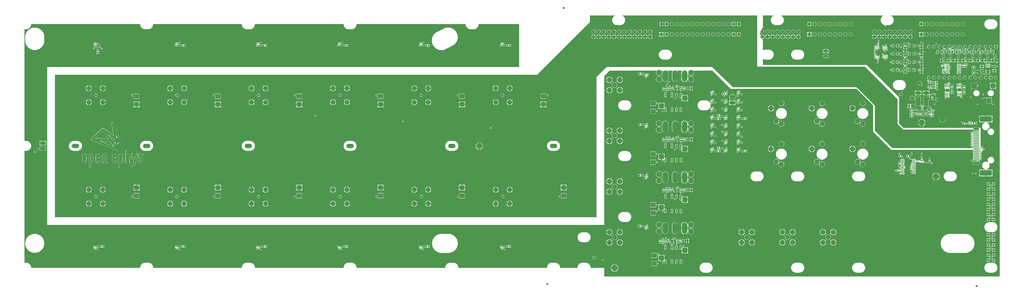
<source format=gbr>
G04 EAGLE Gerber RS-274X export*
G75*
%MOMM*%
%FSLAX34Y34*%
%LPD*%
%INTop Copper*%
%IPPOS*%
%AMOC8*
5,1,8,0,0,1.08239X$1,22.5*%
G01*
%ADD10C,1.350000*%
%ADD11C,2.400000*%
%ADD12C,2.362200*%
%ADD13C,2.552700*%
%ADD14R,1.600000X0.300000*%
%ADD15R,0.400000X1.600000*%
%ADD16R,1.890000X1.570000*%
%ADD17R,0.762000X0.685800*%
%ADD18C,0.635000*%
%ADD19R,0.965200X1.524000*%
%ADD20R,0.685800X0.762000*%
%ADD21R,2.794000X1.651000*%
%ADD22C,1.900000*%
%ADD23R,2.400000X2.550000*%
%ADD24R,2.900000X2.750000*%
%ADD25C,1.200000*%
%ADD26C,2.775000*%
%ADD27C,2.775000*%
%ADD28R,0.800000X1.800000*%
%ADD29R,2.500000X2.500000*%
%ADD30R,2.500000X2.300000*%
%ADD31R,0.356000X0.503000*%
%ADD32C,1.100000*%
%ADD33C,0.720000*%
%ADD34P,3.247170X8X22.500000*%
%ADD35R,6.000000X2.800000*%
%ADD36R,3.000000X0.335000*%
%ADD37C,2.571600*%
%ADD38C,2.540000*%
%ADD39C,1.447800*%
%ADD40P,1.785944X8X22.500000*%
%ADD41R,1.650000X1.650000*%
%ADD42P,1.814519X8X22.500000*%
%ADD43R,0.290000X1.100000*%
%ADD44R,1.000000X1.400000*%
%ADD45R,1.400000X1.000000*%
%ADD46R,0.550000X0.550000*%
%ADD47C,1.371600*%
%ADD48R,0.650000X1.060000*%
%ADD49C,0.500000*%
%ADD50R,0.800000X0.900000*%
%ADD51R,0.600000X1.408000*%
%ADD52R,1.524000X0.965200*%
%ADD53C,0.254000*%
%ADD54C,0.503200*%
%ADD55C,0.300000*%
%ADD56C,0.200000*%
%ADD57C,0.750000*%
%ADD58C,0.553200*%
%ADD59C,0.508000*%
%ADD60C,0.480000*%
%ADD61C,0.400000*%
%ADD62C,1.500000*%
%ADD63C,0.406400*%
%ADD64C,0.800000*%
%ADD65C,0.190000*%

G36*
X4842064Y157010D02*
X4842064Y157010D01*
X4842128Y157009D01*
X4842203Y157030D01*
X4842279Y157041D01*
X4842338Y157067D01*
X4842400Y157084D01*
X4842466Y157125D01*
X4842536Y157157D01*
X4842585Y157199D01*
X4842640Y157232D01*
X4842692Y157290D01*
X4842750Y157340D01*
X4842786Y157394D01*
X4842829Y157442D01*
X4842862Y157511D01*
X4842905Y157576D01*
X4842924Y157638D01*
X4842952Y157695D01*
X4842963Y157765D01*
X4842987Y157846D01*
X4842988Y157931D01*
X4842999Y158000D01*
X4842999Y1442000D01*
X4842990Y1442064D01*
X4842991Y1442128D01*
X4842970Y1442203D01*
X4842959Y1442279D01*
X4842933Y1442338D01*
X4842916Y1442400D01*
X4842875Y1442466D01*
X4842843Y1442536D01*
X4842801Y1442585D01*
X4842768Y1442640D01*
X4842710Y1442692D01*
X4842660Y1442750D01*
X4842606Y1442786D01*
X4842558Y1442829D01*
X4842489Y1442862D01*
X4842424Y1442905D01*
X4842362Y1442924D01*
X4842305Y1442952D01*
X4842235Y1442963D01*
X4842154Y1442987D01*
X4842069Y1442988D01*
X4842000Y1442999D01*
X4310603Y1442999D01*
X4310494Y1442984D01*
X4310383Y1442975D01*
X4310354Y1442964D01*
X4310323Y1442959D01*
X4310223Y1442914D01*
X4310120Y1442875D01*
X4310095Y1442856D01*
X4310067Y1442843D01*
X4309983Y1442771D01*
X4309895Y1442705D01*
X4309876Y1442680D01*
X4309852Y1442660D01*
X4309792Y1442567D01*
X4309726Y1442479D01*
X4309715Y1442450D01*
X4309698Y1442424D01*
X4309666Y1442318D01*
X4309627Y1442215D01*
X4309625Y1442184D01*
X4309615Y1442154D01*
X4309614Y1442044D01*
X4309606Y1441934D01*
X4309612Y1441903D01*
X4309612Y1441872D01*
X4309641Y1441766D01*
X4309664Y1441658D01*
X4309679Y1441630D01*
X4309687Y1441600D01*
X4309745Y1441506D01*
X4309797Y1441409D01*
X4309818Y1441388D01*
X4309835Y1441360D01*
X4309952Y1441255D01*
X4310015Y1441192D01*
X4315041Y1437541D01*
X4319602Y1431262D01*
X4322001Y1423881D01*
X4322001Y1416119D01*
X4319602Y1408738D01*
X4315041Y1402459D01*
X4308762Y1397898D01*
X4301381Y1395499D01*
X4283887Y1395499D01*
X4283855Y1395495D01*
X4283822Y1395497D01*
X4283715Y1395475D01*
X4283607Y1395459D01*
X4283578Y1395446D01*
X4283546Y1395440D01*
X4283450Y1395388D01*
X4283350Y1395343D01*
X4283326Y1395322D01*
X4283297Y1395307D01*
X4283219Y1395231D01*
X4283136Y1395160D01*
X4283118Y1395133D01*
X4283095Y1395110D01*
X4283042Y1395016D01*
X4282982Y1394924D01*
X4282972Y1394893D01*
X4282956Y1394865D01*
X4282931Y1394759D01*
X4282899Y1394654D01*
X4282899Y1394622D01*
X4282891Y1394591D01*
X4282897Y1394481D01*
X4282895Y1394372D01*
X4282904Y1394341D01*
X4282906Y1394309D01*
X4282941Y1394206D01*
X4282971Y1394100D01*
X4282988Y1394073D01*
X4282998Y1394042D01*
X4283052Y1393969D01*
X4283119Y1393860D01*
X4283155Y1393828D01*
X4283180Y1393793D01*
X4283517Y1393457D01*
X4283517Y1390543D01*
X4281457Y1388483D01*
X4278543Y1388483D01*
X4276483Y1390543D01*
X4276483Y1393457D01*
X4277396Y1394369D01*
X4277406Y1394383D01*
X4277419Y1394393D01*
X4277490Y1394495D01*
X4277565Y1394595D01*
X4277571Y1394610D01*
X4277581Y1394624D01*
X4277621Y1394742D01*
X4277665Y1394859D01*
X4277666Y1394875D01*
X4277671Y1394891D01*
X4277677Y1395016D01*
X4277686Y1395140D01*
X4277683Y1395156D01*
X4277684Y1395173D01*
X4277654Y1395294D01*
X4277629Y1395416D01*
X4277621Y1395431D01*
X4277617Y1395447D01*
X4277555Y1395555D01*
X4277496Y1395665D01*
X4277485Y1395677D01*
X4277476Y1395691D01*
X4277387Y1395778D01*
X4277300Y1395867D01*
X4277285Y1395875D01*
X4277273Y1395887D01*
X4277194Y1395927D01*
X4277054Y1396006D01*
X4277023Y1396013D01*
X4276998Y1396026D01*
X4271238Y1397898D01*
X4264959Y1402459D01*
X4260398Y1408738D01*
X4257999Y1416119D01*
X4257999Y1423881D01*
X4260398Y1431262D01*
X4264959Y1437541D01*
X4269985Y1441192D01*
X4270064Y1441268D01*
X4270148Y1441340D01*
X4270165Y1441366D01*
X4270187Y1441388D01*
X4270242Y1441484D01*
X4270302Y1441576D01*
X4270311Y1441606D01*
X4270327Y1441633D01*
X4270352Y1441740D01*
X4270385Y1441846D01*
X4270385Y1441877D01*
X4270392Y1441907D01*
X4270387Y1442018D01*
X4270388Y1442128D01*
X4270380Y1442158D01*
X4270379Y1442189D01*
X4270343Y1442293D01*
X4270313Y1442400D01*
X4270297Y1442426D01*
X4270287Y1442456D01*
X4270223Y1442546D01*
X4270165Y1442640D01*
X4270142Y1442661D01*
X4270124Y1442686D01*
X4270038Y1442755D01*
X4269956Y1442829D01*
X4269928Y1442842D01*
X4269903Y1442862D01*
X4269801Y1442904D01*
X4269702Y1442952D01*
X4269673Y1442956D01*
X4269642Y1442969D01*
X4269486Y1442985D01*
X4269397Y1442999D01*
X3770603Y1442999D01*
X3770494Y1442984D01*
X3770383Y1442975D01*
X3770354Y1442964D01*
X3770323Y1442959D01*
X3770223Y1442914D01*
X3770120Y1442875D01*
X3770095Y1442856D01*
X3770067Y1442843D01*
X3769983Y1442771D01*
X3769895Y1442705D01*
X3769876Y1442680D01*
X3769852Y1442660D01*
X3769792Y1442567D01*
X3769726Y1442479D01*
X3769715Y1442450D01*
X3769698Y1442424D01*
X3769666Y1442318D01*
X3769627Y1442215D01*
X3769625Y1442184D01*
X3769615Y1442154D01*
X3769614Y1442044D01*
X3769606Y1441934D01*
X3769612Y1441903D01*
X3769612Y1441872D01*
X3769641Y1441766D01*
X3769664Y1441658D01*
X3769679Y1441630D01*
X3769687Y1441600D01*
X3769745Y1441506D01*
X3769797Y1441409D01*
X3769818Y1441388D01*
X3769835Y1441360D01*
X3769952Y1441255D01*
X3770015Y1441192D01*
X3775041Y1437541D01*
X3779602Y1431262D01*
X3782001Y1423881D01*
X3782001Y1416119D01*
X3779602Y1408738D01*
X3775041Y1402459D01*
X3768762Y1397898D01*
X3761381Y1395499D01*
X3738619Y1395499D01*
X3731238Y1397898D01*
X3724959Y1402459D01*
X3720398Y1408738D01*
X3717999Y1416119D01*
X3717999Y1423881D01*
X3720398Y1431262D01*
X3724959Y1437541D01*
X3729985Y1441192D01*
X3730064Y1441268D01*
X3730148Y1441340D01*
X3730165Y1441366D01*
X3730187Y1441388D01*
X3730242Y1441484D01*
X3730302Y1441576D01*
X3730311Y1441606D01*
X3730327Y1441633D01*
X3730352Y1441740D01*
X3730385Y1441846D01*
X3730385Y1441877D01*
X3730392Y1441907D01*
X3730387Y1442018D01*
X3730388Y1442128D01*
X3730380Y1442158D01*
X3730379Y1442189D01*
X3730343Y1442293D01*
X3730313Y1442400D01*
X3730297Y1442426D01*
X3730287Y1442456D01*
X3730223Y1442546D01*
X3730165Y1442640D01*
X3730142Y1442661D01*
X3730124Y1442686D01*
X3730038Y1442755D01*
X3729956Y1442829D01*
X3729928Y1442842D01*
X3729903Y1442862D01*
X3729801Y1442904D01*
X3729702Y1442952D01*
X3729673Y1442956D01*
X3729642Y1442969D01*
X3729486Y1442985D01*
X3729397Y1442999D01*
X3680000Y1442999D01*
X3679936Y1442990D01*
X3679872Y1442991D01*
X3679797Y1442970D01*
X3679721Y1442959D01*
X3679662Y1442933D01*
X3679600Y1442916D01*
X3679534Y1442875D01*
X3679464Y1442843D01*
X3679415Y1442801D01*
X3679360Y1442768D01*
X3679308Y1442710D01*
X3679250Y1442660D01*
X3679214Y1442606D01*
X3679171Y1442558D01*
X3679138Y1442489D01*
X3679095Y1442424D01*
X3679076Y1442362D01*
X3679048Y1442305D01*
X3679037Y1442235D01*
X3679013Y1442154D01*
X3679012Y1442069D01*
X3679001Y1442000D01*
X3679001Y1382414D01*
X3671375Y1374789D01*
X3671356Y1374763D01*
X3671332Y1374742D01*
X3671272Y1374650D01*
X3671206Y1374563D01*
X3671195Y1374533D01*
X3671177Y1374506D01*
X3671145Y1374401D01*
X3671107Y1374299D01*
X3671104Y1374267D01*
X3671095Y1374236D01*
X3671093Y1374127D01*
X3671085Y1374018D01*
X3671091Y1373986D01*
X3671091Y1373954D01*
X3671120Y1373849D01*
X3671142Y1373742D01*
X3671158Y1373713D01*
X3671166Y1373682D01*
X3671224Y1373589D01*
X3671275Y1373493D01*
X3671297Y1373470D01*
X3671314Y1373442D01*
X3671395Y1373369D01*
X3671472Y1373291D01*
X3671500Y1373275D01*
X3671524Y1373253D01*
X3671622Y1373206D01*
X3671717Y1373152D01*
X3671748Y1373144D01*
X3671777Y1373130D01*
X3671867Y1373116D01*
X3671991Y1373087D01*
X3672040Y1373089D01*
X3672082Y1373083D01*
X3679486Y1373083D01*
X3684983Y1367586D01*
X3684983Y1359814D01*
X3679486Y1354317D01*
X3671714Y1354317D01*
X3666707Y1359324D01*
X3666681Y1359344D01*
X3666660Y1359368D01*
X3666568Y1359428D01*
X3666481Y1359494D01*
X3666451Y1359505D01*
X3666424Y1359523D01*
X3666319Y1359554D01*
X3666217Y1359593D01*
X3666185Y1359596D01*
X3666154Y1359605D01*
X3666045Y1359606D01*
X3665936Y1359615D01*
X3665904Y1359608D01*
X3665872Y1359609D01*
X3665767Y1359580D01*
X3665660Y1359557D01*
X3665631Y1359542D01*
X3665600Y1359534D01*
X3665507Y1359476D01*
X3665411Y1359425D01*
X3665388Y1359402D01*
X3665360Y1359385D01*
X3665287Y1359304D01*
X3665209Y1359228D01*
X3665193Y1359200D01*
X3665171Y1359176D01*
X3665124Y1359078D01*
X3665070Y1358983D01*
X3665062Y1358951D01*
X3665048Y1358922D01*
X3665034Y1358833D01*
X3665005Y1358708D01*
X3665007Y1358660D01*
X3665001Y1358618D01*
X3665001Y1345560D01*
X3665005Y1345528D01*
X3665003Y1345496D01*
X3665009Y1345465D01*
X3665009Y1345440D01*
X3665027Y1345374D01*
X3665041Y1345281D01*
X3665054Y1345252D01*
X3665060Y1345220D01*
X3665080Y1345183D01*
X3665084Y1345168D01*
X3665112Y1345124D01*
X3665157Y1345024D01*
X3665178Y1345000D01*
X3665193Y1344971D01*
X3665229Y1344935D01*
X3665232Y1344928D01*
X3665250Y1344912D01*
X3665269Y1344893D01*
X3665340Y1344810D01*
X3665367Y1344792D01*
X3665390Y1344769D01*
X3665441Y1344740D01*
X3665442Y1344739D01*
X3665445Y1344738D01*
X3665485Y1344715D01*
X3665576Y1344655D01*
X3665607Y1344646D01*
X3665635Y1344630D01*
X3665742Y1344605D01*
X3665846Y1344573D01*
X3665878Y1344572D01*
X3665909Y1344565D01*
X3665996Y1344569D01*
X3666000Y1344569D01*
X3666008Y1344569D01*
X3666021Y1344571D01*
X3666128Y1344569D01*
X3666159Y1344578D01*
X3666191Y1344579D01*
X3666267Y1344606D01*
X3666287Y1344609D01*
X3666313Y1344620D01*
X3666400Y1344644D01*
X3666427Y1344661D01*
X3666458Y1344672D01*
X3666507Y1344708D01*
X3666544Y1344725D01*
X3666580Y1344756D01*
X3666640Y1344793D01*
X3666672Y1344829D01*
X3666707Y1344854D01*
X3671076Y1349223D01*
X3673601Y1349223D01*
X3673601Y1339300D01*
X3673610Y1339237D01*
X3673609Y1339172D01*
X3673630Y1339098D01*
X3673641Y1339021D01*
X3673667Y1338962D01*
X3673684Y1338900D01*
X3673725Y1338834D01*
X3673757Y1338764D01*
X3673799Y1338715D01*
X3673832Y1338660D01*
X3673890Y1338609D01*
X3673940Y1338550D01*
X3673994Y1338514D01*
X3674042Y1338471D01*
X3674111Y1338438D01*
X3674176Y1338395D01*
X3674238Y1338376D01*
X3674295Y1338348D01*
X3674365Y1338338D01*
X3674446Y1338313D01*
X3674531Y1338312D01*
X3674600Y1338301D01*
X3675601Y1338301D01*
X3675601Y1337300D01*
X3675610Y1337236D01*
X3675609Y1337172D01*
X3675630Y1337097D01*
X3675641Y1337021D01*
X3675667Y1336962D01*
X3675684Y1336900D01*
X3675725Y1336834D01*
X3675757Y1336764D01*
X3675799Y1336715D01*
X3675832Y1336660D01*
X3675890Y1336608D01*
X3675940Y1336550D01*
X3675994Y1336514D01*
X3676042Y1336471D01*
X3676111Y1336438D01*
X3676176Y1336395D01*
X3676238Y1336376D01*
X3676296Y1336348D01*
X3676365Y1336337D01*
X3676446Y1336313D01*
X3676531Y1336312D01*
X3676600Y1336301D01*
X3686523Y1336301D01*
X3686523Y1333776D01*
X3680124Y1327377D01*
X3677439Y1327377D01*
X3677389Y1327370D01*
X3677338Y1327372D01*
X3677250Y1327350D01*
X3677160Y1327337D01*
X3677114Y1327317D01*
X3677064Y1327304D01*
X3676986Y1327259D01*
X3676903Y1327221D01*
X3676864Y1327188D01*
X3676820Y1327163D01*
X3676758Y1327097D01*
X3676689Y1327038D01*
X3676661Y1326995D01*
X3676626Y1326959D01*
X3676584Y1326878D01*
X3676534Y1326802D01*
X3676519Y1326753D01*
X3676496Y1326708D01*
X3676478Y1326619D01*
X3676452Y1326532D01*
X3676451Y1326481D01*
X3676441Y1326432D01*
X3676449Y1326341D01*
X3676448Y1326250D01*
X3676462Y1326201D01*
X3676466Y1326151D01*
X3676499Y1326066D01*
X3676523Y1325978D01*
X3676550Y1325935D01*
X3676568Y1325888D01*
X3676618Y1325825D01*
X3676671Y1325738D01*
X3676723Y1325692D01*
X3676759Y1325646D01*
X3679001Y1323564D01*
X3679001Y1272438D01*
X3679014Y1272344D01*
X3679019Y1272249D01*
X3679034Y1272205D01*
X3679041Y1272159D01*
X3679080Y1272072D01*
X3679111Y1271982D01*
X3679138Y1271944D01*
X3679157Y1271902D01*
X3679219Y1271830D01*
X3679273Y1271752D01*
X3679310Y1271723D01*
X3679340Y1271687D01*
X3679420Y1271635D01*
X3679494Y1271576D01*
X3679537Y1271559D01*
X3679576Y1271533D01*
X3679667Y1271505D01*
X3679755Y1271469D01*
X3679801Y1271464D01*
X3679846Y1271451D01*
X3679941Y1271449D01*
X3680035Y1271439D01*
X3680081Y1271448D01*
X3680128Y1271447D01*
X3680219Y1271472D01*
X3680313Y1271489D01*
X3680352Y1271509D01*
X3680400Y1271522D01*
X3680507Y1271588D01*
X3680587Y1271630D01*
X3681238Y1272102D01*
X3688619Y1274501D01*
X3711381Y1274501D01*
X3718762Y1272102D01*
X3725041Y1267541D01*
X3729602Y1261262D01*
X3732001Y1253881D01*
X3732001Y1246119D01*
X3729602Y1238738D01*
X3725041Y1232459D01*
X3718762Y1227898D01*
X3711381Y1225499D01*
X3688619Y1225499D01*
X3681238Y1227898D01*
X3680587Y1228370D01*
X3680503Y1228415D01*
X3680424Y1228467D01*
X3680379Y1228481D01*
X3680338Y1228502D01*
X3680245Y1228522D01*
X3680154Y1228549D01*
X3680108Y1228550D01*
X3680062Y1228559D01*
X3679967Y1228552D01*
X3679872Y1228553D01*
X3679827Y1228541D01*
X3679781Y1228537D01*
X3679692Y1228503D01*
X3679600Y1228478D01*
X3679561Y1228453D01*
X3679517Y1228437D01*
X3679441Y1228380D01*
X3679360Y1228330D01*
X3679329Y1228295D01*
X3679292Y1228267D01*
X3679235Y1228191D01*
X3679171Y1228120D01*
X3679151Y1228079D01*
X3679123Y1228041D01*
X3679090Y1227952D01*
X3679048Y1227867D01*
X3679042Y1227824D01*
X3679024Y1227777D01*
X3679015Y1227651D01*
X3679001Y1227562D01*
X3679001Y1200000D01*
X3679010Y1199936D01*
X3679009Y1199872D01*
X3679030Y1199797D01*
X3679041Y1199721D01*
X3679067Y1199662D01*
X3679084Y1199600D01*
X3679125Y1199534D01*
X3679157Y1199464D01*
X3679199Y1199415D01*
X3679232Y1199360D01*
X3679290Y1199308D01*
X3679340Y1199250D01*
X3679394Y1199214D01*
X3679442Y1199171D01*
X3679511Y1199138D01*
X3679576Y1199095D01*
X3679638Y1199076D01*
X3679695Y1199048D01*
X3679765Y1199037D01*
X3679846Y1199013D01*
X3679931Y1199012D01*
X3680000Y1199001D01*
X4189586Y1199001D01*
X4349001Y1039586D01*
X4349001Y910000D01*
X4349014Y909905D01*
X4349019Y909809D01*
X4349034Y909766D01*
X4349041Y909721D01*
X4349080Y909633D01*
X4349112Y909542D01*
X4349137Y909508D01*
X4349157Y909464D01*
X4349240Y909367D01*
X4349293Y909293D01*
X4369293Y889293D01*
X4369370Y889236D01*
X4369442Y889171D01*
X4369483Y889151D01*
X4369519Y889124D01*
X4369609Y889090D01*
X4369695Y889048D01*
X4369737Y889042D01*
X4369783Y889025D01*
X4369911Y889015D01*
X4370000Y889001D01*
X4712111Y889001D01*
X4712175Y889010D01*
X4712239Y889009D01*
X4712314Y889030D01*
X4712390Y889041D01*
X4712449Y889067D01*
X4712511Y889084D01*
X4712577Y889125D01*
X4712647Y889157D01*
X4712696Y889199D01*
X4712751Y889232D01*
X4712803Y889290D01*
X4712861Y889340D01*
X4712897Y889394D01*
X4712940Y889442D01*
X4712973Y889511D01*
X4713016Y889576D01*
X4713035Y889638D01*
X4713063Y889695D01*
X4713074Y889765D01*
X4713098Y889846D01*
X4713099Y889931D01*
X4713110Y890000D01*
X4713110Y890783D01*
X4714217Y891890D01*
X4740783Y891890D01*
X4741890Y890783D01*
X4741890Y890000D01*
X4741899Y889936D01*
X4741898Y889872D01*
X4741919Y889797D01*
X4741930Y889721D01*
X4741956Y889662D01*
X4741973Y889600D01*
X4742014Y889534D01*
X4742046Y889464D01*
X4742088Y889415D01*
X4742121Y889360D01*
X4742179Y889308D01*
X4742229Y889250D01*
X4742283Y889214D01*
X4742331Y889171D01*
X4742400Y889138D01*
X4742465Y889095D01*
X4742527Y889076D01*
X4742584Y889048D01*
X4742654Y889037D01*
X4742735Y889013D01*
X4742820Y889012D01*
X4742889Y889001D01*
X4749001Y889001D01*
X4749001Y797958D01*
X4749010Y797896D01*
X4749009Y797851D01*
X4749009Y797850D01*
X4749009Y797830D01*
X4749030Y797755D01*
X4749041Y797678D01*
X4749067Y797620D01*
X4749084Y797558D01*
X4749125Y797492D01*
X4749157Y797421D01*
X4749199Y797373D01*
X4749232Y797318D01*
X4749290Y797266D01*
X4749340Y797207D01*
X4749394Y797172D01*
X4749442Y797129D01*
X4749511Y797095D01*
X4749576Y797053D01*
X4749638Y797034D01*
X4749695Y797006D01*
X4749765Y796995D01*
X4749846Y796970D01*
X4749931Y796969D01*
X4750000Y796958D01*
X4752991Y796958D01*
X4754214Y795735D01*
X4754266Y795696D01*
X4754310Y795650D01*
X4754378Y795612D01*
X4754440Y795565D01*
X4754500Y795543D01*
X4754556Y795511D01*
X4754631Y795493D01*
X4754704Y795466D01*
X4754768Y795461D01*
X4754830Y795446D01*
X4754908Y795450D01*
X4754985Y795444D01*
X4755048Y795457D01*
X4755112Y795461D01*
X4755185Y795486D01*
X4755261Y795502D01*
X4755318Y795532D01*
X4755378Y795553D01*
X4755435Y795594D01*
X4755510Y795634D01*
X4755571Y795693D01*
X4755627Y795735D01*
X4756409Y796517D01*
X4759323Y796517D01*
X4761383Y794457D01*
X4761383Y791543D01*
X4760062Y790223D01*
X4760043Y790197D01*
X4760018Y790176D01*
X4759958Y790084D01*
X4759893Y789997D01*
X4759881Y789967D01*
X4759864Y789940D01*
X4759832Y789835D01*
X4759793Y789733D01*
X4759791Y789701D01*
X4759781Y789670D01*
X4759780Y789561D01*
X4759771Y789452D01*
X4759778Y789420D01*
X4759777Y789388D01*
X4759807Y789283D01*
X4759829Y789176D01*
X4759844Y789147D01*
X4759853Y789116D01*
X4759910Y789023D01*
X4759961Y788927D01*
X4759984Y788904D01*
X4760001Y788876D01*
X4760082Y788803D01*
X4760158Y788725D01*
X4760186Y788709D01*
X4760210Y788687D01*
X4760308Y788640D01*
X4760404Y788586D01*
X4760435Y788578D01*
X4760464Y788564D01*
X4760553Y788550D01*
X4760678Y788521D01*
X4760726Y788523D01*
X4760769Y788517D01*
X4761969Y788517D01*
X4763573Y786913D01*
X4763624Y786875D01*
X4763669Y786829D01*
X4763736Y786790D01*
X4763798Y786744D01*
X4763858Y786721D01*
X4763914Y786690D01*
X4763990Y786672D01*
X4764062Y786644D01*
X4764126Y786639D01*
X4764189Y786625D01*
X4764266Y786629D01*
X4764343Y786623D01*
X4764406Y786636D01*
X4764470Y786639D01*
X4764544Y786664D01*
X4764619Y786680D01*
X4764676Y786710D01*
X4764737Y786732D01*
X4764794Y786773D01*
X4764868Y786813D01*
X4764929Y786872D01*
X4764986Y786913D01*
X4766589Y788517D01*
X4769503Y788517D01*
X4771563Y786457D01*
X4771563Y783543D01*
X4769503Y781483D01*
X4766494Y781483D01*
X4766400Y781470D01*
X4766303Y781465D01*
X4766260Y781450D01*
X4766215Y781443D01*
X4766128Y781404D01*
X4766037Y781372D01*
X4766002Y781347D01*
X4765958Y781327D01*
X4765861Y781244D01*
X4765788Y781191D01*
X4765304Y780707D01*
X4755304Y770707D01*
X4755304Y770706D01*
X4753946Y769348D01*
X4753907Y769297D01*
X4753861Y769252D01*
X4753823Y769185D01*
X4753776Y769123D01*
X4753754Y769063D01*
X4753722Y769007D01*
X4753704Y768931D01*
X4753677Y768859D01*
X4753672Y768795D01*
X4753657Y768732D01*
X4753661Y768655D01*
X4753655Y768578D01*
X4753668Y768515D01*
X4753671Y768451D01*
X4753697Y768377D01*
X4753713Y768302D01*
X4753743Y768245D01*
X4753764Y768184D01*
X4753805Y768128D01*
X4753845Y768053D01*
X4753904Y767992D01*
X4753946Y767935D01*
X4754958Y766923D01*
X4754958Y764009D01*
X4753956Y763007D01*
X4753917Y762955D01*
X4753871Y762910D01*
X4753833Y762843D01*
X4753786Y762781D01*
X4753764Y762721D01*
X4753732Y762665D01*
X4753714Y762590D01*
X4753687Y762517D01*
X4753682Y762453D01*
X4753667Y762390D01*
X4753671Y762313D01*
X4753665Y762236D01*
X4753678Y762173D01*
X4753681Y762109D01*
X4753707Y762036D01*
X4753722Y761960D01*
X4753753Y761903D01*
X4753774Y761842D01*
X4753815Y761786D01*
X4753855Y761711D01*
X4753914Y761650D01*
X4753956Y761593D01*
X4754858Y760691D01*
X4754858Y757777D01*
X4753187Y756107D01*
X4753149Y756055D01*
X4753103Y756010D01*
X4753065Y755943D01*
X4753018Y755881D01*
X4752996Y755821D01*
X4752964Y755765D01*
X4752946Y755689D01*
X4752919Y755617D01*
X4752914Y755553D01*
X4752899Y755490D01*
X4752903Y755413D01*
X4752897Y755336D01*
X4752910Y755273D01*
X4752913Y755209D01*
X4752939Y755136D01*
X4752954Y755060D01*
X4752985Y755003D01*
X4753006Y754942D01*
X4753047Y754886D01*
X4753087Y754811D01*
X4753146Y754750D01*
X4753187Y754693D01*
X4753958Y753923D01*
X4753958Y751009D01*
X4753006Y750057D01*
X4752967Y750005D01*
X4752921Y749960D01*
X4752883Y749893D01*
X4752836Y749831D01*
X4752814Y749771D01*
X4752782Y749715D01*
X4752764Y749640D01*
X4752737Y749567D01*
X4752732Y749503D01*
X4752717Y749440D01*
X4752721Y749363D01*
X4752715Y749286D01*
X4752728Y749223D01*
X4752731Y749159D01*
X4752757Y749086D01*
X4752772Y749010D01*
X4752803Y748953D01*
X4752824Y748892D01*
X4752865Y748836D01*
X4752905Y748761D01*
X4752964Y748700D01*
X4753006Y748643D01*
X4753958Y747691D01*
X4753958Y744777D01*
X4753050Y743869D01*
X4753011Y743817D01*
X4752965Y743773D01*
X4752927Y743705D01*
X4752880Y743643D01*
X4752858Y743583D01*
X4752826Y743527D01*
X4752808Y743452D01*
X4752781Y743379D01*
X4752776Y743315D01*
X4752761Y743253D01*
X4752765Y743175D01*
X4752759Y743098D01*
X4752772Y743035D01*
X4752775Y742971D01*
X4752801Y742898D01*
X4752817Y742822D01*
X4752847Y742765D01*
X4752868Y742705D01*
X4752909Y742648D01*
X4752949Y742573D01*
X4753008Y742512D01*
X4753050Y742456D01*
X4754583Y740923D01*
X4754583Y738009D01*
X4753680Y737107D01*
X4753641Y737055D01*
X4753595Y737010D01*
X4753557Y736943D01*
X4753511Y736881D01*
X4753488Y736821D01*
X4753456Y736765D01*
X4753438Y736690D01*
X4753411Y736617D01*
X4753406Y736553D01*
X4753391Y736490D01*
X4753395Y736413D01*
X4753389Y736336D01*
X4753402Y736273D01*
X4753406Y736209D01*
X4753431Y736136D01*
X4753447Y736060D01*
X4753477Y736003D01*
X4753498Y735942D01*
X4753540Y735886D01*
X4753579Y735811D01*
X4753639Y735750D01*
X4753680Y735693D01*
X4754583Y734791D01*
X4754583Y731877D01*
X4752523Y729817D01*
X4749609Y729817D01*
X4748245Y731182D01*
X4748168Y731239D01*
X4748097Y731304D01*
X4748056Y731324D01*
X4748019Y731351D01*
X4747929Y731385D01*
X4747843Y731427D01*
X4747801Y731433D01*
X4747756Y731450D01*
X4747628Y731460D01*
X4747538Y731474D01*
X4744653Y731474D01*
X4744558Y731461D01*
X4744462Y731456D01*
X4744419Y731441D01*
X4744374Y731434D01*
X4744287Y731395D01*
X4744196Y731363D01*
X4744161Y731338D01*
X4744117Y731318D01*
X4744020Y731235D01*
X4743947Y731182D01*
X4743622Y730857D01*
X4743583Y730805D01*
X4743537Y730760D01*
X4743499Y730693D01*
X4743453Y730631D01*
X4743430Y730571D01*
X4743398Y730515D01*
X4743380Y730440D01*
X4743353Y730367D01*
X4743348Y730303D01*
X4743333Y730240D01*
X4743337Y730163D01*
X4743331Y730086D01*
X4743344Y730023D01*
X4743348Y729959D01*
X4743373Y729886D01*
X4743389Y729810D01*
X4743419Y729753D01*
X4743440Y729692D01*
X4743481Y729636D01*
X4743521Y729561D01*
X4743580Y729500D01*
X4743622Y729443D01*
X4744001Y729065D01*
X4744001Y724885D01*
X4743679Y724564D01*
X4743640Y724512D01*
X4743594Y724467D01*
X4743556Y724400D01*
X4743510Y724338D01*
X4743487Y724278D01*
X4743455Y724222D01*
X4743437Y724147D01*
X4743410Y724074D01*
X4743405Y724010D01*
X4743390Y723948D01*
X4743394Y723870D01*
X4743388Y723793D01*
X4743401Y723730D01*
X4743405Y723666D01*
X4743430Y723593D01*
X4743446Y723517D01*
X4743476Y723460D01*
X4743497Y723400D01*
X4743539Y723343D01*
X4743578Y723268D01*
X4743637Y723207D01*
X4743679Y723151D01*
X4745001Y721829D01*
X4745001Y709171D01*
X4743829Y707999D01*
X4712171Y707999D01*
X4710999Y709171D01*
X4710999Y721829D01*
X4711075Y721904D01*
X4711084Y721916D01*
X4711085Y721918D01*
X4711094Y721930D01*
X4711119Y721951D01*
X4711179Y722043D01*
X4711244Y722130D01*
X4711256Y722160D01*
X4711273Y722187D01*
X4711305Y722292D01*
X4711344Y722394D01*
X4711346Y722426D01*
X4711356Y722457D01*
X4711357Y722566D01*
X4711366Y722675D01*
X4711359Y722707D01*
X4711359Y722739D01*
X4711330Y722844D01*
X4711308Y722951D01*
X4711293Y722980D01*
X4711284Y723011D01*
X4711227Y723104D01*
X4711176Y723200D01*
X4711153Y723223D01*
X4711136Y723251D01*
X4711055Y723324D01*
X4710979Y723402D01*
X4710951Y723418D01*
X4710927Y723440D01*
X4710828Y723487D01*
X4710733Y723541D01*
X4710702Y723549D01*
X4710673Y723563D01*
X4710583Y723577D01*
X4710459Y723606D01*
X4710411Y723604D01*
X4710368Y723610D01*
X4709743Y723610D01*
X4709648Y723597D01*
X4709552Y723592D01*
X4709508Y723577D01*
X4709464Y723570D01*
X4709376Y723531D01*
X4709285Y723499D01*
X4709251Y723474D01*
X4709207Y723454D01*
X4709109Y723371D01*
X4709036Y723318D01*
X4707968Y722249D01*
X4704032Y722249D01*
X4701249Y725032D01*
X4701249Y728968D01*
X4704032Y731751D01*
X4707968Y731751D01*
X4709036Y730682D01*
X4709113Y730625D01*
X4709184Y730560D01*
X4709225Y730540D01*
X4709262Y730513D01*
X4709352Y730479D01*
X4709438Y730437D01*
X4709480Y730431D01*
X4709526Y730414D01*
X4709653Y730404D01*
X4709743Y730390D01*
X4711000Y730390D01*
X4711064Y730399D01*
X4711128Y730398D01*
X4711203Y730419D01*
X4711279Y730430D01*
X4711338Y730456D01*
X4711400Y730473D01*
X4711466Y730514D01*
X4711536Y730546D01*
X4711585Y730588D01*
X4711640Y730621D01*
X4711692Y730679D01*
X4711750Y730729D01*
X4711786Y730783D01*
X4711829Y730831D01*
X4711862Y730900D01*
X4711905Y730965D01*
X4711924Y731027D01*
X4711952Y731084D01*
X4711963Y731154D01*
X4711987Y731235D01*
X4711988Y731320D01*
X4711999Y731389D01*
X4711999Y735415D01*
X4712378Y735793D01*
X4712417Y735845D01*
X4712463Y735890D01*
X4712501Y735957D01*
X4712547Y736019D01*
X4712570Y736079D01*
X4712602Y736135D01*
X4712620Y736210D01*
X4712647Y736283D01*
X4712652Y736347D01*
X4712667Y736410D01*
X4712663Y736487D01*
X4712669Y736564D01*
X4712656Y736627D01*
X4712652Y736691D01*
X4712627Y736764D01*
X4712611Y736840D01*
X4712581Y736897D01*
X4712560Y736958D01*
X4712519Y737014D01*
X4712479Y737089D01*
X4712420Y737150D01*
X4712378Y737207D01*
X4711999Y737585D01*
X4711999Y741765D01*
X4712378Y742143D01*
X4712417Y742195D01*
X4712463Y742240D01*
X4712501Y742307D01*
X4712547Y742369D01*
X4712570Y742429D01*
X4712602Y742485D01*
X4712620Y742560D01*
X4712647Y742633D01*
X4712652Y742697D01*
X4712667Y742759D01*
X4712663Y742837D01*
X4712669Y742914D01*
X4712656Y742977D01*
X4712652Y743041D01*
X4712627Y743114D01*
X4712611Y743190D01*
X4712581Y743247D01*
X4712560Y743308D01*
X4712519Y743364D01*
X4712479Y743439D01*
X4712420Y743500D01*
X4712378Y743557D01*
X4711999Y743935D01*
X4711999Y748115D01*
X4712378Y748493D01*
X4712417Y748545D01*
X4712463Y748590D01*
X4712501Y748657D01*
X4712547Y748719D01*
X4712570Y748779D01*
X4712602Y748835D01*
X4712620Y748910D01*
X4712647Y748983D01*
X4712652Y749047D01*
X4712667Y749110D01*
X4712663Y749187D01*
X4712669Y749264D01*
X4712656Y749327D01*
X4712652Y749391D01*
X4712627Y749464D01*
X4712611Y749540D01*
X4712581Y749597D01*
X4712560Y749658D01*
X4712519Y749714D01*
X4712479Y749789D01*
X4712420Y749850D01*
X4712378Y749907D01*
X4711999Y750285D01*
X4711999Y754465D01*
X4712378Y754843D01*
X4712403Y754877D01*
X4712421Y754892D01*
X4712433Y754910D01*
X4712463Y754940D01*
X4712501Y755007D01*
X4712547Y755069D01*
X4712562Y755108D01*
X4712575Y755128D01*
X4712582Y755149D01*
X4712602Y755185D01*
X4712620Y755260D01*
X4712647Y755333D01*
X4712650Y755374D01*
X4712657Y755397D01*
X4712658Y755421D01*
X4712667Y755459D01*
X4712663Y755537D01*
X4712669Y755614D01*
X4712661Y755652D01*
X4712661Y755679D01*
X4712654Y755704D01*
X4712652Y755741D01*
X4712627Y755814D01*
X4712611Y755890D01*
X4712594Y755923D01*
X4712586Y755951D01*
X4712571Y755975D01*
X4712560Y756008D01*
X4712519Y756064D01*
X4712479Y756139D01*
X4712455Y756164D01*
X4712438Y756191D01*
X4712403Y756223D01*
X4712378Y756257D01*
X4711999Y756635D01*
X4711999Y760815D01*
X4712378Y761193D01*
X4712417Y761245D01*
X4712463Y761290D01*
X4712501Y761357D01*
X4712547Y761419D01*
X4712570Y761479D01*
X4712602Y761535D01*
X4712620Y761610D01*
X4712647Y761683D01*
X4712652Y761747D01*
X4712667Y761810D01*
X4712663Y761887D01*
X4712669Y761964D01*
X4712656Y762027D01*
X4712652Y762091D01*
X4712627Y762164D01*
X4712611Y762240D01*
X4712581Y762297D01*
X4712560Y762358D01*
X4712519Y762414D01*
X4712479Y762489D01*
X4712420Y762550D01*
X4712378Y762607D01*
X4711999Y762985D01*
X4711999Y767165D01*
X4712378Y767543D01*
X4712417Y767595D01*
X4712463Y767640D01*
X4712501Y767707D01*
X4712547Y767769D01*
X4712570Y767829D01*
X4712602Y767885D01*
X4712620Y767960D01*
X4712647Y768033D01*
X4712652Y768097D01*
X4712667Y768159D01*
X4712663Y768237D01*
X4712669Y768314D01*
X4712656Y768377D01*
X4712652Y768441D01*
X4712627Y768514D01*
X4712611Y768590D01*
X4712581Y768647D01*
X4712560Y768708D01*
X4712519Y768764D01*
X4712479Y768839D01*
X4712420Y768900D01*
X4712378Y768957D01*
X4711999Y769335D01*
X4711999Y773515D01*
X4712378Y773893D01*
X4712417Y773945D01*
X4712463Y773990D01*
X4712501Y774057D01*
X4712547Y774119D01*
X4712570Y774179D01*
X4712602Y774235D01*
X4712620Y774310D01*
X4712647Y774383D01*
X4712652Y774447D01*
X4712667Y774510D01*
X4712663Y774587D01*
X4712669Y774664D01*
X4712656Y774727D01*
X4712652Y774791D01*
X4712627Y774864D01*
X4712611Y774940D01*
X4712581Y774997D01*
X4712560Y775058D01*
X4712519Y775114D01*
X4712479Y775189D01*
X4712420Y775250D01*
X4712378Y775307D01*
X4711999Y775685D01*
X4711999Y780000D01*
X4711990Y780064D01*
X4711991Y780128D01*
X4711970Y780203D01*
X4711959Y780279D01*
X4711933Y780338D01*
X4711916Y780400D01*
X4711875Y780466D01*
X4711843Y780536D01*
X4711801Y780585D01*
X4711768Y780640D01*
X4711710Y780692D01*
X4711660Y780750D01*
X4711606Y780786D01*
X4711558Y780829D01*
X4711489Y780862D01*
X4711424Y780905D01*
X4711362Y780924D01*
X4711305Y780952D01*
X4711235Y780963D01*
X4711154Y780987D01*
X4711069Y780988D01*
X4711000Y780999D01*
X4310414Y780999D01*
X4220999Y870414D01*
X4220999Y1000000D01*
X4220986Y1000095D01*
X4220981Y1000191D01*
X4220966Y1000234D01*
X4220959Y1000279D01*
X4220920Y1000367D01*
X4220888Y1000458D01*
X4220863Y1000492D01*
X4220843Y1000536D01*
X4220760Y1000634D01*
X4220707Y1000707D01*
X4140707Y1080707D01*
X4140630Y1080764D01*
X4140558Y1080829D01*
X4140517Y1080849D01*
X4140481Y1080876D01*
X4140391Y1080910D01*
X4140305Y1080952D01*
X4140263Y1080958D01*
X4140217Y1080975D01*
X4140090Y1080985D01*
X4140000Y1080999D01*
X3520414Y1080999D01*
X3430707Y1170707D01*
X3430630Y1170764D01*
X3430558Y1170829D01*
X3430517Y1170849D01*
X3430481Y1170876D01*
X3430391Y1170910D01*
X3430305Y1170952D01*
X3430263Y1170958D01*
X3430217Y1170975D01*
X3430090Y1170985D01*
X3430000Y1170999D01*
X3339101Y1170999D01*
X3339069Y1170995D01*
X3339037Y1170997D01*
X3338930Y1170975D01*
X3338821Y1170959D01*
X3338792Y1170946D01*
X3338760Y1170940D01*
X3338664Y1170888D01*
X3338564Y1170843D01*
X3338540Y1170822D01*
X3338511Y1170807D01*
X3338433Y1170731D01*
X3338350Y1170660D01*
X3338332Y1170633D01*
X3338309Y1170610D01*
X3338256Y1170515D01*
X3338196Y1170424D01*
X3338186Y1170393D01*
X3338170Y1170365D01*
X3338145Y1170258D01*
X3338113Y1170154D01*
X3338113Y1170122D01*
X3338105Y1170091D01*
X3338111Y1169981D01*
X3338110Y1169872D01*
X3338118Y1169841D01*
X3338120Y1169809D01*
X3338156Y1169706D01*
X3338185Y1169600D01*
X3338202Y1169573D01*
X3338212Y1169542D01*
X3338266Y1169469D01*
X3338333Y1169360D01*
X3338355Y1169340D01*
X3340626Y1163859D01*
X3340626Y1157941D01*
X3338361Y1152474D01*
X3334176Y1148289D01*
X3328709Y1146024D01*
X3322791Y1146024D01*
X3317324Y1148289D01*
X3313139Y1152474D01*
X3312338Y1154407D01*
X3312294Y1154482D01*
X3312258Y1154561D01*
X3312222Y1154602D01*
X3312195Y1154650D01*
X3312131Y1154709D01*
X3312075Y1154775D01*
X3312029Y1154805D01*
X3311989Y1154843D01*
X3311912Y1154882D01*
X3311839Y1154929D01*
X3311786Y1154945D01*
X3311737Y1154970D01*
X3311652Y1154986D01*
X3311569Y1155012D01*
X3311514Y1155013D01*
X3311460Y1155023D01*
X3311374Y1155014D01*
X3311287Y1155016D01*
X3311234Y1155001D01*
X3311180Y1154996D01*
X3311099Y1154964D01*
X3311015Y1154940D01*
X3310968Y1154911D01*
X3310918Y1154891D01*
X3310849Y1154838D01*
X3310775Y1154792D01*
X3310739Y1154751D01*
X3310695Y1154718D01*
X3310644Y1154647D01*
X3310586Y1154583D01*
X3310562Y1154534D01*
X3310530Y1154489D01*
X3310501Y1154407D01*
X3310463Y1154329D01*
X3310455Y1154279D01*
X3310436Y1154223D01*
X3310429Y1154110D01*
X3310416Y1154025D01*
X3310416Y1146999D01*
X3295000Y1146999D01*
X3294937Y1146990D01*
X3294872Y1146991D01*
X3294798Y1146970D01*
X3294721Y1146959D01*
X3294662Y1146933D01*
X3294600Y1146916D01*
X3294534Y1146875D01*
X3294464Y1146843D01*
X3294415Y1146801D01*
X3294360Y1146768D01*
X3294309Y1146710D01*
X3294250Y1146660D01*
X3294214Y1146606D01*
X3294171Y1146558D01*
X3294138Y1146489D01*
X3294095Y1146424D01*
X3294076Y1146362D01*
X3294048Y1146305D01*
X3294038Y1146235D01*
X3294013Y1146154D01*
X3294012Y1146069D01*
X3294001Y1146000D01*
X3294001Y1144999D01*
X3293999Y1144999D01*
X3293999Y1146000D01*
X3293990Y1146064D01*
X3293991Y1146128D01*
X3293970Y1146203D01*
X3293959Y1146279D01*
X3293933Y1146338D01*
X3293916Y1146400D01*
X3293875Y1146466D01*
X3293843Y1146536D01*
X3293801Y1146585D01*
X3293768Y1146640D01*
X3293710Y1146692D01*
X3293660Y1146750D01*
X3293606Y1146786D01*
X3293558Y1146829D01*
X3293489Y1146862D01*
X3293424Y1146905D01*
X3293362Y1146924D01*
X3293304Y1146952D01*
X3293235Y1146962D01*
X3293154Y1146987D01*
X3293069Y1146988D01*
X3293000Y1146999D01*
X3277584Y1146999D01*
X3277584Y1159951D01*
X3277865Y1162084D01*
X3278422Y1164163D01*
X3279246Y1166151D01*
X3280322Y1168015D01*
X3281378Y1169392D01*
X3281431Y1169486D01*
X3281490Y1169576D01*
X3281500Y1169608D01*
X3281517Y1169637D01*
X3281541Y1169743D01*
X3281573Y1169846D01*
X3281573Y1169879D01*
X3281581Y1169912D01*
X3281575Y1170020D01*
X3281576Y1170128D01*
X3281567Y1170160D01*
X3281566Y1170194D01*
X3281530Y1170296D01*
X3281501Y1170400D01*
X3281484Y1170428D01*
X3281473Y1170460D01*
X3281410Y1170548D01*
X3281353Y1170640D01*
X3281328Y1170662D01*
X3281309Y1170689D01*
X3281224Y1170756D01*
X3281144Y1170829D01*
X3281114Y1170843D01*
X3281087Y1170864D01*
X3280987Y1170905D01*
X3280890Y1170952D01*
X3280859Y1170957D01*
X3280826Y1170970D01*
X3280675Y1170985D01*
X3280585Y1170999D01*
X3258326Y1170999D01*
X3258294Y1170995D01*
X3258262Y1170997D01*
X3258155Y1170975D01*
X3258046Y1170959D01*
X3258017Y1170946D01*
X3257985Y1170940D01*
X3257889Y1170888D01*
X3257789Y1170843D01*
X3257765Y1170822D01*
X3257736Y1170807D01*
X3257658Y1170731D01*
X3257575Y1170660D01*
X3257557Y1170633D01*
X3257534Y1170610D01*
X3257481Y1170515D01*
X3257421Y1170424D01*
X3257411Y1170393D01*
X3257395Y1170365D01*
X3257370Y1170258D01*
X3257338Y1170154D01*
X3257338Y1170122D01*
X3257330Y1170091D01*
X3257336Y1169981D01*
X3257335Y1169872D01*
X3257343Y1169841D01*
X3257345Y1169809D01*
X3257381Y1169706D01*
X3257410Y1169600D01*
X3257427Y1169573D01*
X3257437Y1169542D01*
X3257491Y1169469D01*
X3257558Y1169360D01*
X3257594Y1169328D01*
X3257619Y1169293D01*
X3259611Y1167301D01*
X3261876Y1161834D01*
X3261876Y1128166D01*
X3259611Y1122699D01*
X3255426Y1118514D01*
X3249959Y1116249D01*
X3244041Y1116249D01*
X3238574Y1118514D01*
X3234389Y1122699D01*
X3232124Y1128166D01*
X3232124Y1161834D01*
X3234389Y1167301D01*
X3236381Y1169293D01*
X3236400Y1169319D01*
X3236425Y1169340D01*
X3236485Y1169432D01*
X3236550Y1169519D01*
X3236562Y1169549D01*
X3236579Y1169576D01*
X3236611Y1169681D01*
X3236650Y1169783D01*
X3236652Y1169815D01*
X3236662Y1169846D01*
X3236663Y1169955D01*
X3236672Y1170064D01*
X3236665Y1170096D01*
X3236665Y1170128D01*
X3236636Y1170233D01*
X3236614Y1170340D01*
X3236599Y1170369D01*
X3236590Y1170400D01*
X3236533Y1170493D01*
X3236482Y1170589D01*
X3236459Y1170612D01*
X3236442Y1170640D01*
X3236361Y1170713D01*
X3236285Y1170791D01*
X3236257Y1170807D01*
X3236233Y1170829D01*
X3236134Y1170876D01*
X3236039Y1170930D01*
X3236008Y1170938D01*
X3235979Y1170952D01*
X3235890Y1170966D01*
X3235765Y1170995D01*
X3235716Y1170993D01*
X3235674Y1170999D01*
X3211326Y1170999D01*
X3211294Y1170995D01*
X3211262Y1170997D01*
X3211155Y1170975D01*
X3211046Y1170959D01*
X3211017Y1170946D01*
X3210985Y1170940D01*
X3210889Y1170888D01*
X3210789Y1170843D01*
X3210765Y1170822D01*
X3210736Y1170807D01*
X3210658Y1170731D01*
X3210575Y1170660D01*
X3210557Y1170633D01*
X3210534Y1170610D01*
X3210481Y1170515D01*
X3210421Y1170424D01*
X3210411Y1170393D01*
X3210395Y1170365D01*
X3210370Y1170258D01*
X3210338Y1170154D01*
X3210338Y1170122D01*
X3210330Y1170091D01*
X3210336Y1169981D01*
X3210335Y1169872D01*
X3210343Y1169841D01*
X3210345Y1169809D01*
X3210381Y1169706D01*
X3210410Y1169600D01*
X3210427Y1169573D01*
X3210437Y1169542D01*
X3210491Y1169469D01*
X3210558Y1169360D01*
X3210594Y1169328D01*
X3210619Y1169293D01*
X3212611Y1167301D01*
X3214876Y1161834D01*
X3214876Y1128166D01*
X3212611Y1122699D01*
X3208426Y1118514D01*
X3202959Y1116249D01*
X3197041Y1116249D01*
X3191574Y1118514D01*
X3187389Y1122699D01*
X3185124Y1128166D01*
X3185124Y1161834D01*
X3187389Y1167301D01*
X3189381Y1169293D01*
X3189400Y1169319D01*
X3189425Y1169340D01*
X3189485Y1169432D01*
X3189550Y1169519D01*
X3189562Y1169549D01*
X3189579Y1169576D01*
X3189611Y1169681D01*
X3189650Y1169783D01*
X3189652Y1169815D01*
X3189662Y1169846D01*
X3189663Y1169955D01*
X3189672Y1170064D01*
X3189665Y1170096D01*
X3189665Y1170128D01*
X3189636Y1170233D01*
X3189614Y1170340D01*
X3189599Y1170369D01*
X3189590Y1170400D01*
X3189533Y1170493D01*
X3189482Y1170589D01*
X3189459Y1170612D01*
X3189442Y1170640D01*
X3189361Y1170713D01*
X3189285Y1170791D01*
X3189257Y1170807D01*
X3189233Y1170829D01*
X3189134Y1170876D01*
X3189039Y1170930D01*
X3189008Y1170938D01*
X3188979Y1170952D01*
X3188890Y1170966D01*
X3188765Y1170995D01*
X3188716Y1170993D01*
X3188674Y1170999D01*
X3181601Y1170999D01*
X3181569Y1170995D01*
X3181537Y1170997D01*
X3181430Y1170975D01*
X3181321Y1170959D01*
X3181292Y1170946D01*
X3181260Y1170940D01*
X3181164Y1170888D01*
X3181064Y1170843D01*
X3181040Y1170822D01*
X3181011Y1170807D01*
X3180933Y1170731D01*
X3180850Y1170660D01*
X3180832Y1170633D01*
X3180809Y1170610D01*
X3180756Y1170515D01*
X3180696Y1170424D01*
X3180686Y1170393D01*
X3180670Y1170365D01*
X3180645Y1170258D01*
X3180613Y1170154D01*
X3180613Y1170122D01*
X3180605Y1170091D01*
X3180611Y1169981D01*
X3180610Y1169872D01*
X3180618Y1169841D01*
X3180620Y1169809D01*
X3180656Y1169706D01*
X3180685Y1169600D01*
X3180702Y1169573D01*
X3180712Y1169542D01*
X3180766Y1169469D01*
X3180833Y1169360D01*
X3180855Y1169340D01*
X3183126Y1163859D01*
X3183126Y1157941D01*
X3180861Y1152474D01*
X3176676Y1148289D01*
X3171209Y1146024D01*
X3165291Y1146024D01*
X3159824Y1148289D01*
X3155639Y1152474D01*
X3153374Y1157941D01*
X3153374Y1163859D01*
X3155642Y1169333D01*
X3155650Y1169340D01*
X3155710Y1169432D01*
X3155775Y1169519D01*
X3155787Y1169549D01*
X3155804Y1169576D01*
X3155836Y1169681D01*
X3155875Y1169783D01*
X3155877Y1169815D01*
X3155887Y1169846D01*
X3155888Y1169955D01*
X3155897Y1170064D01*
X3155890Y1170096D01*
X3155890Y1170128D01*
X3155861Y1170233D01*
X3155839Y1170340D01*
X3155824Y1170369D01*
X3155815Y1170400D01*
X3155758Y1170493D01*
X3155707Y1170589D01*
X3155684Y1170612D01*
X3155667Y1170640D01*
X3155586Y1170713D01*
X3155510Y1170791D01*
X3155482Y1170807D01*
X3155458Y1170829D01*
X3155359Y1170876D01*
X3155264Y1170930D01*
X3155233Y1170938D01*
X3155204Y1170952D01*
X3155115Y1170966D01*
X3154990Y1170995D01*
X3154941Y1170993D01*
X3154899Y1170999D01*
X2926000Y1170999D01*
X2925905Y1170986D01*
X2925809Y1170981D01*
X2925766Y1170966D01*
X2925721Y1170959D01*
X2925633Y1170920D01*
X2925542Y1170888D01*
X2925508Y1170863D01*
X2925464Y1170843D01*
X2925367Y1170760D01*
X2925293Y1170707D01*
X2899293Y1144707D01*
X2899236Y1144630D01*
X2899171Y1144558D01*
X2899151Y1144517D01*
X2899124Y1144481D01*
X2899090Y1144391D01*
X2899048Y1144305D01*
X2899042Y1144263D01*
X2899025Y1144217D01*
X2899015Y1144090D01*
X2899001Y1144000D01*
X2899001Y410999D01*
X160999Y410999D01*
X160999Y1189001D01*
X2480000Y1189001D01*
X2480064Y1189010D01*
X2480128Y1189009D01*
X2480203Y1189030D01*
X2480279Y1189041D01*
X2480338Y1189067D01*
X2480400Y1189084D01*
X2480466Y1189125D01*
X2480536Y1189157D01*
X2480585Y1189199D01*
X2480640Y1189232D01*
X2480692Y1189290D01*
X2480750Y1189340D01*
X2480786Y1189394D01*
X2480829Y1189442D01*
X2480862Y1189511D01*
X2480905Y1189576D01*
X2480924Y1189638D01*
X2480952Y1189695D01*
X2480963Y1189765D01*
X2480987Y1189846D01*
X2480988Y1189931D01*
X2480999Y1190000D01*
X2480999Y1400000D01*
X2480990Y1400064D01*
X2480991Y1400128D01*
X2480970Y1400203D01*
X2480959Y1400279D01*
X2480933Y1400338D01*
X2480916Y1400400D01*
X2480875Y1400466D01*
X2480843Y1400536D01*
X2480801Y1400585D01*
X2480768Y1400640D01*
X2480710Y1400692D01*
X2480660Y1400750D01*
X2480606Y1400786D01*
X2480558Y1400829D01*
X2480489Y1400862D01*
X2480424Y1400905D01*
X2480362Y1400924D01*
X2480305Y1400952D01*
X2480235Y1400963D01*
X2480154Y1400987D01*
X2480069Y1400988D01*
X2480000Y1400999D01*
X2283000Y1400999D01*
X2282936Y1400990D01*
X2282872Y1400991D01*
X2282797Y1400970D01*
X2282721Y1400959D01*
X2282662Y1400933D01*
X2282600Y1400916D01*
X2282534Y1400875D01*
X2282464Y1400843D01*
X2282415Y1400801D01*
X2282360Y1400768D01*
X2282308Y1400710D01*
X2282250Y1400660D01*
X2282214Y1400606D01*
X2282171Y1400558D01*
X2282138Y1400489D01*
X2282095Y1400424D01*
X2282076Y1400362D01*
X2282048Y1400305D01*
X2282037Y1400235D01*
X2282013Y1400154D01*
X2282012Y1400069D01*
X2282001Y1400000D01*
X2282001Y1396119D01*
X2279602Y1388738D01*
X2275041Y1382459D01*
X2268762Y1377898D01*
X2261381Y1375499D01*
X2238619Y1375499D01*
X2231238Y1377898D01*
X2224959Y1382459D01*
X2220398Y1388738D01*
X2217999Y1396119D01*
X2217999Y1400000D01*
X2217990Y1400064D01*
X2217991Y1400128D01*
X2217970Y1400203D01*
X2217959Y1400279D01*
X2217933Y1400338D01*
X2217916Y1400400D01*
X2217875Y1400466D01*
X2217843Y1400536D01*
X2217801Y1400585D01*
X2217768Y1400640D01*
X2217710Y1400692D01*
X2217660Y1400750D01*
X2217606Y1400786D01*
X2217558Y1400829D01*
X2217489Y1400862D01*
X2217424Y1400905D01*
X2217362Y1400924D01*
X2217305Y1400952D01*
X2217235Y1400963D01*
X2217154Y1400987D01*
X2217069Y1400988D01*
X2217000Y1400999D01*
X1683000Y1400999D01*
X1682936Y1400990D01*
X1682872Y1400991D01*
X1682797Y1400970D01*
X1682721Y1400959D01*
X1682662Y1400933D01*
X1682600Y1400916D01*
X1682534Y1400875D01*
X1682464Y1400843D01*
X1682415Y1400801D01*
X1682360Y1400768D01*
X1682308Y1400710D01*
X1682250Y1400660D01*
X1682214Y1400606D01*
X1682171Y1400558D01*
X1682138Y1400489D01*
X1682095Y1400424D01*
X1682076Y1400362D01*
X1682048Y1400305D01*
X1682037Y1400235D01*
X1682013Y1400154D01*
X1682012Y1400069D01*
X1682001Y1400000D01*
X1682001Y1396119D01*
X1679602Y1388738D01*
X1675041Y1382459D01*
X1668762Y1377898D01*
X1661381Y1375499D01*
X1638619Y1375499D01*
X1631238Y1377898D01*
X1624959Y1382459D01*
X1620398Y1388738D01*
X1617999Y1396119D01*
X1617999Y1400000D01*
X1617990Y1400064D01*
X1617991Y1400128D01*
X1617970Y1400203D01*
X1617959Y1400279D01*
X1617933Y1400338D01*
X1617916Y1400400D01*
X1617875Y1400466D01*
X1617843Y1400536D01*
X1617801Y1400585D01*
X1617768Y1400640D01*
X1617710Y1400692D01*
X1617660Y1400750D01*
X1617606Y1400786D01*
X1617558Y1400829D01*
X1617489Y1400862D01*
X1617424Y1400905D01*
X1617362Y1400924D01*
X1617305Y1400952D01*
X1617235Y1400963D01*
X1617154Y1400987D01*
X1617069Y1400988D01*
X1617000Y1400999D01*
X1183000Y1400999D01*
X1182936Y1400990D01*
X1182872Y1400991D01*
X1182797Y1400970D01*
X1182721Y1400959D01*
X1182662Y1400933D01*
X1182600Y1400916D01*
X1182534Y1400875D01*
X1182464Y1400843D01*
X1182415Y1400801D01*
X1182360Y1400768D01*
X1182308Y1400710D01*
X1182250Y1400660D01*
X1182214Y1400606D01*
X1182171Y1400558D01*
X1182138Y1400489D01*
X1182095Y1400424D01*
X1182076Y1400362D01*
X1182048Y1400305D01*
X1182037Y1400235D01*
X1182013Y1400154D01*
X1182012Y1400069D01*
X1182001Y1400000D01*
X1182001Y1396119D01*
X1179602Y1388738D01*
X1175041Y1382459D01*
X1168762Y1377898D01*
X1161381Y1375499D01*
X1138619Y1375499D01*
X1131238Y1377898D01*
X1124959Y1382459D01*
X1120398Y1388738D01*
X1117999Y1396119D01*
X1117999Y1400000D01*
X1117990Y1400064D01*
X1117991Y1400128D01*
X1117970Y1400203D01*
X1117959Y1400279D01*
X1117933Y1400338D01*
X1117916Y1400400D01*
X1117875Y1400466D01*
X1117843Y1400536D01*
X1117801Y1400585D01*
X1117768Y1400640D01*
X1117710Y1400692D01*
X1117660Y1400750D01*
X1117606Y1400786D01*
X1117558Y1400829D01*
X1117489Y1400862D01*
X1117424Y1400905D01*
X1117362Y1400924D01*
X1117305Y1400952D01*
X1117235Y1400963D01*
X1117154Y1400987D01*
X1117069Y1400988D01*
X1117000Y1400999D01*
X683000Y1400999D01*
X682936Y1400990D01*
X682872Y1400991D01*
X682797Y1400970D01*
X682721Y1400959D01*
X682662Y1400933D01*
X682600Y1400916D01*
X682534Y1400875D01*
X682464Y1400843D01*
X682415Y1400801D01*
X682360Y1400768D01*
X682308Y1400710D01*
X682250Y1400660D01*
X682214Y1400606D01*
X682171Y1400558D01*
X682138Y1400489D01*
X682095Y1400424D01*
X682076Y1400362D01*
X682048Y1400305D01*
X682037Y1400235D01*
X682013Y1400154D01*
X682012Y1400069D01*
X682001Y1400000D01*
X682001Y1396119D01*
X679602Y1388738D01*
X675041Y1382459D01*
X668762Y1377898D01*
X661381Y1375499D01*
X638619Y1375499D01*
X631238Y1377898D01*
X624959Y1382459D01*
X620398Y1388738D01*
X617999Y1396119D01*
X617999Y1400000D01*
X617990Y1400064D01*
X617991Y1400128D01*
X617970Y1400203D01*
X617959Y1400279D01*
X617933Y1400338D01*
X617916Y1400400D01*
X617875Y1400466D01*
X617843Y1400536D01*
X617801Y1400585D01*
X617768Y1400640D01*
X617710Y1400692D01*
X617660Y1400750D01*
X617606Y1400786D01*
X617558Y1400829D01*
X617489Y1400862D01*
X617424Y1400905D01*
X617362Y1400924D01*
X617305Y1400952D01*
X617235Y1400963D01*
X617154Y1400987D01*
X617069Y1400988D01*
X617000Y1400999D01*
X83000Y1400999D01*
X82936Y1400990D01*
X82872Y1400991D01*
X82797Y1400970D01*
X82721Y1400959D01*
X82662Y1400933D01*
X82600Y1400916D01*
X82534Y1400875D01*
X82464Y1400843D01*
X82415Y1400801D01*
X82360Y1400768D01*
X82308Y1400710D01*
X82250Y1400660D01*
X82214Y1400606D01*
X82171Y1400558D01*
X82138Y1400489D01*
X82095Y1400424D01*
X82076Y1400362D01*
X82048Y1400305D01*
X82037Y1400235D01*
X82013Y1400154D01*
X82012Y1400069D01*
X82001Y1400000D01*
X82001Y1396119D01*
X79602Y1388738D01*
X75041Y1382459D01*
X68762Y1377898D01*
X61381Y1375499D01*
X50000Y1375499D01*
X49936Y1375490D01*
X49872Y1375491D01*
X49797Y1375470D01*
X49721Y1375459D01*
X49662Y1375433D01*
X49600Y1375416D01*
X49534Y1375375D01*
X49464Y1375343D01*
X49415Y1375301D01*
X49360Y1375268D01*
X49308Y1375210D01*
X49250Y1375160D01*
X49214Y1375106D01*
X49171Y1375058D01*
X49138Y1374989D01*
X49095Y1374924D01*
X49076Y1374862D01*
X49048Y1374805D01*
X49037Y1374735D01*
X49013Y1374654D01*
X49012Y1374569D01*
X49001Y1374500D01*
X49001Y825500D01*
X49009Y825439D01*
X49009Y825403D01*
X49009Y825401D01*
X49009Y825372D01*
X49030Y825297D01*
X49041Y825221D01*
X49067Y825162D01*
X49084Y825100D01*
X49125Y825034D01*
X49157Y824964D01*
X49199Y824915D01*
X49232Y824860D01*
X49290Y824808D01*
X49340Y824750D01*
X49394Y824714D01*
X49442Y824671D01*
X49511Y824638D01*
X49576Y824595D01*
X49638Y824576D01*
X49695Y824548D01*
X49765Y824537D01*
X49846Y824513D01*
X49931Y824512D01*
X50000Y824501D01*
X61381Y824501D01*
X68762Y822102D01*
X75041Y817541D01*
X79602Y811262D01*
X82001Y803881D01*
X82001Y796119D01*
X79602Y788738D01*
X75041Y782459D01*
X68762Y777898D01*
X61381Y775499D01*
X50000Y775499D01*
X49936Y775490D01*
X49872Y775491D01*
X49797Y775470D01*
X49721Y775459D01*
X49662Y775433D01*
X49600Y775416D01*
X49534Y775375D01*
X49464Y775343D01*
X49415Y775301D01*
X49360Y775268D01*
X49308Y775210D01*
X49250Y775160D01*
X49214Y775106D01*
X49171Y775058D01*
X49138Y774989D01*
X49095Y774924D01*
X49076Y774862D01*
X49048Y774805D01*
X49037Y774735D01*
X49013Y774654D01*
X49012Y774569D01*
X49001Y774500D01*
X49001Y225500D01*
X49010Y225436D01*
X49009Y225372D01*
X49030Y225297D01*
X49041Y225221D01*
X49067Y225162D01*
X49084Y225100D01*
X49125Y225034D01*
X49157Y224964D01*
X49199Y224915D01*
X49232Y224860D01*
X49290Y224808D01*
X49340Y224750D01*
X49394Y224714D01*
X49442Y224671D01*
X49511Y224638D01*
X49576Y224595D01*
X49638Y224576D01*
X49695Y224548D01*
X49765Y224537D01*
X49846Y224513D01*
X49931Y224512D01*
X50000Y224501D01*
X61381Y224501D01*
X68762Y222102D01*
X75041Y217541D01*
X79602Y211262D01*
X82001Y203881D01*
X82001Y200000D01*
X82010Y199936D01*
X82009Y199872D01*
X82030Y199797D01*
X82041Y199721D01*
X82067Y199662D01*
X82084Y199600D01*
X82125Y199534D01*
X82157Y199464D01*
X82199Y199415D01*
X82232Y199360D01*
X82290Y199308D01*
X82340Y199250D01*
X82394Y199214D01*
X82442Y199171D01*
X82511Y199138D01*
X82576Y199095D01*
X82638Y199076D01*
X82695Y199048D01*
X82765Y199037D01*
X82846Y199013D01*
X82931Y199012D01*
X83000Y199001D01*
X617000Y199001D01*
X617064Y199010D01*
X617128Y199009D01*
X617203Y199030D01*
X617279Y199041D01*
X617338Y199067D01*
X617400Y199084D01*
X617466Y199125D01*
X617536Y199157D01*
X617585Y199199D01*
X617640Y199232D01*
X617692Y199290D01*
X617750Y199340D01*
X617786Y199394D01*
X617829Y199442D01*
X617862Y199511D01*
X617905Y199576D01*
X617924Y199638D01*
X617952Y199695D01*
X617963Y199765D01*
X617987Y199846D01*
X617988Y199931D01*
X617999Y200000D01*
X617999Y203881D01*
X620398Y211262D01*
X624959Y217541D01*
X631238Y222102D01*
X638619Y224501D01*
X661381Y224501D01*
X668762Y222102D01*
X675041Y217541D01*
X679602Y211262D01*
X682001Y203881D01*
X682001Y200000D01*
X682010Y199936D01*
X682009Y199872D01*
X682030Y199797D01*
X682041Y199721D01*
X682067Y199662D01*
X682084Y199600D01*
X682125Y199534D01*
X682157Y199464D01*
X682199Y199415D01*
X682232Y199360D01*
X682290Y199308D01*
X682340Y199250D01*
X682394Y199214D01*
X682442Y199171D01*
X682511Y199138D01*
X682576Y199095D01*
X682638Y199076D01*
X682695Y199048D01*
X682765Y199037D01*
X682846Y199013D01*
X682931Y199012D01*
X683000Y199001D01*
X1117000Y199001D01*
X1117064Y199010D01*
X1117128Y199009D01*
X1117203Y199030D01*
X1117279Y199041D01*
X1117338Y199067D01*
X1117400Y199084D01*
X1117466Y199125D01*
X1117536Y199157D01*
X1117585Y199199D01*
X1117640Y199232D01*
X1117692Y199290D01*
X1117750Y199340D01*
X1117786Y199394D01*
X1117829Y199442D01*
X1117862Y199511D01*
X1117905Y199576D01*
X1117924Y199638D01*
X1117952Y199695D01*
X1117963Y199765D01*
X1117987Y199846D01*
X1117988Y199931D01*
X1117999Y200000D01*
X1117999Y203881D01*
X1120398Y211262D01*
X1124959Y217541D01*
X1131238Y222102D01*
X1138619Y224501D01*
X1161381Y224501D01*
X1168762Y222102D01*
X1175041Y217541D01*
X1179602Y211262D01*
X1182001Y203881D01*
X1182001Y200000D01*
X1182010Y199936D01*
X1182009Y199872D01*
X1182030Y199797D01*
X1182041Y199721D01*
X1182067Y199662D01*
X1182084Y199600D01*
X1182125Y199534D01*
X1182157Y199464D01*
X1182199Y199415D01*
X1182232Y199360D01*
X1182290Y199308D01*
X1182340Y199250D01*
X1182394Y199214D01*
X1182442Y199171D01*
X1182511Y199138D01*
X1182576Y199095D01*
X1182638Y199076D01*
X1182695Y199048D01*
X1182765Y199037D01*
X1182846Y199013D01*
X1182931Y199012D01*
X1183000Y199001D01*
X1617000Y199001D01*
X1617064Y199010D01*
X1617128Y199009D01*
X1617203Y199030D01*
X1617279Y199041D01*
X1617338Y199067D01*
X1617400Y199084D01*
X1617466Y199125D01*
X1617536Y199157D01*
X1617585Y199199D01*
X1617640Y199232D01*
X1617692Y199290D01*
X1617750Y199340D01*
X1617786Y199394D01*
X1617829Y199442D01*
X1617862Y199511D01*
X1617905Y199576D01*
X1617924Y199638D01*
X1617952Y199695D01*
X1617963Y199765D01*
X1617987Y199846D01*
X1617988Y199931D01*
X1617999Y200000D01*
X1617999Y203881D01*
X1620398Y211262D01*
X1624959Y217541D01*
X1631238Y222102D01*
X1638619Y224501D01*
X1661381Y224501D01*
X1668762Y222102D01*
X1675041Y217541D01*
X1679602Y211262D01*
X1682001Y203881D01*
X1682001Y200000D01*
X1682010Y199936D01*
X1682009Y199872D01*
X1682030Y199797D01*
X1682041Y199721D01*
X1682067Y199662D01*
X1682084Y199600D01*
X1682125Y199534D01*
X1682157Y199464D01*
X1682199Y199415D01*
X1682232Y199360D01*
X1682290Y199308D01*
X1682340Y199250D01*
X1682394Y199214D01*
X1682442Y199171D01*
X1682511Y199138D01*
X1682576Y199095D01*
X1682638Y199076D01*
X1682695Y199048D01*
X1682765Y199037D01*
X1682846Y199013D01*
X1682931Y199012D01*
X1683000Y199001D01*
X2117000Y199001D01*
X2117064Y199010D01*
X2117128Y199009D01*
X2117203Y199030D01*
X2117279Y199041D01*
X2117338Y199067D01*
X2117400Y199084D01*
X2117466Y199125D01*
X2117536Y199157D01*
X2117585Y199199D01*
X2117640Y199232D01*
X2117692Y199290D01*
X2117750Y199340D01*
X2117786Y199394D01*
X2117829Y199442D01*
X2117862Y199511D01*
X2117905Y199576D01*
X2117924Y199638D01*
X2117952Y199695D01*
X2117963Y199765D01*
X2117987Y199846D01*
X2117988Y199931D01*
X2117999Y200000D01*
X2117999Y203881D01*
X2120398Y211262D01*
X2124959Y217541D01*
X2131238Y222102D01*
X2138619Y224501D01*
X2161381Y224501D01*
X2168762Y222102D01*
X2175041Y217541D01*
X2179602Y211262D01*
X2182001Y203880D01*
X2182001Y200000D01*
X2182010Y199936D01*
X2182009Y199872D01*
X2182030Y199797D01*
X2182041Y199721D01*
X2182067Y199662D01*
X2182084Y199600D01*
X2182125Y199534D01*
X2182157Y199464D01*
X2182199Y199415D01*
X2182232Y199360D01*
X2182290Y199308D01*
X2182340Y199250D01*
X2182394Y199214D01*
X2182442Y199171D01*
X2182511Y199138D01*
X2182576Y199095D01*
X2182638Y199076D01*
X2182695Y199048D01*
X2182765Y199037D01*
X2182846Y199013D01*
X2182931Y199012D01*
X2183000Y199001D01*
X2617000Y199001D01*
X2617064Y199010D01*
X2617128Y199009D01*
X2617203Y199030D01*
X2617279Y199041D01*
X2617338Y199067D01*
X2617400Y199084D01*
X2617466Y199125D01*
X2617536Y199157D01*
X2617585Y199199D01*
X2617640Y199232D01*
X2617692Y199290D01*
X2617750Y199340D01*
X2617786Y199394D01*
X2617829Y199442D01*
X2617862Y199511D01*
X2617905Y199576D01*
X2617924Y199638D01*
X2617952Y199695D01*
X2617963Y199765D01*
X2617987Y199846D01*
X2617988Y199931D01*
X2617999Y200000D01*
X2617999Y203881D01*
X2620398Y211262D01*
X2624959Y217541D01*
X2631238Y222102D01*
X2638619Y224501D01*
X2661381Y224501D01*
X2668762Y222102D01*
X2675041Y217541D01*
X2679602Y211262D01*
X2682001Y203881D01*
X2682001Y200000D01*
X2682010Y199936D01*
X2682009Y199872D01*
X2682030Y199797D01*
X2682041Y199721D01*
X2682067Y199662D01*
X2682084Y199600D01*
X2682125Y199534D01*
X2682157Y199464D01*
X2682199Y199415D01*
X2682232Y199360D01*
X2682290Y199308D01*
X2682340Y199250D01*
X2682394Y199214D01*
X2682442Y199171D01*
X2682511Y199138D01*
X2682576Y199095D01*
X2682638Y199076D01*
X2682695Y199048D01*
X2682765Y199037D01*
X2682846Y199013D01*
X2682931Y199012D01*
X2683000Y199001D01*
X2767000Y199001D01*
X2767064Y199010D01*
X2767128Y199009D01*
X2767203Y199030D01*
X2767279Y199041D01*
X2767338Y199067D01*
X2767400Y199084D01*
X2767466Y199125D01*
X2767536Y199157D01*
X2767585Y199199D01*
X2767640Y199232D01*
X2767692Y199290D01*
X2767750Y199340D01*
X2767786Y199394D01*
X2767829Y199442D01*
X2767862Y199511D01*
X2767905Y199576D01*
X2767924Y199638D01*
X2767952Y199695D01*
X2767963Y199765D01*
X2767987Y199846D01*
X2767988Y199931D01*
X2767999Y200000D01*
X2767999Y203881D01*
X2770398Y211262D01*
X2774959Y217541D01*
X2781238Y222102D01*
X2788619Y224501D01*
X2811381Y224501D01*
X2818762Y222102D01*
X2825041Y217541D01*
X2829602Y211262D01*
X2832001Y203881D01*
X2832001Y200000D01*
X2832010Y199936D01*
X2832009Y199872D01*
X2832030Y199797D01*
X2832041Y199721D01*
X2832067Y199662D01*
X2832084Y199600D01*
X2832125Y199534D01*
X2832157Y199464D01*
X2832199Y199415D01*
X2832232Y199360D01*
X2832290Y199308D01*
X2832340Y199250D01*
X2832394Y199214D01*
X2832442Y199171D01*
X2832511Y199138D01*
X2832576Y199095D01*
X2832638Y199076D01*
X2832695Y199048D01*
X2832765Y199037D01*
X2832846Y199013D01*
X2832931Y199012D01*
X2833000Y199001D01*
X2899001Y199001D01*
X2899001Y158000D01*
X2899010Y157936D01*
X2899009Y157872D01*
X2899030Y157797D01*
X2899041Y157721D01*
X2899067Y157662D01*
X2899084Y157600D01*
X2899125Y157534D01*
X2899157Y157464D01*
X2899199Y157415D01*
X2899232Y157360D01*
X2899290Y157308D01*
X2899340Y157250D01*
X2899394Y157214D01*
X2899442Y157171D01*
X2899511Y157138D01*
X2899576Y157095D01*
X2899638Y157076D01*
X2899695Y157048D01*
X2899765Y157037D01*
X2899846Y157013D01*
X2899931Y157012D01*
X2900000Y157001D01*
X4842000Y157001D01*
X4842064Y157010D01*
G37*
G36*
X2860064Y449010D02*
X2860064Y449010D01*
X2860128Y449009D01*
X2860203Y449030D01*
X2860279Y449041D01*
X2860338Y449067D01*
X2860400Y449084D01*
X2860466Y449125D01*
X2860536Y449157D01*
X2860585Y449199D01*
X2860640Y449232D01*
X2860692Y449290D01*
X2860750Y449340D01*
X2860786Y449394D01*
X2860829Y449442D01*
X2860862Y449511D01*
X2860905Y449576D01*
X2860924Y449638D01*
X2860952Y449695D01*
X2860963Y449765D01*
X2860987Y449846D01*
X2860988Y449931D01*
X2860999Y450000D01*
X2860999Y1139586D01*
X2910414Y1189001D01*
X3429595Y1189001D01*
X3532304Y1089283D01*
X3532376Y1089231D01*
X3532442Y1089171D01*
X3532489Y1089148D01*
X3532532Y1089117D01*
X3532616Y1089087D01*
X3532695Y1089048D01*
X3532744Y1089041D01*
X3532797Y1089022D01*
X3532914Y1089014D01*
X3533000Y1089001D01*
X4139586Y1089001D01*
X4229001Y999586D01*
X4229001Y876000D01*
X4229014Y875905D01*
X4229019Y875809D01*
X4229034Y875766D01*
X4229041Y875721D01*
X4229080Y875633D01*
X4229112Y875542D01*
X4229137Y875508D01*
X4229157Y875464D01*
X4229240Y875367D01*
X4229293Y875293D01*
X4315293Y789293D01*
X4315370Y789236D01*
X4315442Y789171D01*
X4315483Y789151D01*
X4315519Y789124D01*
X4315609Y789090D01*
X4315695Y789048D01*
X4315737Y789042D01*
X4315783Y789025D01*
X4315911Y789015D01*
X4316000Y789001D01*
X4711000Y789001D01*
X4711064Y789010D01*
X4711128Y789009D01*
X4711203Y789030D01*
X4711279Y789041D01*
X4711338Y789067D01*
X4711400Y789084D01*
X4711466Y789125D01*
X4711536Y789157D01*
X4711585Y789199D01*
X4711640Y789232D01*
X4711692Y789290D01*
X4711750Y789340D01*
X4711786Y789394D01*
X4711829Y789442D01*
X4711862Y789511D01*
X4711905Y789576D01*
X4711924Y789638D01*
X4711952Y789695D01*
X4711963Y789765D01*
X4711987Y789846D01*
X4711988Y789931D01*
X4711999Y790000D01*
X4711999Y792565D01*
X4712378Y792943D01*
X4712417Y792995D01*
X4712463Y793040D01*
X4712501Y793107D01*
X4712547Y793169D01*
X4712570Y793229D01*
X4712602Y793285D01*
X4712620Y793360D01*
X4712647Y793433D01*
X4712652Y793497D01*
X4712667Y793559D01*
X4712663Y793637D01*
X4712669Y793714D01*
X4712656Y793777D01*
X4712652Y793841D01*
X4712627Y793914D01*
X4712611Y793990D01*
X4712581Y794047D01*
X4712560Y794108D01*
X4712519Y794164D01*
X4712479Y794239D01*
X4712420Y794300D01*
X4712378Y794357D01*
X4712203Y794532D01*
X4712126Y794589D01*
X4712055Y794654D01*
X4712014Y794674D01*
X4711978Y794701D01*
X4711888Y794735D01*
X4711801Y794777D01*
X4711759Y794783D01*
X4711714Y794800D01*
X4711586Y794810D01*
X4711497Y794824D01*
X4710212Y794824D01*
X4710117Y794811D01*
X4710020Y794806D01*
X4709977Y794791D01*
X4709932Y794784D01*
X4709845Y794745D01*
X4709754Y794713D01*
X4709720Y794688D01*
X4709675Y794668D01*
X4709578Y794585D01*
X4709505Y794532D01*
X4708457Y793483D01*
X4705543Y793483D01*
X4703483Y795543D01*
X4703483Y798484D01*
X4703474Y798548D01*
X4703475Y798612D01*
X4703454Y798687D01*
X4703443Y798763D01*
X4703417Y798822D01*
X4703400Y798884D01*
X4703359Y798950D01*
X4703327Y799020D01*
X4703285Y799069D01*
X4703252Y799124D01*
X4703194Y799176D01*
X4703144Y799234D01*
X4703090Y799270D01*
X4703042Y799313D01*
X4702973Y799346D01*
X4702908Y799389D01*
X4702846Y799408D01*
X4702789Y799436D01*
X4702719Y799447D01*
X4702638Y799471D01*
X4702553Y799472D01*
X4702484Y799483D01*
X4700543Y799483D01*
X4698483Y801543D01*
X4698483Y804457D01*
X4700543Y806517D01*
X4702484Y806517D01*
X4702548Y806526D01*
X4702612Y806525D01*
X4702687Y806546D01*
X4702763Y806557D01*
X4702822Y806583D01*
X4702884Y806600D01*
X4702950Y806641D01*
X4703020Y806673D01*
X4703069Y806715D01*
X4703124Y806748D01*
X4703176Y806806D01*
X4703234Y806856D01*
X4703270Y806910D01*
X4703313Y806958D01*
X4703346Y807027D01*
X4703389Y807092D01*
X4703408Y807154D01*
X4703436Y807211D01*
X4703447Y807281D01*
X4703471Y807362D01*
X4703472Y807447D01*
X4703483Y807516D01*
X4703483Y810457D01*
X4703804Y810777D01*
X4703823Y810803D01*
X4703848Y810824D01*
X4703908Y810916D01*
X4703973Y811003D01*
X4703985Y811033D01*
X4704002Y811060D01*
X4704034Y811165D01*
X4704073Y811267D01*
X4704075Y811299D01*
X4704085Y811330D01*
X4704086Y811439D01*
X4704095Y811548D01*
X4704088Y811580D01*
X4704089Y811612D01*
X4704059Y811717D01*
X4704037Y811824D01*
X4704022Y811853D01*
X4704013Y811884D01*
X4703956Y811977D01*
X4703905Y812073D01*
X4703882Y812096D01*
X4703865Y812124D01*
X4703784Y812197D01*
X4703708Y812275D01*
X4703680Y812291D01*
X4703656Y812313D01*
X4703558Y812360D01*
X4703462Y812414D01*
X4703431Y812422D01*
X4703402Y812436D01*
X4703313Y812450D01*
X4703188Y812479D01*
X4703140Y812477D01*
X4703097Y812483D01*
X4700543Y812483D01*
X4698483Y814543D01*
X4698483Y817457D01*
X4700543Y819517D01*
X4702484Y819517D01*
X4702548Y819526D01*
X4702612Y819525D01*
X4702687Y819546D01*
X4702763Y819557D01*
X4702822Y819583D01*
X4702884Y819600D01*
X4702950Y819641D01*
X4703020Y819673D01*
X4703069Y819715D01*
X4703124Y819748D01*
X4703176Y819806D01*
X4703234Y819856D01*
X4703270Y819910D01*
X4703313Y819958D01*
X4703346Y820027D01*
X4703389Y820092D01*
X4703408Y820154D01*
X4703436Y820211D01*
X4703447Y820281D01*
X4703471Y820362D01*
X4703472Y820447D01*
X4703483Y820516D01*
X4703483Y823484D01*
X4703474Y823548D01*
X4703475Y823612D01*
X4703454Y823687D01*
X4703443Y823763D01*
X4703417Y823822D01*
X4703400Y823884D01*
X4703359Y823950D01*
X4703327Y824020D01*
X4703285Y824069D01*
X4703252Y824124D01*
X4703194Y824176D01*
X4703144Y824234D01*
X4703090Y824270D01*
X4703042Y824313D01*
X4702973Y824346D01*
X4702908Y824389D01*
X4702846Y824408D01*
X4702789Y824436D01*
X4702719Y824447D01*
X4702638Y824471D01*
X4702553Y824472D01*
X4702484Y824483D01*
X4700543Y824483D01*
X4698483Y826543D01*
X4698483Y829457D01*
X4700543Y831517D01*
X4703097Y831517D01*
X4703129Y831521D01*
X4703162Y831519D01*
X4703269Y831541D01*
X4703377Y831557D01*
X4703406Y831570D01*
X4703438Y831576D01*
X4703534Y831628D01*
X4703634Y831673D01*
X4703658Y831694D01*
X4703687Y831709D01*
X4703765Y831785D01*
X4703848Y831856D01*
X4703866Y831883D01*
X4703889Y831906D01*
X4703942Y832000D01*
X4704002Y832092D01*
X4704012Y832123D01*
X4704028Y832151D01*
X4704053Y832257D01*
X4704085Y832362D01*
X4704085Y832394D01*
X4704093Y832425D01*
X4704087Y832535D01*
X4704089Y832644D01*
X4704080Y832675D01*
X4704078Y832707D01*
X4704043Y832810D01*
X4704013Y832916D01*
X4703996Y832943D01*
X4703986Y832974D01*
X4703932Y833047D01*
X4703865Y833156D01*
X4703829Y833188D01*
X4703804Y833223D01*
X4703483Y833543D01*
X4703483Y836484D01*
X4703474Y836548D01*
X4703475Y836612D01*
X4703454Y836687D01*
X4703443Y836763D01*
X4703417Y836822D01*
X4703400Y836884D01*
X4703359Y836950D01*
X4703327Y837020D01*
X4703285Y837069D01*
X4703252Y837124D01*
X4703194Y837176D01*
X4703144Y837234D01*
X4703090Y837270D01*
X4703042Y837313D01*
X4702973Y837346D01*
X4702908Y837389D01*
X4702846Y837408D01*
X4702789Y837436D01*
X4702719Y837447D01*
X4702638Y837471D01*
X4702553Y837472D01*
X4702484Y837483D01*
X4700543Y837483D01*
X4698483Y839543D01*
X4698483Y842457D01*
X4700543Y844517D01*
X4703097Y844517D01*
X4703129Y844521D01*
X4703162Y844519D01*
X4703269Y844541D01*
X4703377Y844557D01*
X4703406Y844570D01*
X4703438Y844576D01*
X4703534Y844628D01*
X4703634Y844673D01*
X4703658Y844694D01*
X4703687Y844709D01*
X4703765Y844785D01*
X4703848Y844856D01*
X4703866Y844883D01*
X4703889Y844906D01*
X4703942Y845000D01*
X4704002Y845092D01*
X4704012Y845123D01*
X4704028Y845151D01*
X4704053Y845257D01*
X4704085Y845362D01*
X4704085Y845394D01*
X4704093Y845425D01*
X4704087Y845535D01*
X4704089Y845644D01*
X4704080Y845675D01*
X4704078Y845707D01*
X4704043Y845810D01*
X4704013Y845916D01*
X4703996Y845943D01*
X4703986Y845974D01*
X4703932Y846047D01*
X4703865Y846156D01*
X4703829Y846188D01*
X4703804Y846223D01*
X4703483Y846543D01*
X4703483Y849484D01*
X4703474Y849548D01*
X4703475Y849612D01*
X4703454Y849687D01*
X4703443Y849763D01*
X4703417Y849822D01*
X4703400Y849884D01*
X4703359Y849950D01*
X4703327Y850020D01*
X4703285Y850069D01*
X4703252Y850124D01*
X4703194Y850176D01*
X4703144Y850234D01*
X4703090Y850270D01*
X4703042Y850313D01*
X4702973Y850346D01*
X4702908Y850389D01*
X4702846Y850408D01*
X4702789Y850436D01*
X4702719Y850447D01*
X4702638Y850471D01*
X4702553Y850472D01*
X4702484Y850483D01*
X4700543Y850483D01*
X4698483Y852543D01*
X4698483Y855457D01*
X4700543Y857517D01*
X4703097Y857517D01*
X4703129Y857521D01*
X4703162Y857519D01*
X4703269Y857541D01*
X4703377Y857557D01*
X4703406Y857570D01*
X4703438Y857576D01*
X4703534Y857628D01*
X4703634Y857673D01*
X4703658Y857694D01*
X4703687Y857709D01*
X4703765Y857785D01*
X4703848Y857856D01*
X4703866Y857883D01*
X4703889Y857906D01*
X4703942Y858000D01*
X4704002Y858092D01*
X4704012Y858123D01*
X4704028Y858151D01*
X4704053Y858257D01*
X4704085Y858362D01*
X4704085Y858394D01*
X4704093Y858425D01*
X4704087Y858535D01*
X4704089Y858644D01*
X4704080Y858675D01*
X4704078Y858707D01*
X4704043Y858810D01*
X4704013Y858916D01*
X4703996Y858943D01*
X4703986Y858974D01*
X4703932Y859047D01*
X4703865Y859156D01*
X4703829Y859188D01*
X4703804Y859223D01*
X4703483Y859543D01*
X4703483Y862484D01*
X4703474Y862548D01*
X4703475Y862612D01*
X4703454Y862687D01*
X4703443Y862763D01*
X4703417Y862822D01*
X4703400Y862884D01*
X4703359Y862950D01*
X4703327Y863020D01*
X4703285Y863069D01*
X4703252Y863124D01*
X4703194Y863176D01*
X4703144Y863234D01*
X4703090Y863270D01*
X4703042Y863313D01*
X4702973Y863346D01*
X4702908Y863389D01*
X4702846Y863408D01*
X4702789Y863436D01*
X4702719Y863447D01*
X4702638Y863471D01*
X4702553Y863472D01*
X4702484Y863483D01*
X4700543Y863483D01*
X4698483Y865543D01*
X4698483Y868457D01*
X4700543Y870517D01*
X4703457Y870517D01*
X4705005Y868968D01*
X4705082Y868911D01*
X4705153Y868846D01*
X4705194Y868826D01*
X4705231Y868799D01*
X4705321Y868765D01*
X4705407Y868723D01*
X4705449Y868717D01*
X4705494Y868700D01*
X4705622Y868690D01*
X4705712Y868676D01*
X4709879Y868676D01*
X4709922Y868682D01*
X4709965Y868679D01*
X4710061Y868702D01*
X4710159Y868716D01*
X4710198Y868733D01*
X4710240Y868743D01*
X4710326Y868791D01*
X4710416Y868832D01*
X4710448Y868860D01*
X4710486Y868881D01*
X4710555Y868951D01*
X4710630Y869015D01*
X4710654Y869051D01*
X4710684Y869082D01*
X4710730Y869168D01*
X4710784Y869251D01*
X4710797Y869292D01*
X4710817Y869330D01*
X4710838Y869427D01*
X4710867Y869521D01*
X4710867Y869564D01*
X4710876Y869606D01*
X4710869Y869704D01*
X4710871Y869803D01*
X4710859Y869844D01*
X4710856Y869887D01*
X4710825Y869967D01*
X4710795Y870075D01*
X4710764Y870126D01*
X4710745Y870175D01*
X4710632Y870369D01*
X4710459Y871015D01*
X4710459Y872026D01*
X4728000Y872026D01*
X4728063Y872035D01*
X4728128Y872034D01*
X4728202Y872054D01*
X4728279Y872065D01*
X4728337Y872092D01*
X4728399Y872109D01*
X4728465Y872150D01*
X4728536Y872182D01*
X4728585Y872223D01*
X4728639Y872257D01*
X4728691Y872315D01*
X4728750Y872365D01*
X4728785Y872419D01*
X4728828Y872466D01*
X4728862Y872536D01*
X4728905Y872601D01*
X4728923Y872662D01*
X4728951Y872720D01*
X4728962Y872790D01*
X4728987Y872871D01*
X4728988Y872955D01*
X4728999Y873025D01*
X4728990Y873089D01*
X4728991Y873153D01*
X4728970Y873228D01*
X4728959Y873304D01*
X4728933Y873363D01*
X4728916Y873425D01*
X4728875Y873491D01*
X4728843Y873561D01*
X4728801Y873610D01*
X4728767Y873665D01*
X4728710Y873717D01*
X4728659Y873776D01*
X4728606Y873811D01*
X4728558Y873854D01*
X4728488Y873888D01*
X4728424Y873930D01*
X4728362Y873949D01*
X4728304Y873977D01*
X4728235Y873988D01*
X4728154Y874012D01*
X4728069Y874014D01*
X4728000Y874024D01*
X4710459Y874024D01*
X4710459Y875035D01*
X4710632Y875681D01*
X4710967Y876260D01*
X4711440Y876733D01*
X4711500Y876767D01*
X4711567Y876820D01*
X4711640Y876865D01*
X4711677Y876907D01*
X4711721Y876942D01*
X4711771Y877011D01*
X4711829Y877075D01*
X4711853Y877125D01*
X4711886Y877171D01*
X4711914Y877251D01*
X4711952Y877328D01*
X4711960Y877380D01*
X4711980Y877437D01*
X4711986Y877548D01*
X4711999Y877633D01*
X4711999Y880000D01*
X4711991Y880058D01*
X4711991Y880060D01*
X4711990Y880063D01*
X4711990Y880064D01*
X4711991Y880128D01*
X4711970Y880203D01*
X4711959Y880279D01*
X4711933Y880338D01*
X4711916Y880400D01*
X4711875Y880466D01*
X4711843Y880536D01*
X4711801Y880585D01*
X4711768Y880640D01*
X4711710Y880692D01*
X4711660Y880750D01*
X4711606Y880786D01*
X4711558Y880829D01*
X4711489Y880862D01*
X4711424Y880905D01*
X4711362Y880924D01*
X4711305Y880952D01*
X4711235Y880963D01*
X4711154Y880987D01*
X4711069Y880988D01*
X4711000Y880999D01*
X4368414Y880999D01*
X4340999Y908414D01*
X4340999Y1030000D01*
X4340986Y1030095D01*
X4340981Y1030191D01*
X4340966Y1030234D01*
X4340959Y1030279D01*
X4340920Y1030367D01*
X4340888Y1030458D01*
X4340863Y1030492D01*
X4340843Y1030536D01*
X4340760Y1030634D01*
X4340707Y1030707D01*
X4180707Y1190707D01*
X4180630Y1190764D01*
X4180558Y1190829D01*
X4180517Y1190849D01*
X4180481Y1190876D01*
X4180391Y1190910D01*
X4180305Y1190952D01*
X4180263Y1190958D01*
X4180217Y1190975D01*
X4180090Y1190985D01*
X4180000Y1190999D01*
X3650999Y1190999D01*
X3650999Y1350000D01*
X3650999Y1442000D01*
X3650990Y1442064D01*
X3650991Y1442128D01*
X3650970Y1442203D01*
X3650959Y1442279D01*
X3650933Y1442338D01*
X3650916Y1442400D01*
X3650875Y1442466D01*
X3650843Y1442536D01*
X3650801Y1442585D01*
X3650768Y1442640D01*
X3650710Y1442692D01*
X3650660Y1442750D01*
X3650606Y1442786D01*
X3650558Y1442829D01*
X3650489Y1442862D01*
X3650424Y1442905D01*
X3650362Y1442924D01*
X3650305Y1442952D01*
X3650235Y1442963D01*
X3650154Y1442987D01*
X3650069Y1442988D01*
X3650000Y1442999D01*
X2990603Y1442999D01*
X2990494Y1442984D01*
X2990383Y1442975D01*
X2990354Y1442964D01*
X2990323Y1442959D01*
X2990223Y1442914D01*
X2990120Y1442875D01*
X2990095Y1442856D01*
X2990067Y1442843D01*
X2989983Y1442771D01*
X2989895Y1442705D01*
X2989876Y1442680D01*
X2989852Y1442660D01*
X2989792Y1442567D01*
X2989726Y1442479D01*
X2989715Y1442450D01*
X2989698Y1442424D01*
X2989666Y1442318D01*
X2989627Y1442215D01*
X2989625Y1442184D01*
X2989615Y1442154D01*
X2989614Y1442044D01*
X2989606Y1441934D01*
X2989612Y1441903D01*
X2989612Y1441872D01*
X2989641Y1441766D01*
X2989664Y1441658D01*
X2989679Y1441630D01*
X2989687Y1441600D01*
X2989745Y1441506D01*
X2989797Y1441409D01*
X2989818Y1441388D01*
X2989835Y1441360D01*
X2989952Y1441255D01*
X2990015Y1441192D01*
X2995041Y1437541D01*
X2999602Y1431262D01*
X3002001Y1423881D01*
X3002001Y1416119D01*
X2999602Y1408738D01*
X2995041Y1402459D01*
X2988762Y1397898D01*
X2981381Y1395499D01*
X2958619Y1395499D01*
X2951238Y1397898D01*
X2944959Y1402459D01*
X2940398Y1408738D01*
X2937999Y1416119D01*
X2937999Y1423881D01*
X2940398Y1431262D01*
X2944959Y1437541D01*
X2949985Y1441192D01*
X2950064Y1441268D01*
X2950148Y1441340D01*
X2950165Y1441366D01*
X2950187Y1441388D01*
X2950242Y1441484D01*
X2950302Y1441576D01*
X2950311Y1441606D01*
X2950327Y1441633D01*
X2950352Y1441740D01*
X2950385Y1441846D01*
X2950385Y1441877D01*
X2950392Y1441907D01*
X2950387Y1442018D01*
X2950388Y1442128D01*
X2950380Y1442158D01*
X2950379Y1442189D01*
X2950343Y1442293D01*
X2950313Y1442400D01*
X2950297Y1442426D01*
X2950287Y1442456D01*
X2950223Y1442546D01*
X2950165Y1442640D01*
X2950142Y1442661D01*
X2950124Y1442686D01*
X2950038Y1442755D01*
X2949956Y1442829D01*
X2949928Y1442842D01*
X2949903Y1442862D01*
X2949801Y1442904D01*
X2949702Y1442952D01*
X2949673Y1442956D01*
X2949642Y1442969D01*
X2949486Y1442985D01*
X2949397Y1442999D01*
X2830000Y1442999D01*
X2829936Y1442990D01*
X2829872Y1442991D01*
X2829797Y1442970D01*
X2829721Y1442959D01*
X2829662Y1442933D01*
X2829600Y1442916D01*
X2829534Y1442875D01*
X2829464Y1442843D01*
X2829415Y1442801D01*
X2829360Y1442768D01*
X2829308Y1442710D01*
X2829250Y1442660D01*
X2829214Y1442606D01*
X2829171Y1442558D01*
X2829138Y1442489D01*
X2829095Y1442424D01*
X2829076Y1442362D01*
X2829048Y1442305D01*
X2829037Y1442235D01*
X2829013Y1442154D01*
X2829012Y1442069D01*
X2829001Y1442000D01*
X2829001Y1410414D01*
X2569586Y1150999D01*
X200000Y1150999D01*
X199936Y1150990D01*
X199872Y1150991D01*
X199797Y1150970D01*
X199721Y1150959D01*
X199662Y1150933D01*
X199600Y1150916D01*
X199534Y1150875D01*
X199464Y1150843D01*
X199415Y1150801D01*
X199360Y1150768D01*
X199308Y1150710D01*
X199250Y1150660D01*
X199214Y1150606D01*
X199171Y1150558D01*
X199138Y1150489D01*
X199095Y1150424D01*
X199076Y1150362D01*
X199048Y1150305D01*
X199037Y1150235D01*
X199013Y1150154D01*
X199012Y1150069D01*
X199001Y1150000D01*
X199001Y450000D01*
X199010Y449936D01*
X199009Y449872D01*
X199030Y449797D01*
X199041Y449721D01*
X199067Y449662D01*
X199084Y449600D01*
X199125Y449534D01*
X199157Y449464D01*
X199199Y449415D01*
X199232Y449360D01*
X199290Y449308D01*
X199340Y449250D01*
X199394Y449214D01*
X199442Y449171D01*
X199511Y449138D01*
X199576Y449095D01*
X199638Y449076D01*
X199695Y449048D01*
X199765Y449037D01*
X199846Y449013D01*
X199931Y449012D01*
X200000Y449001D01*
X2860000Y449001D01*
X2860064Y449010D01*
G37*
%LPC*%
G36*
X4593235Y272949D02*
X4593235Y272949D01*
X4580253Y276761D01*
X4568871Y284076D01*
X4560011Y294301D01*
X4554391Y306608D01*
X4552465Y320000D01*
X4554391Y333392D01*
X4560011Y345699D01*
X4568872Y355924D01*
X4580253Y363239D01*
X4593235Y367051D01*
X4678765Y367051D01*
X4691747Y363239D01*
X4703129Y355924D01*
X4711989Y345699D01*
X4717609Y333392D01*
X4719535Y320000D01*
X4717609Y306608D01*
X4711989Y294301D01*
X4703129Y284076D01*
X4691747Y276761D01*
X4678765Y272949D01*
X4593235Y272949D01*
G37*
%LPD*%
%LPC*%
G36*
X2088448Y1272877D02*
X2088448Y1272877D01*
X2075740Y1277739D01*
X2064917Y1285983D01*
X2056855Y1296943D01*
X2052207Y1309731D01*
X2051350Y1323310D01*
X2054353Y1336580D01*
X2060974Y1348466D01*
X2070675Y1358006D01*
X2075363Y1360515D01*
X2075386Y1360532D01*
X2075411Y1360543D01*
X2075481Y1360602D01*
X2075574Y1360670D01*
X2076746Y1361256D01*
X2076758Y1361264D01*
X2076771Y1361269D01*
X2077945Y1361897D01*
X2077969Y1361905D01*
X2078101Y1361937D01*
X2078139Y1361959D01*
X2078175Y1361971D01*
X2110344Y1378055D01*
X2110847Y1378306D01*
X2116416Y1381091D01*
X2128618Y1383588D01*
X2141050Y1382842D01*
X2152865Y1378903D01*
X2163258Y1372041D01*
X2171521Y1362723D01*
X2177091Y1351584D01*
X2179588Y1339382D01*
X2178842Y1326950D01*
X2174903Y1315135D01*
X2168041Y1304742D01*
X2158723Y1296479D01*
X2153153Y1293694D01*
X2151721Y1292978D01*
X2121253Y1277743D01*
X2121241Y1277735D01*
X2121228Y1277731D01*
X2115329Y1274573D01*
X2102010Y1271793D01*
X2088448Y1272877D01*
G37*
%LPD*%
%LPC*%
G36*
X506810Y775510D02*
X506810Y775510D01*
X506809Y775511D01*
X506528Y775529D01*
X506515Y775526D01*
X506502Y775527D01*
X506381Y775515D01*
X506187Y775573D01*
X505908Y775615D01*
X505906Y775615D01*
X505904Y775615D01*
X505701Y775616D01*
X505336Y775769D01*
X505197Y775805D01*
X505110Y775834D01*
X504714Y775898D01*
X504707Y775904D01*
X504622Y775936D01*
X504480Y775998D01*
X504450Y776002D01*
X504340Y776078D01*
X504087Y776202D01*
X504074Y776205D01*
X504063Y776210D01*
X503947Y776245D01*
X503789Y776373D01*
X503548Y776519D01*
X503546Y776519D01*
X503544Y776520D01*
X381759Y827592D01*
X381736Y827598D01*
X381715Y827609D01*
X381624Y827627D01*
X381486Y827663D01*
X381478Y827663D01*
X381472Y827665D01*
X381456Y827674D01*
X381369Y827696D01*
X381218Y827741D01*
X381185Y827741D01*
X381181Y827742D01*
X380319Y828192D01*
X380277Y828206D01*
X380244Y828227D01*
X379337Y828607D01*
X379290Y828638D01*
X379176Y828725D01*
X379169Y828727D01*
X379164Y828732D01*
X379153Y828746D01*
X379081Y828800D01*
X378959Y828899D01*
X378928Y828912D01*
X378925Y828915D01*
X378301Y829659D01*
X378268Y829689D01*
X378244Y829721D01*
X377552Y830420D01*
X377521Y830466D01*
X377448Y830590D01*
X377443Y830595D01*
X377440Y830601D01*
X377435Y830618D01*
X377389Y830695D01*
X377314Y830834D01*
X377291Y830857D01*
X377289Y830861D01*
X376997Y831788D01*
X376978Y831829D01*
X376969Y831867D01*
X376596Y832777D01*
X376591Y832806D01*
X376591Y832841D01*
X376577Y832890D01*
X376566Y832974D01*
X376563Y832981D01*
X376562Y832988D01*
X376565Y833005D01*
X376551Y833094D01*
X376535Y833251D01*
X376523Y833281D01*
X376522Y833286D01*
X376608Y834254D01*
X376605Y834298D01*
X376612Y834337D01*
X376616Y835321D01*
X376627Y835376D01*
X376663Y835514D01*
X376663Y835522D01*
X376665Y835528D01*
X376674Y835544D01*
X376696Y835631D01*
X376741Y835782D01*
X376741Y835815D01*
X376742Y835819D01*
X377191Y836680D01*
X377206Y836723D01*
X377227Y836756D01*
X377607Y837663D01*
X377638Y837710D01*
X377725Y837824D01*
X377727Y837831D01*
X377732Y837836D01*
X377746Y837847D01*
X377800Y837919D01*
X377899Y838041D01*
X377912Y838072D01*
X377915Y838075D01*
X378659Y838699D01*
X378689Y838732D01*
X378721Y838756D01*
X379420Y839448D01*
X379466Y839479D01*
X379590Y839552D01*
X379617Y839580D01*
X379646Y839600D01*
X429925Y886011D01*
X430055Y886171D01*
X430097Y886220D01*
X430235Y886443D01*
X430279Y886474D01*
X430285Y886480D01*
X430292Y886484D01*
X430344Y886537D01*
X430482Y886670D01*
X430493Y886690D01*
X430508Y886704D01*
X430539Y886748D01*
X431028Y887053D01*
X431108Y887121D01*
X431177Y887167D01*
X431600Y887557D01*
X431846Y887648D01*
X432029Y887746D01*
X432085Y887775D01*
X432298Y887928D01*
X432350Y887940D01*
X432358Y887944D01*
X432367Y887944D01*
X432435Y887974D01*
X432613Y888043D01*
X432631Y888057D01*
X432650Y888065D01*
X432696Y888094D01*
X433264Y888189D01*
X433364Y888220D01*
X433445Y888236D01*
X433985Y888435D01*
X434248Y888425D01*
X434453Y888446D01*
X434517Y888451D01*
X434772Y888511D01*
X434825Y888502D01*
X434834Y888502D01*
X434842Y888500D01*
X434916Y888500D01*
X435107Y888497D01*
X435129Y888503D01*
X435150Y888503D01*
X435203Y888512D01*
X435764Y888382D01*
X435869Y888373D01*
X435950Y888357D01*
X436525Y888334D01*
X436764Y888224D01*
X436962Y888164D01*
X437022Y888145D01*
X437281Y888102D01*
X437327Y888074D01*
X437335Y888071D01*
X437341Y888065D01*
X437411Y888038D01*
X437585Y887961D01*
X437608Y887958D01*
X437627Y887950D01*
X437680Y887938D01*
X438148Y887604D01*
X438242Y887555D01*
X438310Y887509D01*
X438833Y887268D01*
X439011Y887075D01*
X439171Y886945D01*
X439220Y886903D01*
X439443Y886765D01*
X439474Y886721D01*
X439480Y886715D01*
X439484Y886708D01*
X439537Y886656D01*
X439670Y886518D01*
X439690Y886507D01*
X439704Y886492D01*
X485258Y853954D01*
X485295Y853935D01*
X485328Y853908D01*
X485420Y853870D01*
X485508Y853824D01*
X485550Y853816D01*
X485589Y853800D01*
X485687Y853789D01*
X485785Y853769D01*
X485827Y853773D01*
X485869Y853768D01*
X485967Y853785D01*
X486066Y853794D01*
X486105Y853809D01*
X486147Y853817D01*
X486236Y853860D01*
X486328Y853896D01*
X486362Y853922D01*
X486400Y853941D01*
X486473Y854008D01*
X486552Y854068D01*
X486577Y854102D01*
X486609Y854131D01*
X486660Y854215D01*
X486719Y854295D01*
X486734Y854335D01*
X486756Y854371D01*
X486782Y854467D01*
X486816Y854560D01*
X486819Y854602D01*
X486830Y854643D01*
X486827Y854729D01*
X486835Y854842D01*
X486822Y854900D01*
X486821Y854951D01*
X476858Y908083D01*
X476821Y908193D01*
X476801Y908277D01*
X476605Y908757D01*
X476607Y909325D01*
X476593Y909431D01*
X476590Y909513D01*
X476485Y910072D01*
X476592Y910579D01*
X476600Y910695D01*
X476614Y910780D01*
X476616Y911299D01*
X476836Y911823D01*
X476862Y911926D01*
X476892Y912003D01*
X477009Y912559D01*
X477302Y912987D01*
X477353Y913091D01*
X477398Y913165D01*
X477599Y913643D01*
X478002Y914043D01*
X478067Y914128D01*
X478124Y914188D01*
X478444Y914657D01*
X478879Y914940D01*
X478966Y915017D01*
X479036Y915068D01*
X479404Y915433D01*
X479930Y915648D01*
X480022Y915702D01*
X480098Y915736D01*
X480573Y916046D01*
X481083Y916142D01*
X481193Y916179D01*
X481277Y916199D01*
X481757Y916395D01*
X482325Y916393D01*
X482431Y916407D01*
X482513Y916410D01*
X483072Y916515D01*
X483579Y916408D01*
X483695Y916400D01*
X483780Y916386D01*
X484299Y916384D01*
X484823Y916164D01*
X484926Y916138D01*
X485003Y916108D01*
X485559Y915991D01*
X485987Y915698D01*
X486091Y915647D01*
X486165Y915602D01*
X486643Y915401D01*
X487043Y914998D01*
X487128Y914933D01*
X487188Y914876D01*
X487657Y914556D01*
X487940Y914121D01*
X487999Y914054D01*
X488026Y914012D01*
X488047Y913992D01*
X488068Y913964D01*
X488433Y913596D01*
X488648Y913070D01*
X488702Y912978D01*
X488736Y912902D01*
X489046Y912427D01*
X489142Y911917D01*
X489179Y911808D01*
X489199Y911723D01*
X524478Y825485D01*
X524621Y825241D01*
X524631Y825232D01*
X524637Y825221D01*
X524714Y825129D01*
X524813Y824814D01*
X524885Y824665D01*
X524919Y824585D01*
X525094Y824304D01*
X525101Y824260D01*
X525104Y824250D01*
X525105Y824241D01*
X525131Y824167D01*
X525186Y823991D01*
X525200Y823971D01*
X525207Y823950D01*
X525229Y823910D01*
X525249Y823708D01*
X525317Y823435D01*
X525318Y823433D01*
X525318Y823431D01*
X525395Y823243D01*
X525395Y823123D01*
X525433Y822844D01*
X525439Y822831D01*
X525441Y822819D01*
X525477Y822704D01*
X525448Y822375D01*
X525456Y822210D01*
X525457Y822123D01*
X525512Y821797D01*
X525502Y821753D01*
X525501Y821743D01*
X525497Y821734D01*
X525493Y821657D01*
X525477Y821472D01*
X525482Y821448D01*
X525481Y821426D01*
X525485Y821381D01*
X525427Y821187D01*
X525385Y820908D01*
X525385Y820906D01*
X525385Y820904D01*
X525384Y820701D01*
X525338Y820591D01*
X525338Y820590D01*
X525266Y820318D01*
X525267Y820304D01*
X525264Y820292D01*
X525253Y820172D01*
X525100Y819879D01*
X525046Y819724D01*
X525013Y819642D01*
X524938Y819320D01*
X524912Y819284D01*
X524908Y819275D01*
X524901Y819268D01*
X524868Y819198D01*
X524866Y819194D01*
X524835Y819147D01*
X524826Y819117D01*
X524782Y819033D01*
X524777Y819009D01*
X524768Y818990D01*
X513427Y781187D01*
X513385Y780908D01*
X513385Y780906D01*
X513385Y780904D01*
X513384Y780701D01*
X513231Y780336D01*
X513195Y780197D01*
X513166Y780110D01*
X513102Y779714D01*
X513096Y779707D01*
X513064Y779622D01*
X513002Y779480D01*
X512998Y779450D01*
X512922Y779340D01*
X512862Y779218D01*
X512835Y779177D01*
X512825Y779142D01*
X512798Y779087D01*
X512795Y779074D01*
X512790Y779063D01*
X512755Y778947D01*
X512627Y778789D01*
X512481Y778548D01*
X512481Y778546D01*
X512480Y778544D01*
X512401Y778357D01*
X512120Y778078D01*
X512033Y777964D01*
X511973Y777894D01*
X511763Y777553D01*
X511754Y777548D01*
X511692Y777483D01*
X511683Y777474D01*
X511614Y777415D01*
X511601Y777395D01*
X511580Y777375D01*
X511565Y777349D01*
X511454Y777276D01*
X511242Y777090D01*
X511234Y777079D01*
X511225Y777071D01*
X511148Y776977D01*
X510970Y776880D01*
X510743Y776713D01*
X510741Y776711D01*
X510740Y776710D01*
X510596Y776567D01*
X510229Y776417D01*
X510106Y776345D01*
X510024Y776303D01*
X509698Y776069D01*
X509689Y776068D01*
X509606Y776031D01*
X509462Y775974D01*
X509438Y775956D01*
X509307Y775932D01*
X509040Y775841D01*
X509029Y775833D01*
X509017Y775829D01*
X508910Y775771D01*
X508708Y775751D01*
X508617Y775728D01*
X508529Y775716D01*
X508484Y775695D01*
X508435Y775683D01*
X508433Y775682D01*
X508431Y775682D01*
X508243Y775605D01*
X507847Y775607D01*
X507705Y775587D01*
X507613Y775580D01*
X507223Y775488D01*
X507214Y775491D01*
X507124Y775488D01*
X506969Y775491D01*
X506940Y775483D01*
X506810Y775510D01*
G37*
%LPD*%
%LPC*%
G36*
X2093235Y272949D02*
X2093235Y272949D01*
X2080253Y276761D01*
X2068871Y284076D01*
X2060011Y294301D01*
X2054391Y306608D01*
X2052465Y320000D01*
X2054391Y333392D01*
X2060011Y345699D01*
X2068871Y355924D01*
X2080253Y363239D01*
X2093235Y367051D01*
X2138765Y367051D01*
X2151747Y363239D01*
X2163129Y355924D01*
X2171989Y345699D01*
X2177609Y333392D01*
X2179535Y320000D01*
X2177609Y306608D01*
X2171989Y294301D01*
X2163129Y284076D01*
X2151747Y276761D01*
X2138765Y272949D01*
X2093235Y272949D01*
G37*
%LPD*%
%LPC*%
G36*
X93801Y1272907D02*
X93801Y1272907D01*
X81827Y1276117D01*
X71093Y1282320D01*
X62332Y1291091D01*
X56141Y1301831D01*
X52943Y1313809D01*
X52949Y1320007D01*
X52949Y1320008D01*
X52949Y1335991D01*
X52949Y1335992D01*
X52949Y1335993D01*
X52943Y1342191D01*
X56141Y1354169D01*
X62332Y1364909D01*
X71093Y1373680D01*
X81827Y1379883D01*
X93801Y1383093D01*
X106199Y1383093D01*
X118173Y1379883D01*
X128907Y1373680D01*
X137668Y1364909D01*
X143859Y1354169D01*
X147057Y1342191D01*
X147051Y1335993D01*
X147051Y1335992D01*
X147051Y1335991D01*
X147051Y1320009D01*
X147051Y1320008D01*
X147051Y1320007D01*
X147057Y1313809D01*
X143859Y1301831D01*
X137668Y1291091D01*
X128907Y1282320D01*
X118173Y1276117D01*
X106199Y1272907D01*
X93801Y1272907D01*
G37*
%LPD*%
%LPC*%
G36*
X93306Y273438D02*
X93306Y273438D01*
X80459Y277211D01*
X69195Y284449D01*
X60427Y294568D01*
X54865Y306747D01*
X52960Y320000D01*
X54865Y333253D01*
X60427Y345432D01*
X69195Y355551D01*
X80459Y362789D01*
X93305Y366562D01*
X106695Y366562D01*
X119541Y362789D01*
X130805Y355551D01*
X139573Y345432D01*
X145135Y333253D01*
X147040Y320000D01*
X145135Y306747D01*
X139573Y294568D01*
X130805Y284449D01*
X119541Y277210D01*
X106695Y273438D01*
X93306Y273438D01*
G37*
%LPD*%
%LPC*%
G36*
X4509570Y942649D02*
X4509570Y942649D01*
X4508924Y942822D01*
X4508345Y943157D01*
X4507872Y943630D01*
X4507820Y943720D01*
X4507787Y943763D01*
X4507761Y943810D01*
X4507700Y943873D01*
X4507646Y943942D01*
X4507602Y943974D01*
X4507565Y944012D01*
X4507488Y944056D01*
X4507416Y944107D01*
X4507366Y944125D01*
X4507319Y944151D01*
X4507233Y944171D01*
X4507151Y944201D01*
X4507097Y944204D01*
X4507045Y944216D01*
X4506957Y944212D01*
X4506869Y944216D01*
X4506817Y944204D01*
X4506763Y944202D01*
X4506727Y944189D01*
X4498822Y944189D01*
X4498236Y944775D01*
X4498236Y950377D01*
X4498223Y950472D01*
X4498218Y950569D01*
X4498203Y950612D01*
X4498196Y950657D01*
X4498157Y950744D01*
X4498125Y950835D01*
X4498100Y950869D01*
X4498080Y950914D01*
X4497997Y951011D01*
X4497944Y951084D01*
X4489196Y959832D01*
X4489119Y959889D01*
X4489048Y959954D01*
X4489007Y959974D01*
X4488970Y960001D01*
X4488880Y960035D01*
X4488794Y960077D01*
X4488752Y960083D01*
X4488706Y960100D01*
X4488579Y960110D01*
X4488489Y960124D01*
X4485670Y960124D01*
X4485098Y960697D01*
X4485072Y960716D01*
X4485051Y960741D01*
X4484959Y960801D01*
X4484872Y960866D01*
X4484842Y960878D01*
X4484815Y960895D01*
X4484710Y960927D01*
X4484608Y960966D01*
X4484576Y960968D01*
X4484545Y960978D01*
X4484436Y960979D01*
X4484327Y960988D01*
X4484295Y960981D01*
X4484263Y960982D01*
X4484158Y960952D01*
X4484051Y960930D01*
X4484022Y960915D01*
X4483991Y960906D01*
X4483898Y960849D01*
X4483802Y960798D01*
X4483779Y960775D01*
X4483751Y960758D01*
X4483678Y960677D01*
X4483600Y960601D01*
X4483584Y960573D01*
X4483562Y960549D01*
X4483515Y960451D01*
X4483461Y960356D01*
X4483453Y960324D01*
X4483439Y960295D01*
X4483425Y960206D01*
X4483396Y960081D01*
X4483398Y960033D01*
X4483392Y959991D01*
X4483392Y957668D01*
X4481332Y955608D01*
X4480722Y955608D01*
X4480605Y955592D01*
X4480486Y955580D01*
X4480465Y955572D01*
X4480443Y955568D01*
X4480335Y955520D01*
X4480224Y955476D01*
X4480206Y955462D01*
X4480186Y955452D01*
X4480096Y955375D01*
X4480002Y955302D01*
X4479989Y955284D01*
X4479971Y955269D01*
X4479906Y955170D01*
X4479837Y955073D01*
X4479829Y955052D01*
X4479817Y955033D01*
X4479782Y954920D01*
X4479743Y954808D01*
X4479741Y954785D01*
X4479735Y954763D01*
X4479733Y954644D01*
X4479726Y954526D01*
X4479731Y954505D01*
X4479731Y954481D01*
X4479780Y954302D01*
X4479799Y954227D01*
X4480196Y953267D01*
X4480212Y953187D01*
X4476287Y953187D01*
X4476287Y957961D01*
X4476311Y958010D01*
X4476322Y958080D01*
X4476346Y958161D01*
X4476347Y958246D01*
X4476358Y958315D01*
X4476358Y959125D01*
X4476349Y959189D01*
X4476350Y959253D01*
X4476329Y959328D01*
X4476318Y959404D01*
X4476292Y959463D01*
X4476275Y959525D01*
X4476234Y959591D01*
X4476202Y959661D01*
X4476160Y959710D01*
X4476127Y959765D01*
X4476069Y959817D01*
X4476019Y959875D01*
X4475965Y959911D01*
X4475917Y959954D01*
X4475848Y959987D01*
X4475783Y960030D01*
X4475721Y960049D01*
X4475664Y960077D01*
X4475594Y960088D01*
X4475513Y960112D01*
X4475428Y960113D01*
X4475359Y960124D01*
X4472970Y960124D01*
X4470524Y962570D01*
X4470524Y966030D01*
X4472970Y968476D01*
X4476430Y968476D01*
X4478876Y966030D01*
X4478876Y963641D01*
X4478885Y963577D01*
X4478884Y963513D01*
X4478905Y963438D01*
X4478916Y963362D01*
X4478942Y963303D01*
X4478959Y963241D01*
X4479000Y963175D01*
X4479032Y963105D01*
X4479074Y963056D01*
X4479107Y963001D01*
X4479165Y962949D01*
X4479215Y962891D01*
X4479269Y962855D01*
X4479317Y962812D01*
X4479386Y962779D01*
X4479451Y962736D01*
X4479513Y962717D01*
X4479570Y962689D01*
X4479640Y962678D01*
X4479721Y962654D01*
X4479806Y962653D01*
X4479875Y962642D01*
X4481332Y962642D01*
X4481518Y962455D01*
X4481544Y962436D01*
X4481565Y962411D01*
X4481657Y962351D01*
X4481744Y962286D01*
X4481774Y962274D01*
X4481801Y962257D01*
X4481906Y962225D01*
X4482008Y962186D01*
X4482040Y962184D01*
X4482071Y962174D01*
X4482180Y962173D01*
X4482289Y962164D01*
X4482321Y962171D01*
X4482353Y962170D01*
X4482458Y962200D01*
X4482565Y962222D01*
X4482594Y962237D01*
X4482625Y962246D01*
X4482718Y962303D01*
X4482814Y962354D01*
X4482837Y962377D01*
X4482865Y962394D01*
X4482938Y962475D01*
X4483016Y962551D01*
X4483032Y962579D01*
X4483054Y962603D01*
X4483101Y962702D01*
X4483155Y962797D01*
X4483163Y962828D01*
X4483177Y962857D01*
X4483191Y962946D01*
X4483220Y963071D01*
X4483218Y963119D01*
X4483224Y963162D01*
X4483224Y966030D01*
X4485670Y968476D01*
X4489130Y968476D01*
X4491576Y966030D01*
X4491576Y963211D01*
X4491589Y963116D01*
X4491594Y963019D01*
X4491609Y962976D01*
X4491616Y962931D01*
X4491655Y962844D01*
X4491687Y962753D01*
X4491712Y962719D01*
X4491732Y962674D01*
X4491815Y962577D01*
X4491868Y962504D01*
X4496530Y957842D01*
X4496556Y957823D01*
X4496577Y957798D01*
X4496669Y957738D01*
X4496756Y957673D01*
X4496786Y957661D01*
X4496813Y957644D01*
X4496918Y957612D01*
X4497020Y957573D01*
X4497052Y957571D01*
X4497083Y957561D01*
X4497192Y957560D01*
X4497301Y957551D01*
X4497333Y957558D01*
X4497365Y957558D01*
X4497470Y957587D01*
X4497577Y957609D01*
X4497606Y957624D01*
X4497637Y957633D01*
X4497730Y957690D01*
X4497826Y957741D01*
X4497849Y957764D01*
X4497877Y957781D01*
X4497950Y957862D01*
X4498028Y957938D01*
X4498044Y957966D01*
X4498066Y957990D01*
X4498113Y958089D01*
X4498167Y958184D01*
X4498175Y958215D01*
X4498189Y958244D01*
X4498203Y958333D01*
X4498232Y958458D01*
X4498230Y958507D01*
X4498236Y958549D01*
X4498236Y963077D01*
X4498223Y963172D01*
X4498218Y963268D01*
X4498203Y963312D01*
X4498196Y963357D01*
X4498157Y963444D01*
X4498125Y963535D01*
X4498100Y963569D01*
X4498080Y963613D01*
X4497997Y963711D01*
X4497944Y963784D01*
X4489196Y972532D01*
X4489119Y972589D01*
X4489048Y972654D01*
X4489007Y972674D01*
X4488970Y972701D01*
X4488880Y972735D01*
X4488794Y972777D01*
X4488752Y972783D01*
X4488706Y972800D01*
X4488579Y972810D01*
X4488489Y972824D01*
X4485670Y972824D01*
X4483204Y975291D01*
X4483200Y975310D01*
X4483184Y975419D01*
X4483171Y975448D01*
X4483165Y975480D01*
X4483113Y975576D01*
X4483068Y975676D01*
X4483047Y975700D01*
X4483032Y975729D01*
X4482956Y975807D01*
X4482885Y975890D01*
X4482858Y975908D01*
X4482835Y975931D01*
X4482740Y975984D01*
X4482649Y976044D01*
X4482618Y976054D01*
X4482590Y976070D01*
X4482484Y976095D01*
X4482379Y976127D01*
X4482347Y976127D01*
X4482316Y976135D01*
X4482206Y976129D01*
X4482097Y976130D01*
X4482066Y976122D01*
X4482034Y976120D01*
X4481931Y976084D01*
X4481825Y976055D01*
X4481798Y976038D01*
X4481767Y976028D01*
X4481694Y975974D01*
X4481585Y975907D01*
X4481553Y975871D01*
X4481518Y975846D01*
X4480182Y974510D01*
X4478783Y973110D01*
X4477130Y973110D01*
X4477034Y973097D01*
X4476938Y973092D01*
X4476895Y973077D01*
X4476850Y973070D01*
X4476763Y973031D01*
X4476672Y972999D01*
X4476637Y972974D01*
X4476593Y972954D01*
X4476496Y972871D01*
X4476432Y972824D01*
X4472968Y972824D01*
X4472900Y972875D01*
X4472829Y972940D01*
X4472788Y972960D01*
X4472752Y972987D01*
X4472661Y973021D01*
X4472575Y973063D01*
X4472533Y973069D01*
X4472488Y973086D01*
X4472360Y973096D01*
X4472270Y973110D01*
X4467217Y973110D01*
X4466323Y974004D01*
X4466272Y974043D01*
X4466227Y974089D01*
X4466159Y974127D01*
X4466097Y974174D01*
X4466037Y974196D01*
X4465981Y974228D01*
X4465906Y974246D01*
X4465834Y974273D01*
X4465770Y974278D01*
X4465707Y974293D01*
X4465629Y974289D01*
X4465552Y974295D01*
X4465490Y974282D01*
X4465425Y974279D01*
X4465352Y974253D01*
X4465276Y974238D01*
X4465220Y974207D01*
X4465159Y974186D01*
X4465102Y974145D01*
X4465027Y974105D01*
X4464966Y974046D01*
X4464910Y974004D01*
X4463730Y972824D01*
X4460270Y972824D01*
X4459090Y974004D01*
X4459039Y974043D01*
X4458994Y974089D01*
X4458926Y974127D01*
X4458865Y974174D01*
X4458805Y974196D01*
X4458749Y974228D01*
X4458673Y974246D01*
X4458601Y974273D01*
X4458537Y974278D01*
X4458474Y974293D01*
X4458397Y974289D01*
X4458320Y974295D01*
X4458257Y974282D01*
X4458192Y974279D01*
X4458119Y974253D01*
X4458043Y974238D01*
X4457987Y974207D01*
X4457926Y974186D01*
X4457869Y974145D01*
X4457794Y974105D01*
X4457734Y974046D01*
X4457677Y974004D01*
X4456783Y973110D01*
X4451730Y973110D01*
X4451635Y973097D01*
X4451538Y973092D01*
X4451495Y973077D01*
X4451450Y973070D01*
X4451363Y973031D01*
X4451272Y972999D01*
X4451238Y972974D01*
X4451193Y972954D01*
X4451096Y972871D01*
X4451032Y972824D01*
X4447568Y972824D01*
X4447500Y972875D01*
X4447429Y972940D01*
X4447388Y972960D01*
X4447351Y972987D01*
X4447334Y972993D01*
X4445818Y974510D01*
X4442482Y977846D01*
X4442456Y977865D01*
X4442435Y977890D01*
X4442343Y977950D01*
X4442256Y978015D01*
X4442226Y978027D01*
X4442199Y978044D01*
X4442094Y978076D01*
X4441992Y978115D01*
X4441960Y978117D01*
X4441929Y978127D01*
X4441820Y978128D01*
X4441711Y978137D01*
X4441679Y978130D01*
X4441647Y978130D01*
X4441542Y978101D01*
X4441435Y978079D01*
X4441406Y978064D01*
X4441375Y978055D01*
X4441282Y977998D01*
X4441186Y977947D01*
X4441163Y977924D01*
X4441135Y977907D01*
X4441062Y977826D01*
X4440984Y977750D01*
X4440968Y977722D01*
X4440946Y977698D01*
X4440899Y977599D01*
X4440845Y977504D01*
X4440837Y977473D01*
X4440823Y977444D01*
X4440809Y977355D01*
X4440780Y977230D01*
X4440782Y977181D01*
X4440776Y977139D01*
X4440776Y975270D01*
X4438330Y972824D01*
X4434870Y972824D01*
X4432877Y974818D01*
X4432800Y974875D01*
X4432729Y974940D01*
X4432688Y974960D01*
X4432651Y974987D01*
X4432561Y975021D01*
X4432475Y975063D01*
X4432433Y975069D01*
X4432388Y975086D01*
X4432260Y975096D01*
X4432170Y975110D01*
X4422763Y975110D01*
X4422699Y975101D01*
X4422635Y975102D01*
X4422560Y975081D01*
X4422484Y975070D01*
X4422425Y975044D01*
X4422363Y975027D01*
X4422297Y974986D01*
X4422227Y974954D01*
X4422178Y974912D01*
X4422123Y974879D01*
X4422071Y974821D01*
X4422013Y974771D01*
X4421977Y974717D01*
X4421934Y974669D01*
X4421901Y974600D01*
X4421858Y974535D01*
X4421839Y974473D01*
X4421811Y974416D01*
X4421800Y974346D01*
X4421776Y974265D01*
X4421775Y974180D01*
X4421764Y974111D01*
X4421764Y972775D01*
X4421178Y972189D01*
X4413281Y972189D01*
X4413263Y972196D01*
X4413209Y972200D01*
X4413157Y972214D01*
X4413069Y972211D01*
X4412982Y972218D01*
X4412929Y972207D01*
X4412876Y972206D01*
X4412792Y972178D01*
X4412706Y972160D01*
X4412658Y972135D01*
X4412607Y972119D01*
X4412534Y972069D01*
X4412457Y972028D01*
X4412418Y971991D01*
X4412374Y971960D01*
X4412325Y971899D01*
X4412255Y971831D01*
X4412219Y971768D01*
X4412180Y971720D01*
X4412128Y971630D01*
X4411655Y971157D01*
X4411076Y970822D01*
X4410430Y970649D01*
X4408380Y970649D01*
X4408380Y976285D01*
X4408371Y976349D01*
X4408372Y976413D01*
X4408351Y976488D01*
X4408340Y976565D01*
X4408314Y976623D01*
X4408296Y976685D01*
X4408256Y976751D01*
X4408224Y976821D01*
X4408182Y976870D01*
X4408148Y976925D01*
X4408091Y976977D01*
X4408070Y977002D01*
X4408072Y977005D01*
X4408131Y977055D01*
X4408166Y977109D01*
X4408209Y977156D01*
X4408243Y977226D01*
X4408285Y977291D01*
X4408304Y977352D01*
X4408332Y977410D01*
X4408343Y977480D01*
X4408368Y977561D01*
X4408369Y977645D01*
X4408380Y977715D01*
X4408380Y983351D01*
X4410430Y983351D01*
X4411076Y983178D01*
X4411655Y982843D01*
X4412128Y982370D01*
X4412180Y982280D01*
X4412213Y982237D01*
X4412239Y982190D01*
X4412300Y982127D01*
X4412354Y982058D01*
X4412398Y982026D01*
X4412435Y981988D01*
X4412512Y981944D01*
X4412584Y981893D01*
X4412634Y981875D01*
X4412681Y981849D01*
X4412767Y981829D01*
X4412849Y981799D01*
X4412903Y981796D01*
X4412955Y981784D01*
X4413043Y981788D01*
X4413131Y981784D01*
X4413183Y981796D01*
X4413237Y981798D01*
X4413273Y981811D01*
X4421178Y981811D01*
X4421764Y981225D01*
X4421764Y979889D01*
X4421773Y979825D01*
X4421772Y979761D01*
X4421793Y979686D01*
X4421804Y979610D01*
X4421830Y979551D01*
X4421847Y979489D01*
X4421888Y979423D01*
X4421920Y979353D01*
X4421962Y979304D01*
X4421995Y979249D01*
X4422053Y979197D01*
X4422103Y979139D01*
X4422157Y979103D01*
X4422205Y979060D01*
X4422274Y979027D01*
X4422339Y978984D01*
X4422401Y978965D01*
X4422458Y978937D01*
X4422528Y978926D01*
X4422609Y978902D01*
X4422694Y978901D01*
X4422763Y978890D01*
X4432170Y978890D01*
X4432265Y978903D01*
X4432362Y978908D01*
X4432405Y978923D01*
X4432450Y978930D01*
X4432537Y978969D01*
X4432628Y979001D01*
X4432662Y979026D01*
X4432707Y979046D01*
X4432804Y979129D01*
X4432877Y979182D01*
X4434870Y981176D01*
X4436739Y981176D01*
X4436771Y981180D01*
X4436803Y981178D01*
X4436910Y981200D01*
X4437019Y981216D01*
X4437048Y981229D01*
X4437080Y981235D01*
X4437176Y981287D01*
X4437276Y981332D01*
X4437300Y981353D01*
X4437329Y981368D01*
X4437407Y981444D01*
X4437490Y981515D01*
X4437508Y981542D01*
X4437531Y981565D01*
X4437584Y981660D01*
X4437644Y981751D01*
X4437654Y981782D01*
X4437670Y981810D01*
X4437695Y981916D01*
X4437727Y982021D01*
X4437727Y982053D01*
X4437735Y982084D01*
X4437729Y982194D01*
X4437730Y982303D01*
X4437722Y982334D01*
X4437720Y982366D01*
X4437684Y982469D01*
X4437655Y982575D01*
X4437638Y982602D01*
X4437628Y982633D01*
X4437574Y982706D01*
X4437507Y982815D01*
X4437471Y982847D01*
X4437446Y982882D01*
X4433510Y986818D01*
X4433433Y986875D01*
X4433362Y986940D01*
X4433321Y986960D01*
X4433284Y986987D01*
X4433194Y987021D01*
X4433108Y987063D01*
X4433066Y987069D01*
X4433020Y987086D01*
X4432893Y987096D01*
X4432803Y987110D01*
X4407217Y987110D01*
X4406121Y988207D01*
X4406078Y988239D01*
X4406041Y988278D01*
X4405966Y988323D01*
X4405895Y988376D01*
X4405845Y988395D01*
X4405799Y988422D01*
X4405714Y988444D01*
X4405631Y988475D01*
X4405578Y988480D01*
X4405526Y988493D01*
X4405438Y988490D01*
X4405350Y988497D01*
X4405298Y988486D01*
X4405244Y988485D01*
X4405160Y988458D01*
X4405074Y988440D01*
X4405027Y988414D01*
X4404976Y988398D01*
X4404903Y988349D01*
X4404825Y988307D01*
X4404787Y988270D01*
X4404742Y988240D01*
X4404693Y988179D01*
X4404623Y988110D01*
X4404587Y988048D01*
X4404549Y988000D01*
X4404445Y987820D01*
X4403972Y987347D01*
X4403393Y987012D01*
X4402747Y986839D01*
X4399585Y986839D01*
X4399585Y996000D01*
X4399576Y996064D01*
X4399577Y996128D01*
X4399556Y996202D01*
X4399545Y996279D01*
X4399519Y996338D01*
X4399502Y996400D01*
X4399461Y996466D01*
X4399429Y996536D01*
X4399387Y996585D01*
X4399354Y996640D01*
X4399296Y996691D01*
X4399246Y996750D01*
X4399192Y996786D01*
X4399144Y996829D01*
X4399075Y996862D01*
X4399010Y996905D01*
X4398948Y996924D01*
X4398891Y996952D01*
X4398821Y996962D01*
X4398740Y996987D01*
X4398655Y996988D01*
X4398586Y996999D01*
X4397585Y996999D01*
X4397585Y997001D01*
X4398586Y997001D01*
X4398650Y997010D01*
X4398714Y997009D01*
X4398789Y997030D01*
X4398865Y997041D01*
X4398924Y997067D01*
X4398986Y997084D01*
X4399052Y997125D01*
X4399122Y997157D01*
X4399171Y997199D01*
X4399226Y997232D01*
X4399278Y997290D01*
X4399336Y997340D01*
X4399372Y997394D01*
X4399415Y997442D01*
X4399448Y997511D01*
X4399491Y997576D01*
X4399510Y997638D01*
X4399538Y997696D01*
X4399548Y997765D01*
X4399573Y997846D01*
X4399574Y997931D01*
X4399585Y998000D01*
X4399585Y1007161D01*
X4402747Y1007161D01*
X4403393Y1006988D01*
X4403972Y1006653D01*
X4404445Y1006180D01*
X4404549Y1006000D01*
X4404582Y1005958D01*
X4404607Y1005911D01*
X4404668Y1005848D01*
X4404723Y1005778D01*
X4404767Y1005747D01*
X4404804Y1005709D01*
X4404881Y1005665D01*
X4404952Y1005614D01*
X4405003Y1005596D01*
X4405049Y1005570D01*
X4405135Y1005549D01*
X4405218Y1005520D01*
X4405271Y1005517D01*
X4405324Y1005505D01*
X4405412Y1005509D01*
X4405500Y1005504D01*
X4405552Y1005516D01*
X4405605Y1005519D01*
X4405689Y1005548D01*
X4405774Y1005568D01*
X4405821Y1005594D01*
X4405872Y1005612D01*
X4405935Y1005658D01*
X4406020Y1005706D01*
X4406071Y1005757D01*
X4406121Y1005793D01*
X4407217Y1006890D01*
X4423783Y1006890D01*
X4424890Y1005783D01*
X4424890Y1005197D01*
X4424903Y1005102D01*
X4424908Y1005006D01*
X4424923Y1004962D01*
X4424930Y1004917D01*
X4424969Y1004830D01*
X4425001Y1004739D01*
X4425026Y1004705D01*
X4425046Y1004661D01*
X4425129Y1004563D01*
X4425182Y1004490D01*
X4428404Y1001268D01*
X4428430Y1001249D01*
X4428451Y1001224D01*
X4428543Y1001164D01*
X4428630Y1001099D01*
X4428660Y1001087D01*
X4428687Y1001070D01*
X4428792Y1001038D01*
X4428894Y1000999D01*
X4428926Y1000997D01*
X4428957Y1000987D01*
X4429066Y1000986D01*
X4429175Y1000977D01*
X4429207Y1000984D01*
X4429239Y1000984D01*
X4429344Y1001013D01*
X4429451Y1001035D01*
X4429480Y1001050D01*
X4429511Y1001059D01*
X4429604Y1001116D01*
X4429700Y1001167D01*
X4429723Y1001190D01*
X4429751Y1001207D01*
X4429824Y1001288D01*
X4429902Y1001364D01*
X4429918Y1001392D01*
X4429940Y1001416D01*
X4429987Y1001515D01*
X4430041Y1001610D01*
X4430049Y1001641D01*
X4430063Y1001670D01*
X4430077Y1001759D01*
X4430106Y1001884D01*
X4430104Y1001933D01*
X4430110Y1001975D01*
X4430110Y1022775D01*
X4430101Y1022839D01*
X4430102Y1022903D01*
X4430081Y1022978D01*
X4430070Y1023054D01*
X4430044Y1023113D01*
X4430027Y1023175D01*
X4429986Y1023241D01*
X4429954Y1023311D01*
X4429912Y1023360D01*
X4429879Y1023415D01*
X4429821Y1023467D01*
X4429771Y1023525D01*
X4429717Y1023561D01*
X4429669Y1023604D01*
X4429600Y1023637D01*
X4429535Y1023680D01*
X4429473Y1023699D01*
X4429416Y1023727D01*
X4429346Y1023738D01*
X4429265Y1023762D01*
X4429180Y1023763D01*
X4429111Y1023774D01*
X4427615Y1023774D01*
X4427029Y1024360D01*
X4427029Y1033111D01*
X4427020Y1033175D01*
X4427021Y1033239D01*
X4427000Y1033314D01*
X4426989Y1033390D01*
X4426963Y1033449D01*
X4426946Y1033511D01*
X4426905Y1033577D01*
X4426873Y1033647D01*
X4426831Y1033696D01*
X4426798Y1033751D01*
X4426740Y1033803D01*
X4426690Y1033861D01*
X4426636Y1033897D01*
X4426588Y1033940D01*
X4426519Y1033973D01*
X4426454Y1034016D01*
X4426392Y1034035D01*
X4426335Y1034063D01*
X4426265Y1034074D01*
X4426184Y1034098D01*
X4426099Y1034099D01*
X4426030Y1034110D01*
X4423251Y1034110D01*
X4423241Y1034109D01*
X4423232Y1034110D01*
X4423102Y1034089D01*
X4422972Y1034070D01*
X4422963Y1034067D01*
X4422954Y1034065D01*
X4422834Y1034008D01*
X4422715Y1033954D01*
X4422708Y1033948D01*
X4422699Y1033944D01*
X4422600Y1033856D01*
X4422500Y1033771D01*
X4422495Y1033763D01*
X4422488Y1033757D01*
X4422448Y1033691D01*
X4422346Y1033535D01*
X4422339Y1033512D01*
X4422328Y1033493D01*
X4420902Y1030052D01*
X4417948Y1027098D01*
X4414089Y1025499D01*
X4409911Y1025499D01*
X4406052Y1027098D01*
X4403098Y1030052D01*
X4401499Y1033911D01*
X4401499Y1038089D01*
X4403098Y1041948D01*
X4406052Y1044902D01*
X4409911Y1046501D01*
X4414089Y1046501D01*
X4417948Y1044902D01*
X4420902Y1041948D01*
X4422328Y1038507D01*
X4422332Y1038498D01*
X4422335Y1038489D01*
X4422404Y1038377D01*
X4422471Y1038264D01*
X4422478Y1038257D01*
X4422483Y1038249D01*
X4422581Y1038161D01*
X4422677Y1038071D01*
X4422685Y1038067D01*
X4422692Y1038060D01*
X4422811Y1038003D01*
X4422928Y1037943D01*
X4422938Y1037941D01*
X4422946Y1037937D01*
X4423022Y1037925D01*
X4423206Y1037891D01*
X4423229Y1037893D01*
X4423251Y1037890D01*
X4426030Y1037890D01*
X4426094Y1037899D01*
X4426158Y1037898D01*
X4426233Y1037919D01*
X4426309Y1037930D01*
X4426368Y1037956D01*
X4426430Y1037973D01*
X4426496Y1038014D01*
X4426566Y1038046D01*
X4426615Y1038088D01*
X4426670Y1038121D01*
X4426722Y1038179D01*
X4426780Y1038229D01*
X4426816Y1038283D01*
X4426859Y1038331D01*
X4426892Y1038400D01*
X4426935Y1038465D01*
X4426954Y1038527D01*
X4426982Y1038584D01*
X4426993Y1038654D01*
X4427017Y1038735D01*
X4427018Y1038820D01*
X4427029Y1038889D01*
X4427029Y1041700D01*
X4427615Y1042286D01*
X4456385Y1042286D01*
X4456971Y1041700D01*
X4456971Y1024360D01*
X4456385Y1023774D01*
X4454889Y1023774D01*
X4454825Y1023765D01*
X4454761Y1023766D01*
X4454686Y1023745D01*
X4454610Y1023734D01*
X4454551Y1023708D01*
X4454489Y1023691D01*
X4454423Y1023650D01*
X4454353Y1023618D01*
X4454304Y1023576D01*
X4454249Y1023543D01*
X4454197Y1023485D01*
X4454139Y1023435D01*
X4454103Y1023381D01*
X4454060Y1023333D01*
X4454027Y1023264D01*
X4453984Y1023199D01*
X4453965Y1023137D01*
X4453937Y1023080D01*
X4453926Y1023010D01*
X4453902Y1022929D01*
X4453901Y1022844D01*
X4453890Y1022775D01*
X4453890Y998889D01*
X4453899Y998825D01*
X4453898Y998761D01*
X4453919Y998686D01*
X4453930Y998610D01*
X4453956Y998551D01*
X4453973Y998489D01*
X4454014Y998423D01*
X4454046Y998353D01*
X4454088Y998304D01*
X4454121Y998249D01*
X4454179Y998197D01*
X4454229Y998139D01*
X4454283Y998103D01*
X4454331Y998060D01*
X4454400Y998027D01*
X4454465Y997984D01*
X4454527Y997965D01*
X4454584Y997937D01*
X4454654Y997926D01*
X4454735Y997902D01*
X4454820Y997901D01*
X4454889Y997890D01*
X4456270Y997890D01*
X4456345Y997900D01*
X4456420Y997901D01*
X4456484Y997920D01*
X4456549Y997930D01*
X4456618Y997961D01*
X4456690Y997982D01*
X4456746Y998019D01*
X4456806Y998046D01*
X4456863Y998095D01*
X4456927Y998136D01*
X4456970Y998186D01*
X4457020Y998229D01*
X4457062Y998292D01*
X4457111Y998350D01*
X4457139Y998410D01*
X4457175Y998465D01*
X4457197Y998537D01*
X4457228Y998606D01*
X4457238Y998672D01*
X4457257Y998735D01*
X4457258Y998810D01*
X4457269Y998885D01*
X4457260Y998951D01*
X4457261Y999017D01*
X4457241Y999090D01*
X4457230Y999165D01*
X4457205Y999220D01*
X4457186Y999289D01*
X4457134Y999373D01*
X4457101Y999444D01*
X4456935Y999693D01*
X4456504Y1000733D01*
X4456488Y1000813D01*
X4460413Y1000813D01*
X4460413Y990288D01*
X4460422Y990224D01*
X4460421Y990160D01*
X4460442Y990085D01*
X4460453Y990008D01*
X4460479Y989950D01*
X4460497Y989888D01*
X4460537Y989822D01*
X4460569Y989752D01*
X4460611Y989703D01*
X4460612Y989702D01*
X4460584Y989671D01*
X4460550Y989601D01*
X4460508Y989536D01*
X4460489Y989475D01*
X4460461Y989417D01*
X4460450Y989347D01*
X4460425Y989266D01*
X4460424Y989182D01*
X4460413Y989112D01*
X4460413Y984188D01*
X4460333Y984204D01*
X4459271Y984644D01*
X4459157Y984673D01*
X4459043Y984708D01*
X4459020Y984708D01*
X4458998Y984714D01*
X4458880Y984710D01*
X4458761Y984711D01*
X4458739Y984705D01*
X4458716Y984705D01*
X4458604Y984668D01*
X4458489Y984636D01*
X4458470Y984624D01*
X4458448Y984617D01*
X4458350Y984550D01*
X4458249Y984488D01*
X4458234Y984471D01*
X4458215Y984458D01*
X4458140Y984367D01*
X4458060Y984279D01*
X4458050Y984258D01*
X4458036Y984241D01*
X4457989Y984132D01*
X4457937Y984025D01*
X4457934Y984004D01*
X4457924Y983982D01*
X4457902Y983797D01*
X4457890Y983720D01*
X4457890Y981207D01*
X4457894Y981176D01*
X4457892Y981143D01*
X4457914Y981036D01*
X4457930Y980928D01*
X4457943Y980899D01*
X4457949Y980867D01*
X4458001Y980771D01*
X4458046Y980671D01*
X4458067Y980647D01*
X4458082Y980618D01*
X4458158Y980540D01*
X4458229Y980457D01*
X4458256Y980439D01*
X4458279Y980416D01*
X4458374Y980363D01*
X4458465Y980303D01*
X4458496Y980293D01*
X4458524Y980277D01*
X4458630Y980252D01*
X4458735Y980220D01*
X4458767Y980220D01*
X4458798Y980212D01*
X4458908Y980218D01*
X4459017Y980216D01*
X4459048Y980225D01*
X4459080Y980227D01*
X4459183Y980262D01*
X4459289Y980292D01*
X4459316Y980309D01*
X4459347Y980319D01*
X4459420Y980372D01*
X4459529Y980440D01*
X4459561Y980476D01*
X4459596Y980501D01*
X4460270Y981176D01*
X4463730Y981176D01*
X4464404Y980501D01*
X4464430Y980482D01*
X4464451Y980457D01*
X4464543Y980397D01*
X4464630Y980332D01*
X4464660Y980320D01*
X4464687Y980303D01*
X4464792Y980271D01*
X4464894Y980232D01*
X4464926Y980230D01*
X4464957Y980220D01*
X4465066Y980219D01*
X4465175Y980210D01*
X4465207Y980217D01*
X4465239Y980216D01*
X4465344Y980246D01*
X4465451Y980268D01*
X4465480Y980283D01*
X4465511Y980292D01*
X4465604Y980349D01*
X4465700Y980400D01*
X4465723Y980423D01*
X4465751Y980440D01*
X4465824Y980521D01*
X4465902Y980597D01*
X4465918Y980625D01*
X4465940Y980649D01*
X4465987Y980747D01*
X4466041Y980842D01*
X4466049Y980874D01*
X4466063Y980903D01*
X4466077Y980992D01*
X4466106Y981117D01*
X4466104Y981165D01*
X4466110Y981207D01*
X4466110Y983720D01*
X4466094Y983838D01*
X4466082Y983956D01*
X4466074Y983977D01*
X4466070Y984000D01*
X4466022Y984107D01*
X4465978Y984218D01*
X4465964Y984236D01*
X4465954Y984257D01*
X4465877Y984347D01*
X4465804Y984440D01*
X4465786Y984454D01*
X4465771Y984471D01*
X4465671Y984536D01*
X4465575Y984605D01*
X4465554Y984613D01*
X4465535Y984625D01*
X4465421Y984660D01*
X4465310Y984700D01*
X4465287Y984701D01*
X4465265Y984708D01*
X4465147Y984709D01*
X4465028Y984716D01*
X4465007Y984711D01*
X4464983Y984711D01*
X4464804Y984662D01*
X4464729Y984644D01*
X4463667Y984204D01*
X4463587Y984188D01*
X4463587Y989112D01*
X4463578Y989176D01*
X4463579Y989240D01*
X4463558Y989315D01*
X4463547Y989392D01*
X4463521Y989450D01*
X4463503Y989512D01*
X4463463Y989578D01*
X4463431Y989648D01*
X4463389Y989697D01*
X4463388Y989698D01*
X4463416Y989729D01*
X4463450Y989799D01*
X4463492Y989864D01*
X4463511Y989925D01*
X4463539Y989983D01*
X4463550Y990053D01*
X4463575Y990134D01*
X4463576Y990218D01*
X4463587Y990288D01*
X4463587Y1000813D01*
X4467512Y1000813D01*
X4467496Y1000733D01*
X4467065Y999693D01*
X4466440Y998756D01*
X4466279Y998596D01*
X4466259Y998570D01*
X4466235Y998549D01*
X4466175Y998457D01*
X4466110Y998370D01*
X4466098Y998340D01*
X4466080Y998313D01*
X4466049Y998209D01*
X4466010Y998106D01*
X4466007Y998074D01*
X4465998Y998043D01*
X4465997Y997934D01*
X4465988Y997825D01*
X4465995Y997793D01*
X4465994Y997761D01*
X4466023Y997656D01*
X4466046Y997549D01*
X4466061Y997520D01*
X4466070Y997489D01*
X4466127Y997396D01*
X4466178Y997300D01*
X4466201Y997277D01*
X4466218Y997249D01*
X4466299Y997176D01*
X4466375Y997098D01*
X4466403Y997082D01*
X4466427Y997060D01*
X4466525Y997013D01*
X4466620Y996959D01*
X4466652Y996951D01*
X4466681Y996937D01*
X4466770Y996923D01*
X4466895Y996894D01*
X4466943Y996896D01*
X4466985Y996890D01*
X4469111Y996890D01*
X4469175Y996899D01*
X4469239Y996898D01*
X4469314Y996919D01*
X4469390Y996930D01*
X4469449Y996956D01*
X4469511Y996973D01*
X4469577Y997014D01*
X4469647Y997046D01*
X4469696Y997088D01*
X4469751Y997121D01*
X4469803Y997179D01*
X4469861Y997229D01*
X4469897Y997283D01*
X4469940Y997331D01*
X4469973Y997400D01*
X4470016Y997465D01*
X4470035Y997527D01*
X4470063Y997584D01*
X4470074Y997654D01*
X4470098Y997735D01*
X4470099Y997820D01*
X4470110Y997889D01*
X4470110Y1022775D01*
X4470101Y1022839D01*
X4470102Y1022903D01*
X4470081Y1022978D01*
X4470070Y1023054D01*
X4470044Y1023113D01*
X4470027Y1023175D01*
X4469986Y1023241D01*
X4469954Y1023311D01*
X4469912Y1023360D01*
X4469879Y1023415D01*
X4469821Y1023467D01*
X4469771Y1023525D01*
X4469717Y1023561D01*
X4469669Y1023604D01*
X4469600Y1023637D01*
X4469535Y1023680D01*
X4469473Y1023699D01*
X4469416Y1023727D01*
X4469346Y1023738D01*
X4469265Y1023762D01*
X4469180Y1023763D01*
X4469111Y1023774D01*
X4467615Y1023774D01*
X4467029Y1024360D01*
X4467029Y1041700D01*
X4467615Y1042286D01*
X4496384Y1042286D01*
X4496426Y1042244D01*
X4496452Y1042225D01*
X4496473Y1042200D01*
X4496565Y1042140D01*
X4496652Y1042075D01*
X4496682Y1042063D01*
X4496709Y1042046D01*
X4496813Y1042014D01*
X4496916Y1041975D01*
X4496948Y1041973D01*
X4496979Y1041963D01*
X4497088Y1041962D01*
X4497197Y1041953D01*
X4497228Y1041960D01*
X4497261Y1041960D01*
X4497366Y1041989D01*
X4497473Y1042011D01*
X4497501Y1042026D01*
X4497532Y1042035D01*
X4497626Y1042092D01*
X4497722Y1042143D01*
X4497745Y1042166D01*
X4497772Y1042183D01*
X4497846Y1042264D01*
X4497924Y1042340D01*
X4497940Y1042368D01*
X4497961Y1042392D01*
X4498009Y1042491D01*
X4498063Y1042586D01*
X4498070Y1042617D01*
X4498084Y1042646D01*
X4498098Y1042736D01*
X4498128Y1042860D01*
X4498125Y1042908D01*
X4498132Y1042951D01*
X4498132Y1048004D01*
X4507996Y1057868D01*
X4517539Y1057868D01*
X4517634Y1057882D01*
X4517730Y1057886D01*
X4517773Y1057901D01*
X4517818Y1057908D01*
X4517906Y1057947D01*
X4517996Y1057979D01*
X4518031Y1058004D01*
X4518075Y1058024D01*
X4518172Y1058107D01*
X4518245Y1058161D01*
X4518585Y1058501D01*
X4527415Y1058501D01*
X4528001Y1057915D01*
X4528001Y1048085D01*
X4527415Y1047499D01*
X4518585Y1047499D01*
X4518289Y1047796D01*
X4518212Y1047853D01*
X4518141Y1047918D01*
X4518100Y1047938D01*
X4518063Y1047965D01*
X4517973Y1047999D01*
X4517887Y1048041D01*
X4517845Y1048048D01*
X4517799Y1048065D01*
X4517672Y1048075D01*
X4517582Y1048089D01*
X4512461Y1048089D01*
X4512366Y1048075D01*
X4512270Y1048070D01*
X4512227Y1048055D01*
X4512182Y1048049D01*
X4512094Y1048009D01*
X4512003Y1047978D01*
X4511969Y1047952D01*
X4511925Y1047932D01*
X4511828Y1047849D01*
X4511754Y1047796D01*
X4508204Y1044246D01*
X4508147Y1044169D01*
X4508082Y1044097D01*
X4508062Y1044056D01*
X4508035Y1044020D01*
X4508001Y1043930D01*
X4507959Y1043844D01*
X4507952Y1043801D01*
X4507935Y1043756D01*
X4507925Y1043628D01*
X4507911Y1043539D01*
X4507911Y1043297D01*
X4507916Y1043265D01*
X4507914Y1043233D01*
X4507936Y1043126D01*
X4507951Y1043018D01*
X4507965Y1042989D01*
X4507971Y1042957D01*
X4508022Y1042861D01*
X4508068Y1042761D01*
X4508089Y1042737D01*
X4508104Y1042708D01*
X4508180Y1042630D01*
X4508251Y1042547D01*
X4508278Y1042529D01*
X4508300Y1042506D01*
X4508395Y1042452D01*
X4508487Y1042392D01*
X4508518Y1042383D01*
X4508546Y1042367D01*
X4508652Y1042342D01*
X4508757Y1042310D01*
X4508789Y1042310D01*
X4508820Y1042302D01*
X4508929Y1042308D01*
X4509039Y1042306D01*
X4509070Y1042315D01*
X4509102Y1042316D01*
X4509205Y1042352D01*
X4509310Y1042381D01*
X4509338Y1042398D01*
X4509368Y1042409D01*
X4509441Y1042462D01*
X4509550Y1042530D01*
X4509583Y1042566D01*
X4509617Y1042591D01*
X4511543Y1044517D01*
X4514457Y1044517D01*
X4516517Y1042457D01*
X4516517Y1039543D01*
X4516180Y1039207D01*
X4516161Y1039181D01*
X4516136Y1039160D01*
X4516076Y1039068D01*
X4516011Y1038981D01*
X4515999Y1038951D01*
X4515982Y1038924D01*
X4515950Y1038819D01*
X4515911Y1038717D01*
X4515909Y1038685D01*
X4515899Y1038654D01*
X4515898Y1038545D01*
X4515889Y1038436D01*
X4515896Y1038404D01*
X4515895Y1038372D01*
X4515925Y1038267D01*
X4515947Y1038160D01*
X4515962Y1038131D01*
X4515971Y1038100D01*
X4516028Y1038007D01*
X4516079Y1037911D01*
X4516102Y1037888D01*
X4516119Y1037860D01*
X4516200Y1037787D01*
X4516276Y1037709D01*
X4516304Y1037693D01*
X4516328Y1037671D01*
X4516426Y1037624D01*
X4516522Y1037570D01*
X4516553Y1037562D01*
X4516582Y1037548D01*
X4516671Y1037534D01*
X4516796Y1037505D01*
X4516844Y1037507D01*
X4516887Y1037501D01*
X4517915Y1037501D01*
X4518501Y1036915D01*
X4518501Y1027085D01*
X4517915Y1026499D01*
X4509085Y1026499D01*
X4508499Y1027085D01*
X4508499Y1036172D01*
X4508495Y1036204D01*
X4508497Y1036236D01*
X4508475Y1036343D01*
X4508459Y1036451D01*
X4508446Y1036480D01*
X4508440Y1036512D01*
X4508388Y1036608D01*
X4508343Y1036708D01*
X4508322Y1036732D01*
X4508307Y1036761D01*
X4508231Y1036839D01*
X4508160Y1036922D01*
X4508133Y1036940D01*
X4508110Y1036963D01*
X4508015Y1037017D01*
X4507924Y1037077D01*
X4507893Y1037086D01*
X4507865Y1037102D01*
X4507758Y1037127D01*
X4507654Y1037159D01*
X4507622Y1037159D01*
X4507591Y1037167D01*
X4507481Y1037161D01*
X4507372Y1037163D01*
X4507341Y1037154D01*
X4507309Y1037153D01*
X4507206Y1037117D01*
X4507100Y1037088D01*
X4507073Y1037071D01*
X4507042Y1037060D01*
X4506969Y1037007D01*
X4506860Y1036939D01*
X4506828Y1036903D01*
X4506793Y1036878D01*
X4501212Y1031297D01*
X4498055Y1028140D01*
X4497970Y1028140D01*
X4497906Y1028131D01*
X4497842Y1028132D01*
X4497767Y1028111D01*
X4497691Y1028100D01*
X4497632Y1028074D01*
X4497570Y1028057D01*
X4497504Y1028016D01*
X4497434Y1027984D01*
X4497385Y1027942D01*
X4497330Y1027909D01*
X4497278Y1027851D01*
X4497220Y1027801D01*
X4497184Y1027747D01*
X4497141Y1027699D01*
X4497108Y1027630D01*
X4497065Y1027565D01*
X4497046Y1027503D01*
X4497018Y1027446D01*
X4497007Y1027376D01*
X4496983Y1027295D01*
X4496982Y1027210D01*
X4496971Y1027141D01*
X4496971Y1024360D01*
X4496385Y1023774D01*
X4494889Y1023774D01*
X4494825Y1023765D01*
X4494761Y1023766D01*
X4494686Y1023745D01*
X4494610Y1023734D01*
X4494551Y1023708D01*
X4494489Y1023691D01*
X4494423Y1023650D01*
X4494353Y1023618D01*
X4494304Y1023576D01*
X4494249Y1023543D01*
X4494197Y1023485D01*
X4494139Y1023435D01*
X4494103Y1023381D01*
X4494060Y1023333D01*
X4494027Y1023264D01*
X4493984Y1023199D01*
X4493965Y1023137D01*
X4493937Y1023080D01*
X4493926Y1023010D01*
X4493902Y1022929D01*
X4493901Y1022844D01*
X4493890Y1022775D01*
X4493890Y997197D01*
X4493903Y997101D01*
X4493908Y997005D01*
X4493923Y996963D01*
X4493930Y996917D01*
X4493969Y996830D01*
X4494001Y996739D01*
X4494026Y996705D01*
X4494046Y996660D01*
X4494129Y996563D01*
X4494182Y996490D01*
X4494890Y995783D01*
X4494890Y986217D01*
X4493783Y985110D01*
X4491197Y985110D01*
X4491102Y985097D01*
X4491006Y985092D01*
X4490962Y985077D01*
X4490917Y985070D01*
X4490830Y985031D01*
X4490739Y984999D01*
X4490705Y984974D01*
X4490661Y984954D01*
X4490563Y984871D01*
X4490490Y984818D01*
X4488554Y982882D01*
X4488535Y982856D01*
X4488510Y982835D01*
X4488450Y982743D01*
X4488385Y982656D01*
X4488373Y982626D01*
X4488356Y982599D01*
X4488324Y982494D01*
X4488285Y982392D01*
X4488283Y982360D01*
X4488273Y982329D01*
X4488272Y982220D01*
X4488263Y982111D01*
X4488270Y982079D01*
X4488270Y982047D01*
X4488299Y981942D01*
X4488321Y981835D01*
X4488336Y981806D01*
X4488345Y981775D01*
X4488402Y981682D01*
X4488453Y981586D01*
X4488476Y981563D01*
X4488493Y981535D01*
X4488574Y981462D01*
X4488650Y981384D01*
X4488678Y981368D01*
X4488702Y981346D01*
X4488801Y981299D01*
X4488896Y981245D01*
X4488927Y981237D01*
X4488956Y981223D01*
X4489045Y981209D01*
X4489112Y981194D01*
X4491576Y978730D01*
X4491576Y975911D01*
X4491589Y975816D01*
X4491594Y975720D01*
X4491609Y975676D01*
X4491616Y975631D01*
X4491655Y975544D01*
X4491687Y975453D01*
X4491712Y975419D01*
X4491732Y975375D01*
X4491815Y975277D01*
X4491868Y975204D01*
X4498969Y968103D01*
X4499046Y968046D01*
X4499117Y967981D01*
X4499158Y967961D01*
X4499195Y967934D01*
X4499285Y967900D01*
X4499371Y967858D01*
X4499413Y967852D01*
X4499459Y967835D01*
X4499586Y967825D01*
X4499676Y967811D01*
X4506718Y967811D01*
X4506737Y967804D01*
X4506790Y967800D01*
X4506843Y967786D01*
X4506930Y967789D01*
X4507018Y967782D01*
X4507071Y967793D01*
X4507125Y967794D01*
X4507208Y967821D01*
X4507294Y967839D01*
X4507342Y967865D01*
X4507393Y967881D01*
X4507465Y967931D01*
X4507543Y967972D01*
X4507582Y968009D01*
X4507626Y968040D01*
X4507675Y968100D01*
X4507745Y968168D01*
X4507781Y968232D01*
X4507820Y968280D01*
X4507872Y968370D01*
X4508345Y968843D01*
X4508924Y969178D01*
X4509570Y969351D01*
X4511620Y969351D01*
X4511620Y963715D01*
X4511629Y963651D01*
X4511628Y963587D01*
X4511649Y963512D01*
X4511660Y963435D01*
X4511686Y963377D01*
X4511704Y963315D01*
X4511744Y963249D01*
X4511776Y963179D01*
X4511818Y963130D01*
X4511852Y963075D01*
X4511909Y963023D01*
X4511930Y962998D01*
X4511928Y962995D01*
X4511869Y962945D01*
X4511834Y962891D01*
X4511791Y962844D01*
X4511757Y962774D01*
X4511715Y962709D01*
X4511696Y962648D01*
X4511668Y962590D01*
X4511657Y962520D01*
X4511632Y962439D01*
X4511631Y962355D01*
X4511620Y962285D01*
X4511620Y949715D01*
X4511629Y949651D01*
X4511628Y949587D01*
X4511649Y949512D01*
X4511660Y949435D01*
X4511686Y949377D01*
X4511704Y949315D01*
X4511744Y949249D01*
X4511776Y949179D01*
X4511818Y949130D01*
X4511852Y949075D01*
X4511909Y949023D01*
X4511930Y948998D01*
X4511928Y948995D01*
X4511869Y948945D01*
X4511834Y948891D01*
X4511791Y948844D01*
X4511757Y948774D01*
X4511715Y948709D01*
X4511696Y948648D01*
X4511668Y948590D01*
X4511657Y948520D01*
X4511632Y948439D01*
X4511631Y948355D01*
X4511620Y948285D01*
X4511620Y942649D01*
X4509570Y942649D01*
G37*
%LPD*%
%LPC*%
G36*
X4561585Y1234999D02*
X4561585Y1234999D01*
X4560999Y1235585D01*
X4560999Y1247914D01*
X4560986Y1248009D01*
X4560981Y1248105D01*
X4560966Y1248149D01*
X4560959Y1248194D01*
X4560920Y1248281D01*
X4560888Y1248372D01*
X4560863Y1248406D01*
X4560843Y1248450D01*
X4560760Y1248548D01*
X4560707Y1248621D01*
X4558110Y1251217D01*
X4558110Y1253380D01*
X4558101Y1253444D01*
X4558102Y1253508D01*
X4558081Y1253583D01*
X4558070Y1253659D01*
X4558044Y1253718D01*
X4558027Y1253780D01*
X4557986Y1253846D01*
X4557954Y1253916D01*
X4557912Y1253965D01*
X4557879Y1254020D01*
X4557821Y1254072D01*
X4557771Y1254130D01*
X4557717Y1254166D01*
X4557669Y1254209D01*
X4557600Y1254242D01*
X4557535Y1254285D01*
X4557473Y1254304D01*
X4557416Y1254332D01*
X4557346Y1254343D01*
X4557265Y1254367D01*
X4557180Y1254368D01*
X4557111Y1254379D01*
X4554173Y1254379D01*
X4553587Y1254965D01*
X4553587Y1271035D01*
X4554173Y1271621D01*
X4556525Y1271621D01*
X4556589Y1271630D01*
X4556653Y1271629D01*
X4556728Y1271650D01*
X4556804Y1271661D01*
X4556863Y1271687D01*
X4556925Y1271704D01*
X4556991Y1271745D01*
X4557061Y1271777D01*
X4557110Y1271819D01*
X4557165Y1271852D01*
X4557217Y1271910D01*
X4557275Y1271960D01*
X4557311Y1272014D01*
X4557354Y1272062D01*
X4557387Y1272131D01*
X4557430Y1272196D01*
X4557449Y1272258D01*
X4557477Y1272315D01*
X4557488Y1272385D01*
X4557512Y1272466D01*
X4557513Y1272551D01*
X4557524Y1272620D01*
X4557524Y1273197D01*
X4564217Y1279890D01*
X4567022Y1279890D01*
X4567108Y1279902D01*
X4567195Y1279905D01*
X4567247Y1279922D01*
X4567301Y1279930D01*
X4567380Y1279965D01*
X4567463Y1279992D01*
X4567508Y1280023D01*
X4567558Y1280046D01*
X4567624Y1280102D01*
X4567696Y1280151D01*
X4567731Y1280193D01*
X4567772Y1280229D01*
X4567820Y1280302D01*
X4567875Y1280369D01*
X4567897Y1280419D01*
X4567927Y1280465D01*
X4567952Y1280548D01*
X4567987Y1280628D01*
X4567993Y1280682D01*
X4568009Y1280735D01*
X4568010Y1280822D01*
X4568021Y1280908D01*
X4568012Y1280962D01*
X4568013Y1281017D01*
X4567990Y1281101D01*
X4567976Y1281186D01*
X4567952Y1281236D01*
X4567938Y1281289D01*
X4567892Y1281362D01*
X4567855Y1281441D01*
X4567818Y1281482D01*
X4567790Y1281529D01*
X4567725Y1281587D01*
X4567668Y1281652D01*
X4567624Y1281678D01*
X4567580Y1281718D01*
X4567478Y1281767D01*
X4567404Y1281812D01*
X4566433Y1282215D01*
X4564115Y1284532D01*
X4562860Y1287561D01*
X4562860Y1290839D01*
X4564115Y1293868D01*
X4566432Y1296185D01*
X4569461Y1297440D01*
X4572739Y1297440D01*
X4575768Y1296185D01*
X4578085Y1293868D01*
X4579340Y1290839D01*
X4579340Y1287561D01*
X4578085Y1284532D01*
X4575767Y1282215D01*
X4574796Y1281812D01*
X4574721Y1281768D01*
X4574642Y1281732D01*
X4574600Y1281696D01*
X4574553Y1281669D01*
X4574494Y1281605D01*
X4574428Y1281549D01*
X4574397Y1281503D01*
X4574360Y1281463D01*
X4574321Y1281386D01*
X4574273Y1281313D01*
X4574257Y1281260D01*
X4574232Y1281211D01*
X4574216Y1281126D01*
X4574191Y1281043D01*
X4574190Y1280988D01*
X4574180Y1280934D01*
X4574188Y1280848D01*
X4574187Y1280761D01*
X4574202Y1280708D01*
X4574207Y1280654D01*
X4574239Y1280573D01*
X4574262Y1280489D01*
X4574291Y1280442D01*
X4574311Y1280392D01*
X4574365Y1280323D01*
X4574410Y1280249D01*
X4574451Y1280213D01*
X4574485Y1280169D01*
X4574555Y1280118D01*
X4574620Y1280060D01*
X4574669Y1280036D01*
X4574714Y1280004D01*
X4574795Y1279975D01*
X4574873Y1279937D01*
X4574924Y1279929D01*
X4574979Y1279910D01*
X4575093Y1279903D01*
X4575178Y1279890D01*
X4592422Y1279890D01*
X4592508Y1279902D01*
X4592595Y1279905D01*
X4592647Y1279922D01*
X4592701Y1279930D01*
X4592780Y1279965D01*
X4592863Y1279992D01*
X4592908Y1280023D01*
X4592958Y1280046D01*
X4593024Y1280102D01*
X4593096Y1280151D01*
X4593131Y1280194D01*
X4593172Y1280229D01*
X4593220Y1280302D01*
X4593275Y1280369D01*
X4593297Y1280419D01*
X4593327Y1280465D01*
X4593352Y1280548D01*
X4593387Y1280628D01*
X4593393Y1280682D01*
X4593409Y1280735D01*
X4593410Y1280822D01*
X4593421Y1280908D01*
X4593412Y1280962D01*
X4593413Y1281017D01*
X4593390Y1281101D01*
X4593376Y1281186D01*
X4593352Y1281236D01*
X4593338Y1281289D01*
X4593292Y1281363D01*
X4593255Y1281441D01*
X4593219Y1281482D01*
X4593190Y1281529D01*
X4593125Y1281587D01*
X4593068Y1281652D01*
X4593024Y1281678D01*
X4592980Y1281718D01*
X4592878Y1281767D01*
X4592804Y1281812D01*
X4591833Y1282215D01*
X4589515Y1284532D01*
X4588260Y1287561D01*
X4588260Y1290839D01*
X4589515Y1293868D01*
X4591832Y1296185D01*
X4594861Y1297440D01*
X4598139Y1297440D01*
X4601168Y1296185D01*
X4603485Y1293868D01*
X4604740Y1290839D01*
X4604740Y1287561D01*
X4604436Y1286827D01*
X4604414Y1286743D01*
X4604383Y1286662D01*
X4604379Y1286607D01*
X4604366Y1286554D01*
X4604368Y1286467D01*
X4604362Y1286380D01*
X4604373Y1286327D01*
X4604375Y1286272D01*
X4604402Y1286189D01*
X4604419Y1286104D01*
X4604445Y1286056D01*
X4604462Y1286004D01*
X4604511Y1285932D01*
X4604552Y1285855D01*
X4604590Y1285816D01*
X4604621Y1285771D01*
X4604688Y1285715D01*
X4604748Y1285653D01*
X4604796Y1285626D01*
X4604839Y1285591D01*
X4604918Y1285557D01*
X4604994Y1285514D01*
X4605047Y1285502D01*
X4605098Y1285480D01*
X4605184Y1285469D01*
X4605268Y1285449D01*
X4605323Y1285452D01*
X4605378Y1285445D01*
X4605463Y1285459D01*
X4605550Y1285464D01*
X4605602Y1285482D01*
X4605656Y1285490D01*
X4605734Y1285528D01*
X4605816Y1285556D01*
X4605858Y1285586D01*
X4605911Y1285611D01*
X4605996Y1285687D01*
X4606065Y1285738D01*
X4611417Y1291090D01*
X4613096Y1291090D01*
X4613106Y1291091D01*
X4613115Y1291090D01*
X4613245Y1291111D01*
X4613376Y1291130D01*
X4613384Y1291133D01*
X4613394Y1291135D01*
X4613513Y1291192D01*
X4613633Y1291246D01*
X4613640Y1291252D01*
X4613648Y1291256D01*
X4613747Y1291344D01*
X4613847Y1291429D01*
X4613852Y1291437D01*
X4613859Y1291443D01*
X4613899Y1291509D01*
X4614001Y1291665D01*
X4614008Y1291688D01*
X4614020Y1291707D01*
X4614915Y1293868D01*
X4617232Y1296185D01*
X4620261Y1297440D01*
X4623539Y1297440D01*
X4626568Y1296185D01*
X4628885Y1293868D01*
X4630140Y1290839D01*
X4630140Y1287561D01*
X4628885Y1284532D01*
X4626568Y1282215D01*
X4623539Y1280960D01*
X4620261Y1280960D01*
X4617232Y1282215D01*
X4614915Y1284533D01*
X4614108Y1286481D01*
X4614047Y1286583D01*
X4613992Y1286688D01*
X4613976Y1286704D01*
X4613964Y1286724D01*
X4613878Y1286805D01*
X4613795Y1286890D01*
X4613775Y1286901D01*
X4613758Y1286917D01*
X4613653Y1286970D01*
X4613549Y1287029D01*
X4613527Y1287034D01*
X4613507Y1287045D01*
X4613390Y1287067D01*
X4613275Y1287094D01*
X4613252Y1287093D01*
X4613230Y1287097D01*
X4613112Y1287086D01*
X4612993Y1287080D01*
X4612972Y1287072D01*
X4612949Y1287070D01*
X4612839Y1287026D01*
X4612727Y1286987D01*
X4612709Y1286974D01*
X4612687Y1286965D01*
X4612540Y1286851D01*
X4612478Y1286805D01*
X4604268Y1278596D01*
X4604249Y1278570D01*
X4604224Y1278549D01*
X4604164Y1278457D01*
X4604099Y1278370D01*
X4604087Y1278340D01*
X4604070Y1278313D01*
X4604038Y1278208D01*
X4603999Y1278106D01*
X4603997Y1278074D01*
X4603987Y1278043D01*
X4603986Y1277934D01*
X4603977Y1277825D01*
X4603984Y1277793D01*
X4603984Y1277761D01*
X4604013Y1277656D01*
X4604035Y1277549D01*
X4604050Y1277520D01*
X4604059Y1277489D01*
X4604116Y1277396D01*
X4604167Y1277300D01*
X4604190Y1277277D01*
X4604207Y1277249D01*
X4604288Y1277176D01*
X4604364Y1277098D01*
X4604392Y1277082D01*
X4604416Y1277060D01*
X4604515Y1277013D01*
X4604610Y1276959D01*
X4604641Y1276951D01*
X4604670Y1276937D01*
X4604759Y1276923D01*
X4604884Y1276894D01*
X4604933Y1276896D01*
X4604975Y1276890D01*
X4625803Y1276890D01*
X4625898Y1276903D01*
X4625994Y1276908D01*
X4626038Y1276923D01*
X4626083Y1276930D01*
X4626170Y1276969D01*
X4626261Y1277001D01*
X4626295Y1277026D01*
X4626339Y1277046D01*
X4626437Y1277129D01*
X4626510Y1277182D01*
X4638768Y1289440D01*
X4638825Y1289517D01*
X4638890Y1289588D01*
X4638910Y1289629D01*
X4638937Y1289666D01*
X4638971Y1289756D01*
X4639013Y1289842D01*
X4639019Y1289884D01*
X4639036Y1289930D01*
X4639046Y1290057D01*
X4639060Y1290147D01*
X4639060Y1290839D01*
X4640315Y1293868D01*
X4642632Y1296185D01*
X4645661Y1297440D01*
X4648939Y1297440D01*
X4651968Y1296185D01*
X4654285Y1293868D01*
X4655540Y1290839D01*
X4655540Y1287561D01*
X4654285Y1284532D01*
X4651968Y1282215D01*
X4648939Y1280960D01*
X4645661Y1280960D01*
X4642633Y1282215D01*
X4640466Y1284381D01*
X4640415Y1284419D01*
X4640370Y1284465D01*
X4640303Y1284504D01*
X4640241Y1284550D01*
X4640181Y1284573D01*
X4640125Y1284604D01*
X4640049Y1284622D01*
X4639977Y1284650D01*
X4639913Y1284655D01*
X4639850Y1284669D01*
X4639773Y1284665D01*
X4639696Y1284671D01*
X4639633Y1284658D01*
X4639569Y1284655D01*
X4639495Y1284630D01*
X4639420Y1284614D01*
X4639363Y1284584D01*
X4639302Y1284563D01*
X4639246Y1284521D01*
X4639171Y1284481D01*
X4639110Y1284422D01*
X4639053Y1284381D01*
X4627999Y1273327D01*
X4627981Y1273302D01*
X4627958Y1273283D01*
X4627957Y1273282D01*
X4627955Y1273280D01*
X4627895Y1273188D01*
X4627830Y1273101D01*
X4627818Y1273071D01*
X4627801Y1273044D01*
X4627769Y1272939D01*
X4627730Y1272837D01*
X4627728Y1272805D01*
X4627718Y1272774D01*
X4627717Y1272665D01*
X4627708Y1272556D01*
X4627715Y1272524D01*
X4627715Y1272492D01*
X4627744Y1272387D01*
X4627766Y1272280D01*
X4627781Y1272251D01*
X4627790Y1272220D01*
X4627847Y1272127D01*
X4627898Y1272031D01*
X4627921Y1272008D01*
X4627938Y1271980D01*
X4628019Y1271907D01*
X4628095Y1271829D01*
X4628123Y1271813D01*
X4628147Y1271791D01*
X4628246Y1271744D01*
X4628341Y1271690D01*
X4628372Y1271682D01*
X4628401Y1271668D01*
X4628490Y1271654D01*
X4628615Y1271625D01*
X4628664Y1271627D01*
X4628706Y1271621D01*
X4630534Y1271621D01*
X4630629Y1271634D01*
X4630725Y1271639D01*
X4630769Y1271654D01*
X4630814Y1271661D01*
X4630901Y1271700D01*
X4630992Y1271732D01*
X4631026Y1271757D01*
X4631070Y1271777D01*
X4631168Y1271860D01*
X4631241Y1271913D01*
X4636717Y1277390D01*
X4657803Y1277390D01*
X4657898Y1277403D01*
X4657994Y1277408D01*
X4658038Y1277423D01*
X4658083Y1277430D01*
X4658170Y1277469D01*
X4658261Y1277501D01*
X4658295Y1277526D01*
X4658339Y1277546D01*
X4658437Y1277629D01*
X4658510Y1277682D01*
X4665139Y1284311D01*
X4665144Y1284319D01*
X4665152Y1284325D01*
X4665229Y1284432D01*
X4665308Y1284537D01*
X4665311Y1284546D01*
X4665317Y1284553D01*
X4665361Y1284677D01*
X4665408Y1284801D01*
X4665408Y1284810D01*
X4665411Y1284819D01*
X4665419Y1284951D01*
X4665429Y1285082D01*
X4665427Y1285091D01*
X4665428Y1285101D01*
X4665410Y1285176D01*
X4665372Y1285358D01*
X4665360Y1285379D01*
X4665355Y1285400D01*
X4664460Y1287561D01*
X4664460Y1290839D01*
X4665715Y1293868D01*
X4668032Y1296185D01*
X4671061Y1297440D01*
X4674339Y1297440D01*
X4677368Y1296185D01*
X4679685Y1293868D01*
X4680940Y1290839D01*
X4680940Y1287561D01*
X4679685Y1284532D01*
X4677367Y1282215D01*
X4675309Y1281362D01*
X4675235Y1281318D01*
X4675155Y1281282D01*
X4675114Y1281247D01*
X4675066Y1281219D01*
X4675007Y1281155D01*
X4674941Y1281099D01*
X4674911Y1281053D01*
X4674874Y1281013D01*
X4674834Y1280936D01*
X4674787Y1280863D01*
X4674771Y1280810D01*
X4674746Y1280761D01*
X4674730Y1280676D01*
X4674704Y1280593D01*
X4674704Y1280538D01*
X4674693Y1280484D01*
X4674702Y1280398D01*
X4674701Y1280311D01*
X4674715Y1280258D01*
X4674720Y1280204D01*
X4674753Y1280123D01*
X4674776Y1280039D01*
X4674805Y1279992D01*
X4674825Y1279942D01*
X4674878Y1279873D01*
X4674924Y1279799D01*
X4674965Y1279763D01*
X4674998Y1279719D01*
X4675069Y1279668D01*
X4675133Y1279610D01*
X4675183Y1279586D01*
X4675227Y1279554D01*
X4675309Y1279525D01*
X4675387Y1279487D01*
X4675437Y1279479D01*
X4675493Y1279460D01*
X4675606Y1279453D01*
X4675692Y1279440D01*
X4685253Y1279440D01*
X4685348Y1279453D01*
X4685444Y1279458D01*
X4685488Y1279473D01*
X4685533Y1279480D01*
X4685620Y1279519D01*
X4685711Y1279551D01*
X4685745Y1279576D01*
X4685789Y1279596D01*
X4685887Y1279679D01*
X4685960Y1279732D01*
X4690539Y1284311D01*
X4690544Y1284319D01*
X4690552Y1284325D01*
X4690629Y1284431D01*
X4690708Y1284537D01*
X4690711Y1284546D01*
X4690717Y1284553D01*
X4690761Y1284677D01*
X4690808Y1284801D01*
X4690808Y1284810D01*
X4690811Y1284819D01*
X4690819Y1284951D01*
X4690829Y1285082D01*
X4690827Y1285091D01*
X4690828Y1285101D01*
X4690810Y1285176D01*
X4690772Y1285358D01*
X4690760Y1285379D01*
X4690755Y1285400D01*
X4689860Y1287561D01*
X4689860Y1290839D01*
X4691115Y1293868D01*
X4693432Y1296185D01*
X4696461Y1297440D01*
X4699739Y1297440D01*
X4702768Y1296185D01*
X4705085Y1293868D01*
X4706340Y1290839D01*
X4706340Y1287561D01*
X4705085Y1284532D01*
X4702768Y1282215D01*
X4699739Y1280960D01*
X4696461Y1280960D01*
X4694300Y1281855D01*
X4694291Y1281858D01*
X4694283Y1281862D01*
X4694154Y1281893D01*
X4694027Y1281925D01*
X4694018Y1281925D01*
X4694008Y1281927D01*
X4693876Y1281921D01*
X4693745Y1281916D01*
X4693736Y1281913D01*
X4693727Y1281913D01*
X4693602Y1281870D01*
X4693477Y1281829D01*
X4693469Y1281824D01*
X4693460Y1281820D01*
X4693398Y1281775D01*
X4693244Y1281670D01*
X4693229Y1281651D01*
X4693211Y1281639D01*
X4688632Y1277060D01*
X4687233Y1275660D01*
X4675747Y1275660D01*
X4675652Y1275647D01*
X4675556Y1275642D01*
X4675512Y1275627D01*
X4675467Y1275620D01*
X4675380Y1275581D01*
X4675289Y1275549D01*
X4675255Y1275524D01*
X4675211Y1275504D01*
X4675113Y1275421D01*
X4675040Y1275368D01*
X4672680Y1273008D01*
X4672642Y1272957D01*
X4672596Y1272912D01*
X4672558Y1272844D01*
X4672511Y1272782D01*
X4672489Y1272722D01*
X4672457Y1272666D01*
X4672439Y1272591D01*
X4672412Y1272519D01*
X4672407Y1272455D01*
X4672392Y1272392D01*
X4672396Y1272314D01*
X4672390Y1272237D01*
X4672403Y1272175D01*
X4672406Y1272110D01*
X4672432Y1272037D01*
X4672447Y1271961D01*
X4672478Y1271905D01*
X4672499Y1271844D01*
X4672540Y1271787D01*
X4672580Y1271712D01*
X4672639Y1271651D01*
X4672680Y1271595D01*
X4673241Y1271035D01*
X4673241Y1254965D01*
X4672655Y1254379D01*
X4671706Y1254379D01*
X4671674Y1254375D01*
X4671642Y1254377D01*
X4671535Y1254355D01*
X4671426Y1254339D01*
X4671397Y1254326D01*
X4671365Y1254320D01*
X4671269Y1254268D01*
X4671169Y1254223D01*
X4671145Y1254202D01*
X4671116Y1254187D01*
X4671038Y1254111D01*
X4670955Y1254040D01*
X4670937Y1254013D01*
X4670914Y1253990D01*
X4670861Y1253895D01*
X4670801Y1253804D01*
X4670791Y1253773D01*
X4670775Y1253745D01*
X4670750Y1253638D01*
X4670718Y1253534D01*
X4670718Y1253502D01*
X4670710Y1253471D01*
X4670716Y1253361D01*
X4670715Y1253252D01*
X4670723Y1253221D01*
X4670725Y1253189D01*
X4670761Y1253086D01*
X4670790Y1252980D01*
X4670807Y1252953D01*
X4670817Y1252922D01*
X4670871Y1252849D01*
X4670938Y1252740D01*
X4670974Y1252708D01*
X4670999Y1252673D01*
X4672379Y1251293D01*
X4672456Y1251236D01*
X4672527Y1251171D01*
X4672568Y1251151D01*
X4672605Y1251124D01*
X4672695Y1251090D01*
X4672781Y1251048D01*
X4672823Y1251042D01*
X4672869Y1251025D01*
X4672996Y1251015D01*
X4673086Y1251001D01*
X4680415Y1251001D01*
X4681001Y1250415D01*
X4681001Y1235585D01*
X4680415Y1234999D01*
X4669585Y1234999D01*
X4668999Y1235585D01*
X4668999Y1248914D01*
X4668986Y1249009D01*
X4668981Y1249106D01*
X4668966Y1249149D01*
X4668959Y1249194D01*
X4668920Y1249281D01*
X4668888Y1249372D01*
X4668863Y1249406D01*
X4668843Y1249451D01*
X4668760Y1249548D01*
X4668707Y1249621D01*
X4665524Y1252803D01*
X4665524Y1253380D01*
X4665515Y1253444D01*
X4665516Y1253508D01*
X4665495Y1253583D01*
X4665484Y1253659D01*
X4665458Y1253718D01*
X4665441Y1253780D01*
X4665400Y1253846D01*
X4665368Y1253916D01*
X4665326Y1253965D01*
X4665293Y1254020D01*
X4665235Y1254072D01*
X4665185Y1254130D01*
X4665131Y1254166D01*
X4665083Y1254209D01*
X4665014Y1254242D01*
X4664949Y1254285D01*
X4664887Y1254304D01*
X4664830Y1254332D01*
X4664760Y1254343D01*
X4664679Y1254367D01*
X4664594Y1254368D01*
X4664525Y1254379D01*
X4662173Y1254379D01*
X4661587Y1254965D01*
X4661587Y1271035D01*
X4662173Y1271621D01*
X4665534Y1271621D01*
X4665629Y1271634D01*
X4665726Y1271639D01*
X4665769Y1271654D01*
X4665814Y1271661D01*
X4665901Y1271700D01*
X4665992Y1271732D01*
X4666026Y1271757D01*
X4666071Y1271777D01*
X4666168Y1271860D01*
X4666241Y1271913D01*
X4673582Y1279254D01*
X4673601Y1279280D01*
X4673626Y1279301D01*
X4673686Y1279393D01*
X4673751Y1279480D01*
X4673763Y1279510D01*
X4673780Y1279537D01*
X4673812Y1279642D01*
X4673851Y1279744D01*
X4673853Y1279776D01*
X4673863Y1279807D01*
X4673864Y1279916D01*
X4673873Y1280025D01*
X4673866Y1280057D01*
X4673866Y1280089D01*
X4673837Y1280194D01*
X4673815Y1280301D01*
X4673800Y1280330D01*
X4673791Y1280361D01*
X4673734Y1280454D01*
X4673683Y1280550D01*
X4673660Y1280573D01*
X4673643Y1280601D01*
X4673562Y1280674D01*
X4673486Y1280752D01*
X4673458Y1280768D01*
X4673434Y1280790D01*
X4673335Y1280837D01*
X4673240Y1280891D01*
X4673209Y1280899D01*
X4673180Y1280913D01*
X4673091Y1280927D01*
X4672966Y1280956D01*
X4672917Y1280954D01*
X4672875Y1280960D01*
X4671061Y1280960D01*
X4668900Y1281855D01*
X4668891Y1281858D01*
X4668883Y1281862D01*
X4668754Y1281893D01*
X4668627Y1281925D01*
X4668618Y1281925D01*
X4668608Y1281927D01*
X4668476Y1281921D01*
X4668345Y1281916D01*
X4668336Y1281913D01*
X4668327Y1281913D01*
X4668202Y1281870D01*
X4668077Y1281829D01*
X4668069Y1281824D01*
X4668060Y1281820D01*
X4667998Y1281775D01*
X4667844Y1281670D01*
X4667829Y1281651D01*
X4667811Y1281639D01*
X4659783Y1273610D01*
X4652249Y1273610D01*
X4652217Y1273606D01*
X4652185Y1273608D01*
X4652078Y1273586D01*
X4651970Y1273570D01*
X4651941Y1273557D01*
X4651909Y1273551D01*
X4651813Y1273499D01*
X4651713Y1273454D01*
X4651689Y1273433D01*
X4651660Y1273418D01*
X4651582Y1273342D01*
X4651499Y1273271D01*
X4651481Y1273244D01*
X4651458Y1273221D01*
X4651404Y1273126D01*
X4651344Y1273035D01*
X4651335Y1273004D01*
X4651319Y1272976D01*
X4651294Y1272870D01*
X4651262Y1272765D01*
X4651262Y1272733D01*
X4651254Y1272702D01*
X4651260Y1272592D01*
X4651258Y1272483D01*
X4651267Y1272452D01*
X4651269Y1272420D01*
X4651304Y1272317D01*
X4651334Y1272211D01*
X4651350Y1272184D01*
X4651361Y1272153D01*
X4651414Y1272080D01*
X4651482Y1271971D01*
X4651518Y1271939D01*
X4651543Y1271904D01*
X4652413Y1271035D01*
X4652413Y1267516D01*
X4652422Y1267452D01*
X4652421Y1267388D01*
X4652442Y1267313D01*
X4652453Y1267237D01*
X4652479Y1267178D01*
X4652496Y1267116D01*
X4652537Y1267050D01*
X4652569Y1266980D01*
X4652611Y1266931D01*
X4652644Y1266876D01*
X4652702Y1266824D01*
X4652752Y1266766D01*
X4652806Y1266730D01*
X4652854Y1266687D01*
X4652923Y1266654D01*
X4652988Y1266611D01*
X4653050Y1266592D01*
X4653107Y1266564D01*
X4653177Y1266553D01*
X4653258Y1266529D01*
X4653343Y1266528D01*
X4653412Y1266517D01*
X4656457Y1266517D01*
X4658517Y1264457D01*
X4658517Y1261543D01*
X4656457Y1259483D01*
X4653412Y1259483D01*
X4653348Y1259474D01*
X4653284Y1259475D01*
X4653209Y1259454D01*
X4653133Y1259443D01*
X4653074Y1259417D01*
X4653012Y1259400D01*
X4652946Y1259359D01*
X4652876Y1259327D01*
X4652827Y1259285D01*
X4652772Y1259252D01*
X4652720Y1259194D01*
X4652662Y1259144D01*
X4652626Y1259090D01*
X4652583Y1259042D01*
X4652550Y1258973D01*
X4652507Y1258908D01*
X4652488Y1258846D01*
X4652460Y1258789D01*
X4652449Y1258719D01*
X4652425Y1258638D01*
X4652424Y1258553D01*
X4652413Y1258484D01*
X4652413Y1254965D01*
X4651827Y1254379D01*
X4641345Y1254379D01*
X4640759Y1254965D01*
X4640759Y1271035D01*
X4641629Y1271904D01*
X4641649Y1271930D01*
X4641673Y1271951D01*
X4641733Y1272043D01*
X4641798Y1272130D01*
X4641810Y1272160D01*
X4641828Y1272187D01*
X4641859Y1272292D01*
X4641898Y1272394D01*
X4641901Y1272426D01*
X4641910Y1272457D01*
X4641911Y1272566D01*
X4641920Y1272675D01*
X4641913Y1272707D01*
X4641914Y1272739D01*
X4641885Y1272844D01*
X4641862Y1272951D01*
X4641847Y1272980D01*
X4641838Y1273011D01*
X4641781Y1273104D01*
X4641730Y1273200D01*
X4641707Y1273223D01*
X4641690Y1273251D01*
X4641609Y1273324D01*
X4641533Y1273402D01*
X4641505Y1273418D01*
X4641481Y1273440D01*
X4641383Y1273487D01*
X4641288Y1273541D01*
X4641256Y1273549D01*
X4641227Y1273563D01*
X4641138Y1273577D01*
X4641013Y1273606D01*
X4640965Y1273604D01*
X4640923Y1273610D01*
X4638697Y1273610D01*
X4638602Y1273597D01*
X4638506Y1273592D01*
X4638462Y1273577D01*
X4638417Y1273570D01*
X4638330Y1273531D01*
X4638239Y1273499D01*
X4638205Y1273474D01*
X4638161Y1273454D01*
X4638063Y1273371D01*
X4637990Y1273318D01*
X4637180Y1272508D01*
X4637142Y1272457D01*
X4637096Y1272412D01*
X4637058Y1272344D01*
X4637011Y1272282D01*
X4636988Y1272222D01*
X4636957Y1272166D01*
X4636939Y1272091D01*
X4636912Y1272018D01*
X4636907Y1271954D01*
X4636892Y1271892D01*
X4636896Y1271814D01*
X4636890Y1271737D01*
X4636903Y1271674D01*
X4636906Y1271610D01*
X4636932Y1271537D01*
X4636947Y1271461D01*
X4636978Y1271405D01*
X4636999Y1271344D01*
X4637040Y1271287D01*
X4637080Y1271212D01*
X4637139Y1271151D01*
X4637180Y1271095D01*
X4637241Y1271035D01*
X4637241Y1254965D01*
X4636655Y1254379D01*
X4634706Y1254379D01*
X4634674Y1254375D01*
X4634642Y1254377D01*
X4634535Y1254355D01*
X4634426Y1254339D01*
X4634397Y1254326D01*
X4634365Y1254320D01*
X4634269Y1254268D01*
X4634169Y1254223D01*
X4634145Y1254202D01*
X4634116Y1254187D01*
X4634038Y1254111D01*
X4633955Y1254040D01*
X4633937Y1254013D01*
X4633914Y1253990D01*
X4633861Y1253895D01*
X4633801Y1253804D01*
X4633791Y1253773D01*
X4633775Y1253745D01*
X4633750Y1253639D01*
X4633718Y1253534D01*
X4633718Y1253502D01*
X4633710Y1253471D01*
X4633716Y1253361D01*
X4633715Y1253252D01*
X4633723Y1253221D01*
X4633725Y1253189D01*
X4633761Y1253086D01*
X4633790Y1252980D01*
X4633807Y1252953D01*
X4633817Y1252922D01*
X4633871Y1252849D01*
X4633938Y1252740D01*
X4633974Y1252708D01*
X4633999Y1252673D01*
X4635379Y1251293D01*
X4635456Y1251236D01*
X4635527Y1251171D01*
X4635568Y1251151D01*
X4635605Y1251124D01*
X4635695Y1251090D01*
X4635781Y1251048D01*
X4635823Y1251042D01*
X4635869Y1251025D01*
X4635996Y1251015D01*
X4636086Y1251001D01*
X4644415Y1251001D01*
X4645001Y1250415D01*
X4645001Y1235585D01*
X4644415Y1234999D01*
X4633585Y1234999D01*
X4632999Y1235585D01*
X4632999Y1247914D01*
X4632986Y1248009D01*
X4632981Y1248105D01*
X4632966Y1248149D01*
X4632959Y1248194D01*
X4632920Y1248281D01*
X4632888Y1248372D01*
X4632863Y1248406D01*
X4632843Y1248450D01*
X4632760Y1248548D01*
X4632707Y1248621D01*
X4629524Y1251803D01*
X4629524Y1253380D01*
X4629515Y1253444D01*
X4629516Y1253508D01*
X4629495Y1253583D01*
X4629484Y1253659D01*
X4629458Y1253718D01*
X4629441Y1253780D01*
X4629400Y1253846D01*
X4629368Y1253916D01*
X4629326Y1253965D01*
X4629293Y1254020D01*
X4629235Y1254072D01*
X4629185Y1254130D01*
X4629131Y1254166D01*
X4629083Y1254209D01*
X4629014Y1254242D01*
X4628949Y1254285D01*
X4628887Y1254304D01*
X4628830Y1254332D01*
X4628760Y1254343D01*
X4628679Y1254367D01*
X4628594Y1254368D01*
X4628525Y1254379D01*
X4626173Y1254379D01*
X4625587Y1254965D01*
X4625587Y1271035D01*
X4625957Y1271404D01*
X4625977Y1271430D01*
X4626001Y1271451D01*
X4626061Y1271543D01*
X4626126Y1271630D01*
X4626138Y1271660D01*
X4626156Y1271687D01*
X4626187Y1271792D01*
X4626226Y1271894D01*
X4626229Y1271926D01*
X4626238Y1271957D01*
X4626239Y1272066D01*
X4626248Y1272175D01*
X4626241Y1272207D01*
X4626242Y1272239D01*
X4626213Y1272344D01*
X4626190Y1272451D01*
X4626175Y1272480D01*
X4626166Y1272511D01*
X4626109Y1272604D01*
X4626058Y1272700D01*
X4626035Y1272723D01*
X4626018Y1272751D01*
X4625937Y1272824D01*
X4625861Y1272902D01*
X4625833Y1272918D01*
X4625809Y1272940D01*
X4625711Y1272987D01*
X4625616Y1273041D01*
X4625584Y1273049D01*
X4625555Y1273063D01*
X4625466Y1273077D01*
X4625341Y1273106D01*
X4625293Y1273104D01*
X4625251Y1273110D01*
X4616749Y1273110D01*
X4616717Y1273106D01*
X4616685Y1273108D01*
X4616578Y1273086D01*
X4616470Y1273070D01*
X4616441Y1273057D01*
X4616409Y1273051D01*
X4616313Y1272999D01*
X4616213Y1272954D01*
X4616189Y1272933D01*
X4616160Y1272918D01*
X4616082Y1272842D01*
X4615999Y1272771D01*
X4615981Y1272744D01*
X4615958Y1272721D01*
X4615904Y1272627D01*
X4615844Y1272535D01*
X4615835Y1272504D01*
X4615819Y1272476D01*
X4615794Y1272370D01*
X4615762Y1272265D01*
X4615762Y1272233D01*
X4615754Y1272202D01*
X4615760Y1272092D01*
X4615758Y1271983D01*
X4615767Y1271952D01*
X4615769Y1271920D01*
X4615804Y1271817D01*
X4615834Y1271711D01*
X4615850Y1271684D01*
X4615861Y1271653D01*
X4615914Y1271580D01*
X4615982Y1271471D01*
X4616018Y1271439D01*
X4616043Y1271404D01*
X4616413Y1271035D01*
X4616413Y1268516D01*
X4616422Y1268452D01*
X4616421Y1268388D01*
X4616442Y1268313D01*
X4616453Y1268237D01*
X4616479Y1268178D01*
X4616496Y1268116D01*
X4616537Y1268050D01*
X4616569Y1267980D01*
X4616611Y1267931D01*
X4616644Y1267876D01*
X4616702Y1267824D01*
X4616752Y1267766D01*
X4616806Y1267730D01*
X4616854Y1267687D01*
X4616923Y1267654D01*
X4616988Y1267611D01*
X4617050Y1267592D01*
X4617107Y1267564D01*
X4617177Y1267553D01*
X4617258Y1267529D01*
X4617343Y1267528D01*
X4617412Y1267517D01*
X4620457Y1267517D01*
X4622517Y1265457D01*
X4622517Y1262543D01*
X4620457Y1260483D01*
X4617412Y1260483D01*
X4617348Y1260474D01*
X4617284Y1260475D01*
X4617209Y1260454D01*
X4617133Y1260443D01*
X4617074Y1260417D01*
X4617012Y1260400D01*
X4616946Y1260359D01*
X4616876Y1260327D01*
X4616827Y1260285D01*
X4616772Y1260252D01*
X4616720Y1260194D01*
X4616662Y1260144D01*
X4616626Y1260090D01*
X4616583Y1260042D01*
X4616550Y1259973D01*
X4616507Y1259908D01*
X4616488Y1259846D01*
X4616460Y1259789D01*
X4616449Y1259719D01*
X4616425Y1259638D01*
X4616424Y1259553D01*
X4616413Y1259484D01*
X4616413Y1254965D01*
X4615827Y1254379D01*
X4605345Y1254379D01*
X4604759Y1254965D01*
X4604759Y1270674D01*
X4604755Y1270706D01*
X4604757Y1270738D01*
X4604735Y1270845D01*
X4604719Y1270954D01*
X4604706Y1270983D01*
X4604700Y1271015D01*
X4604648Y1271111D01*
X4604603Y1271211D01*
X4604582Y1271235D01*
X4604567Y1271264D01*
X4604491Y1271342D01*
X4604420Y1271425D01*
X4604393Y1271443D01*
X4604370Y1271466D01*
X4604276Y1271519D01*
X4604184Y1271579D01*
X4604153Y1271589D01*
X4604125Y1271605D01*
X4604019Y1271630D01*
X4603914Y1271662D01*
X4603882Y1271662D01*
X4603851Y1271670D01*
X4603741Y1271664D01*
X4603632Y1271665D01*
X4603601Y1271657D01*
X4603569Y1271655D01*
X4603466Y1271619D01*
X4603360Y1271590D01*
X4603333Y1271573D01*
X4603302Y1271563D01*
X4603229Y1271509D01*
X4603120Y1271442D01*
X4603088Y1271406D01*
X4603053Y1271381D01*
X4602783Y1271110D01*
X4602240Y1271110D01*
X4602176Y1271101D01*
X4602112Y1271102D01*
X4602037Y1271081D01*
X4601961Y1271070D01*
X4601902Y1271044D01*
X4601840Y1271027D01*
X4601774Y1270986D01*
X4601704Y1270954D01*
X4601655Y1270912D01*
X4601600Y1270879D01*
X4601548Y1270821D01*
X4601490Y1270771D01*
X4601454Y1270717D01*
X4601411Y1270669D01*
X4601378Y1270600D01*
X4601335Y1270535D01*
X4601316Y1270473D01*
X4601288Y1270416D01*
X4601277Y1270346D01*
X4601253Y1270265D01*
X4601252Y1270180D01*
X4601241Y1270111D01*
X4601241Y1254965D01*
X4600655Y1254379D01*
X4598706Y1254379D01*
X4598674Y1254375D01*
X4598642Y1254377D01*
X4598535Y1254355D01*
X4598426Y1254339D01*
X4598397Y1254326D01*
X4598365Y1254320D01*
X4598269Y1254268D01*
X4598169Y1254223D01*
X4598145Y1254202D01*
X4598116Y1254187D01*
X4598038Y1254111D01*
X4597955Y1254040D01*
X4597937Y1254013D01*
X4597914Y1253990D01*
X4597861Y1253895D01*
X4597801Y1253804D01*
X4597791Y1253773D01*
X4597775Y1253745D01*
X4597750Y1253639D01*
X4597718Y1253534D01*
X4597718Y1253502D01*
X4597710Y1253471D01*
X4597716Y1253361D01*
X4597715Y1253252D01*
X4597723Y1253221D01*
X4597725Y1253189D01*
X4597761Y1253086D01*
X4597790Y1252980D01*
X4597807Y1252953D01*
X4597817Y1252922D01*
X4597871Y1252849D01*
X4597938Y1252740D01*
X4597974Y1252708D01*
X4597999Y1252673D01*
X4599379Y1251293D01*
X4599456Y1251236D01*
X4599527Y1251171D01*
X4599568Y1251151D01*
X4599605Y1251124D01*
X4599695Y1251090D01*
X4599781Y1251048D01*
X4599823Y1251042D01*
X4599869Y1251025D01*
X4599996Y1251015D01*
X4600086Y1251001D01*
X4608415Y1251001D01*
X4609001Y1250415D01*
X4609001Y1235585D01*
X4608415Y1234999D01*
X4597585Y1234999D01*
X4596999Y1235585D01*
X4596999Y1247914D01*
X4596986Y1248009D01*
X4596981Y1248105D01*
X4596966Y1248149D01*
X4596959Y1248194D01*
X4596920Y1248281D01*
X4596888Y1248372D01*
X4596863Y1248406D01*
X4596843Y1248450D01*
X4596760Y1248548D01*
X4596707Y1248621D01*
X4593524Y1251803D01*
X4593524Y1253380D01*
X4593515Y1253444D01*
X4593516Y1253508D01*
X4593495Y1253583D01*
X4593484Y1253659D01*
X4593458Y1253718D01*
X4593441Y1253780D01*
X4593400Y1253846D01*
X4593368Y1253916D01*
X4593326Y1253965D01*
X4593293Y1254020D01*
X4593235Y1254072D01*
X4593185Y1254130D01*
X4593131Y1254166D01*
X4593083Y1254209D01*
X4593014Y1254242D01*
X4592949Y1254285D01*
X4592887Y1254304D01*
X4592830Y1254332D01*
X4592760Y1254343D01*
X4592679Y1254367D01*
X4592594Y1254368D01*
X4592525Y1254379D01*
X4590173Y1254379D01*
X4589587Y1254965D01*
X4589587Y1271035D01*
X4590173Y1271621D01*
X4592534Y1271621D01*
X4592630Y1271634D01*
X4592726Y1271639D01*
X4592768Y1271654D01*
X4592814Y1271661D01*
X4592901Y1271700D01*
X4592992Y1271732D01*
X4593026Y1271757D01*
X4593071Y1271777D01*
X4593168Y1271860D01*
X4593241Y1271913D01*
X4594818Y1273490D01*
X4595732Y1274404D01*
X4595751Y1274430D01*
X4595776Y1274451D01*
X4595836Y1274543D01*
X4595901Y1274630D01*
X4595913Y1274660D01*
X4595930Y1274687D01*
X4595962Y1274792D01*
X4596001Y1274894D01*
X4596003Y1274926D01*
X4596013Y1274957D01*
X4596014Y1275066D01*
X4596023Y1275175D01*
X4596016Y1275207D01*
X4596016Y1275239D01*
X4595987Y1275344D01*
X4595965Y1275451D01*
X4595950Y1275480D01*
X4595941Y1275511D01*
X4595884Y1275604D01*
X4595833Y1275700D01*
X4595810Y1275723D01*
X4595793Y1275751D01*
X4595712Y1275824D01*
X4595636Y1275902D01*
X4595608Y1275918D01*
X4595584Y1275940D01*
X4595486Y1275987D01*
X4595390Y1276041D01*
X4595359Y1276049D01*
X4595330Y1276063D01*
X4595241Y1276077D01*
X4595116Y1276106D01*
X4595068Y1276104D01*
X4595025Y1276110D01*
X4566197Y1276110D01*
X4566102Y1276097D01*
X4566006Y1276092D01*
X4565962Y1276077D01*
X4565917Y1276070D01*
X4565830Y1276031D01*
X4565739Y1275999D01*
X4565705Y1275974D01*
X4565661Y1275954D01*
X4565563Y1275871D01*
X4565490Y1275818D01*
X4562999Y1273327D01*
X4562981Y1273302D01*
X4562958Y1273283D01*
X4562957Y1273282D01*
X4562955Y1273280D01*
X4562895Y1273188D01*
X4562830Y1273101D01*
X4562818Y1273071D01*
X4562801Y1273044D01*
X4562769Y1272939D01*
X4562730Y1272837D01*
X4562728Y1272805D01*
X4562718Y1272774D01*
X4562717Y1272665D01*
X4562708Y1272556D01*
X4562715Y1272524D01*
X4562715Y1272492D01*
X4562744Y1272387D01*
X4562766Y1272280D01*
X4562781Y1272251D01*
X4562790Y1272220D01*
X4562847Y1272127D01*
X4562898Y1272031D01*
X4562921Y1272008D01*
X4562938Y1271980D01*
X4563019Y1271907D01*
X4563095Y1271829D01*
X4563123Y1271813D01*
X4563147Y1271791D01*
X4563246Y1271744D01*
X4563341Y1271690D01*
X4563372Y1271682D01*
X4563401Y1271668D01*
X4563490Y1271654D01*
X4563615Y1271625D01*
X4563664Y1271627D01*
X4563706Y1271621D01*
X4564655Y1271621D01*
X4565241Y1271035D01*
X4565241Y1254965D01*
X4564655Y1254379D01*
X4562889Y1254379D01*
X4562825Y1254370D01*
X4562761Y1254371D01*
X4562686Y1254350D01*
X4562610Y1254339D01*
X4562551Y1254313D01*
X4562489Y1254296D01*
X4562423Y1254255D01*
X4562353Y1254223D01*
X4562304Y1254181D01*
X4562249Y1254148D01*
X4562197Y1254090D01*
X4562139Y1254040D01*
X4562103Y1253986D01*
X4562060Y1253938D01*
X4562027Y1253869D01*
X4561984Y1253804D01*
X4561965Y1253742D01*
X4561937Y1253685D01*
X4561926Y1253615D01*
X4561902Y1253534D01*
X4561901Y1253449D01*
X4561890Y1253380D01*
X4561890Y1253197D01*
X4561903Y1253102D01*
X4561908Y1253006D01*
X4561923Y1252962D01*
X4561930Y1252917D01*
X4561969Y1252830D01*
X4562001Y1252739D01*
X4562026Y1252705D01*
X4562046Y1252661D01*
X4562129Y1252563D01*
X4562182Y1252490D01*
X4563379Y1251293D01*
X4563456Y1251236D01*
X4563527Y1251171D01*
X4563568Y1251151D01*
X4563605Y1251124D01*
X4563695Y1251090D01*
X4563781Y1251048D01*
X4563823Y1251042D01*
X4563869Y1251025D01*
X4563996Y1251015D01*
X4564086Y1251001D01*
X4572415Y1251001D01*
X4573001Y1250415D01*
X4573001Y1235585D01*
X4572415Y1234999D01*
X4561585Y1234999D01*
G37*
%LPD*%
%LPC*%
G36*
X4412585Y660749D02*
X4412585Y660749D01*
X4411999Y661335D01*
X4411999Y665165D01*
X4412628Y665793D01*
X4412667Y665845D01*
X4412713Y665890D01*
X4412751Y665957D01*
X4412797Y666019D01*
X4412820Y666079D01*
X4412852Y666135D01*
X4412870Y666210D01*
X4412897Y666283D01*
X4412902Y666347D01*
X4412917Y666409D01*
X4412913Y666487D01*
X4412919Y666564D01*
X4412906Y666627D01*
X4412902Y666691D01*
X4412877Y666764D01*
X4412861Y666840D01*
X4412831Y666897D01*
X4412810Y666958D01*
X4412769Y667014D01*
X4412729Y667089D01*
X4412669Y667150D01*
X4412628Y667207D01*
X4412267Y667568D01*
X4412190Y667625D01*
X4412119Y667690D01*
X4412078Y667710D01*
X4412042Y667737D01*
X4411952Y667771D01*
X4411865Y667813D01*
X4411823Y667819D01*
X4411778Y667836D01*
X4411650Y667846D01*
X4411561Y667860D01*
X4411248Y667860D01*
X4411153Y667847D01*
X4411056Y667842D01*
X4411013Y667827D01*
X4410968Y667820D01*
X4410881Y667781D01*
X4410790Y667749D01*
X4410756Y667724D01*
X4410711Y667704D01*
X4410614Y667621D01*
X4410541Y667568D01*
X4409457Y666483D01*
X4406543Y666483D01*
X4404483Y668543D01*
X4404483Y671457D01*
X4406543Y673517D01*
X4409457Y673517D01*
X4410947Y672026D01*
X4410999Y671987D01*
X4411044Y671941D01*
X4411111Y671903D01*
X4411173Y671857D01*
X4411233Y671834D01*
X4411289Y671802D01*
X4411365Y671784D01*
X4411437Y671757D01*
X4411501Y671752D01*
X4411564Y671737D01*
X4411641Y671741D01*
X4411718Y671735D01*
X4411781Y671748D01*
X4411845Y671752D01*
X4411918Y671777D01*
X4411994Y671793D01*
X4412051Y671823D01*
X4412112Y671844D01*
X4412168Y671885D01*
X4412243Y671925D01*
X4412304Y671985D01*
X4412361Y672026D01*
X4412628Y672293D01*
X4412667Y672345D01*
X4412713Y672390D01*
X4412751Y672457D01*
X4412797Y672519D01*
X4412820Y672579D01*
X4412852Y672635D01*
X4412870Y672710D01*
X4412897Y672783D01*
X4412902Y672847D01*
X4412917Y672909D01*
X4412913Y672987D01*
X4412919Y673064D01*
X4412906Y673127D01*
X4412902Y673191D01*
X4412877Y673264D01*
X4412861Y673340D01*
X4412831Y673397D01*
X4412810Y673458D01*
X4412769Y673514D01*
X4412729Y673589D01*
X4412670Y673650D01*
X4412628Y673707D01*
X4411999Y674335D01*
X4411999Y678165D01*
X4412628Y678793D01*
X4412667Y678845D01*
X4412713Y678890D01*
X4412751Y678957D01*
X4412797Y679019D01*
X4412820Y679079D01*
X4412852Y679135D01*
X4412870Y679210D01*
X4412897Y679283D01*
X4412902Y679347D01*
X4412917Y679409D01*
X4412913Y679487D01*
X4412919Y679564D01*
X4412906Y679627D01*
X4412902Y679691D01*
X4412877Y679764D01*
X4412861Y679840D01*
X4412831Y679897D01*
X4412810Y679958D01*
X4412769Y680014D01*
X4412729Y680089D01*
X4412669Y680150D01*
X4412628Y680207D01*
X4412267Y680568D01*
X4412190Y680625D01*
X4412119Y680690D01*
X4412078Y680710D01*
X4412042Y680737D01*
X4411952Y680771D01*
X4411865Y680813D01*
X4411823Y680819D01*
X4411778Y680836D01*
X4411650Y680846D01*
X4411561Y680860D01*
X4407248Y680860D01*
X4407153Y680847D01*
X4407056Y680842D01*
X4407013Y680827D01*
X4406968Y680820D01*
X4406881Y680781D01*
X4406790Y680749D01*
X4406756Y680724D01*
X4406711Y680704D01*
X4406614Y680621D01*
X4406541Y680568D01*
X4405457Y679483D01*
X4402543Y679483D01*
X4400483Y681543D01*
X4400483Y684457D01*
X4402543Y686517D01*
X4403484Y686517D01*
X4403548Y686526D01*
X4403612Y686525D01*
X4403687Y686546D01*
X4403763Y686557D01*
X4403822Y686583D01*
X4403884Y686600D01*
X4403950Y686641D01*
X4404020Y686673D01*
X4404069Y686715D01*
X4404124Y686748D01*
X4404176Y686806D01*
X4404234Y686856D01*
X4404270Y686910D01*
X4404313Y686958D01*
X4404346Y687027D01*
X4404389Y687092D01*
X4404408Y687154D01*
X4404436Y687211D01*
X4404447Y687281D01*
X4404471Y687362D01*
X4404472Y687446D01*
X4404483Y687516D01*
X4404483Y690457D01*
X4404804Y690777D01*
X4404823Y690803D01*
X4404848Y690824D01*
X4404908Y690916D01*
X4404973Y691003D01*
X4404985Y691033D01*
X4405002Y691060D01*
X4405034Y691165D01*
X4405073Y691267D01*
X4405075Y691299D01*
X4405085Y691330D01*
X4405086Y691439D01*
X4405095Y691548D01*
X4405088Y691580D01*
X4405089Y691612D01*
X4405059Y691717D01*
X4405037Y691824D01*
X4405022Y691853D01*
X4405013Y691884D01*
X4404956Y691977D01*
X4404905Y692073D01*
X4404882Y692096D01*
X4404865Y692124D01*
X4404784Y692197D01*
X4404708Y692275D01*
X4404680Y692291D01*
X4404656Y692313D01*
X4404558Y692360D01*
X4404462Y692414D01*
X4404431Y692422D01*
X4404402Y692436D01*
X4404313Y692450D01*
X4404188Y692479D01*
X4404140Y692477D01*
X4404097Y692483D01*
X4403543Y692483D01*
X4401483Y694543D01*
X4401483Y697457D01*
X4403543Y699517D01*
X4404097Y699517D01*
X4404129Y699521D01*
X4404162Y699519D01*
X4404269Y699541D01*
X4404377Y699557D01*
X4404406Y699570D01*
X4404438Y699576D01*
X4404534Y699628D01*
X4404634Y699673D01*
X4404658Y699694D01*
X4404687Y699709D01*
X4404765Y699785D01*
X4404848Y699856D01*
X4404866Y699883D01*
X4404889Y699906D01*
X4404942Y700000D01*
X4405002Y700092D01*
X4405012Y700123D01*
X4405028Y700151D01*
X4405053Y700257D01*
X4405085Y700362D01*
X4405085Y700394D01*
X4405093Y700425D01*
X4405087Y700535D01*
X4405089Y700644D01*
X4405080Y700675D01*
X4405078Y700707D01*
X4405043Y700810D01*
X4405013Y700916D01*
X4404996Y700943D01*
X4404986Y700974D01*
X4404932Y701047D01*
X4404865Y701156D01*
X4404829Y701188D01*
X4404804Y701223D01*
X4404483Y701543D01*
X4404483Y704457D01*
X4406320Y706293D01*
X4406359Y706345D01*
X4406405Y706390D01*
X4406443Y706457D01*
X4406489Y706519D01*
X4406512Y706579D01*
X4406544Y706635D01*
X4406562Y706710D01*
X4406589Y706783D01*
X4406594Y706847D01*
X4406609Y706910D01*
X4406605Y706987D01*
X4406611Y707064D01*
X4406598Y707127D01*
X4406594Y707191D01*
X4406569Y707264D01*
X4406553Y707340D01*
X4406523Y707397D01*
X4406502Y707458D01*
X4406460Y707514D01*
X4406421Y707589D01*
X4406361Y707650D01*
X4406320Y707707D01*
X4404483Y709543D01*
X4404483Y712457D01*
X4406543Y714517D01*
X4409460Y714517D01*
X4409524Y714526D01*
X4409588Y714525D01*
X4409663Y714546D01*
X4409739Y714557D01*
X4409798Y714583D01*
X4409860Y714600D01*
X4409926Y714641D01*
X4409996Y714673D01*
X4410045Y714715D01*
X4410100Y714748D01*
X4410152Y714806D01*
X4410210Y714856D01*
X4410246Y714910D01*
X4410289Y714958D01*
X4410322Y715027D01*
X4410365Y715092D01*
X4410384Y715154D01*
X4410412Y715211D01*
X4410423Y715281D01*
X4410447Y715362D01*
X4410448Y715447D01*
X4410459Y715516D01*
X4410459Y717085D01*
X4410632Y717731D01*
X4410967Y718310D01*
X4411440Y718783D01*
X4411500Y718817D01*
X4411567Y718870D01*
X4411640Y718915D01*
X4411677Y718957D01*
X4411721Y718992D01*
X4411771Y719061D01*
X4411829Y719125D01*
X4411853Y719175D01*
X4411886Y719221D01*
X4411914Y719301D01*
X4411952Y719378D01*
X4411960Y719430D01*
X4411980Y719487D01*
X4411986Y719598D01*
X4411999Y719683D01*
X4411999Y723665D01*
X4412628Y724293D01*
X4412667Y724345D01*
X4412713Y724390D01*
X4412751Y724457D01*
X4412797Y724519D01*
X4412820Y724579D01*
X4412852Y724635D01*
X4412870Y724710D01*
X4412897Y724783D01*
X4412902Y724847D01*
X4412917Y724909D01*
X4412913Y724987D01*
X4412919Y725064D01*
X4412906Y725127D01*
X4412902Y725191D01*
X4412877Y725264D01*
X4412861Y725340D01*
X4412831Y725397D01*
X4412810Y725458D01*
X4412769Y725514D01*
X4412729Y725589D01*
X4412669Y725650D01*
X4412628Y725707D01*
X4411999Y726335D01*
X4411999Y730165D01*
X4412628Y730793D01*
X4412667Y730845D01*
X4412713Y730890D01*
X4412751Y730957D01*
X4412797Y731019D01*
X4412820Y731079D01*
X4412852Y731135D01*
X4412870Y731210D01*
X4412897Y731283D01*
X4412902Y731347D01*
X4412917Y731409D01*
X4412913Y731487D01*
X4412919Y731564D01*
X4412906Y731627D01*
X4412902Y731691D01*
X4412877Y731764D01*
X4412861Y731840D01*
X4412831Y731897D01*
X4412810Y731958D01*
X4412769Y732014D01*
X4412729Y732089D01*
X4412669Y732150D01*
X4412628Y732207D01*
X4412267Y732568D01*
X4412190Y732625D01*
X4412119Y732690D01*
X4412078Y732710D01*
X4412042Y732737D01*
X4411952Y732771D01*
X4411865Y732813D01*
X4411823Y732819D01*
X4411778Y732836D01*
X4411650Y732846D01*
X4411561Y732860D01*
X4403467Y732860D01*
X4397110Y739217D01*
X4397110Y743190D01*
X4397101Y743254D01*
X4397102Y743318D01*
X4397081Y743393D01*
X4397070Y743469D01*
X4397044Y743528D01*
X4397027Y743590D01*
X4396986Y743656D01*
X4396954Y743726D01*
X4396912Y743775D01*
X4396879Y743830D01*
X4396821Y743882D01*
X4396771Y743940D01*
X4396717Y743976D01*
X4396669Y744019D01*
X4396600Y744052D01*
X4396535Y744095D01*
X4396473Y744114D01*
X4396416Y744142D01*
X4396346Y744153D01*
X4396265Y744177D01*
X4396180Y744178D01*
X4396111Y744189D01*
X4395281Y744189D01*
X4395263Y744196D01*
X4395209Y744200D01*
X4395157Y744214D01*
X4395069Y744211D01*
X4394982Y744218D01*
X4394929Y744207D01*
X4394876Y744206D01*
X4394792Y744178D01*
X4394706Y744160D01*
X4394658Y744135D01*
X4394607Y744119D01*
X4394534Y744069D01*
X4394457Y744028D01*
X4394418Y743991D01*
X4394374Y743960D01*
X4394325Y743899D01*
X4394255Y743831D01*
X4394219Y743768D01*
X4394180Y743720D01*
X4394128Y743630D01*
X4393655Y743157D01*
X4393076Y742822D01*
X4392430Y742649D01*
X4390380Y742649D01*
X4390380Y748285D01*
X4390371Y748349D01*
X4390372Y748413D01*
X4390351Y748488D01*
X4390340Y748565D01*
X4390314Y748623D01*
X4390296Y748685D01*
X4390256Y748751D01*
X4390224Y748821D01*
X4390182Y748870D01*
X4390148Y748925D01*
X4390091Y748977D01*
X4390070Y749002D01*
X4390072Y749005D01*
X4390131Y749055D01*
X4390166Y749109D01*
X4390209Y749156D01*
X4390243Y749226D01*
X4390285Y749291D01*
X4390304Y749352D01*
X4390332Y749410D01*
X4390343Y749480D01*
X4390368Y749561D01*
X4390369Y749645D01*
X4390380Y749715D01*
X4390380Y755351D01*
X4392430Y755351D01*
X4393076Y755178D01*
X4393655Y754843D01*
X4394128Y754370D01*
X4394180Y754280D01*
X4394213Y754237D01*
X4394239Y754190D01*
X4394300Y754127D01*
X4394354Y754058D01*
X4394398Y754026D01*
X4394435Y753988D01*
X4394512Y753944D01*
X4394584Y753893D01*
X4394634Y753875D01*
X4394681Y753849D01*
X4394767Y753829D01*
X4394849Y753799D01*
X4394903Y753796D01*
X4394955Y753784D01*
X4395043Y753788D01*
X4395131Y753784D01*
X4395183Y753796D01*
X4395237Y753798D01*
X4395273Y753811D01*
X4398937Y753811D01*
X4399032Y753824D01*
X4399128Y753829D01*
X4399171Y753844D01*
X4399216Y753851D01*
X4399304Y753890D01*
X4399395Y753922D01*
X4399429Y753947D01*
X4399473Y753967D01*
X4399571Y754050D01*
X4399644Y754103D01*
X4405204Y759664D01*
X4405243Y759715D01*
X4405289Y759760D01*
X4405327Y759828D01*
X4405374Y759890D01*
X4405396Y759950D01*
X4405428Y760006D01*
X4405446Y760081D01*
X4405473Y760153D01*
X4405478Y760217D01*
X4405493Y760280D01*
X4405489Y760358D01*
X4405495Y760435D01*
X4405482Y760497D01*
X4405478Y760562D01*
X4405453Y760635D01*
X4405437Y760711D01*
X4405407Y760767D01*
X4405386Y760828D01*
X4405345Y760885D01*
X4405305Y760960D01*
X4405246Y761021D01*
X4405204Y761077D01*
X4404249Y762032D01*
X4404249Y765968D01*
X4407032Y768751D01*
X4410968Y768751D01*
X4413751Y765968D01*
X4413751Y762032D01*
X4412682Y760964D01*
X4412625Y760887D01*
X4412560Y760816D01*
X4412540Y760775D01*
X4412513Y760738D01*
X4412479Y760648D01*
X4412437Y760562D01*
X4412431Y760520D01*
X4412414Y760474D01*
X4412404Y760347D01*
X4412390Y760257D01*
X4412390Y757262D01*
X4410112Y754984D01*
X4410111Y754984D01*
X4404056Y748929D01*
X4403999Y748852D01*
X4403934Y748780D01*
X4403914Y748739D01*
X4403887Y748703D01*
X4403853Y748613D01*
X4403811Y748527D01*
X4403805Y748485D01*
X4403788Y748439D01*
X4403778Y748312D01*
X4403764Y748222D01*
X4403764Y744775D01*
X4403178Y744189D01*
X4401889Y744189D01*
X4401825Y744180D01*
X4401761Y744181D01*
X4401686Y744160D01*
X4401610Y744149D01*
X4401551Y744123D01*
X4401489Y744106D01*
X4401423Y744065D01*
X4401353Y744033D01*
X4401304Y743991D01*
X4401249Y743958D01*
X4401197Y743900D01*
X4401139Y743850D01*
X4401103Y743796D01*
X4401060Y743748D01*
X4401027Y743679D01*
X4400984Y743614D01*
X4400965Y743552D01*
X4400937Y743495D01*
X4400926Y743425D01*
X4400902Y743344D01*
X4400901Y743259D01*
X4400890Y743190D01*
X4400890Y741197D01*
X4400903Y741102D01*
X4400908Y741006D01*
X4400923Y740962D01*
X4400930Y740917D01*
X4400969Y740830D01*
X4401001Y740739D01*
X4401026Y740705D01*
X4401046Y740661D01*
X4401129Y740563D01*
X4401182Y740490D01*
X4404740Y736932D01*
X4404817Y736875D01*
X4404888Y736810D01*
X4404929Y736790D01*
X4404966Y736763D01*
X4405056Y736729D01*
X4405142Y736687D01*
X4405184Y736681D01*
X4405230Y736664D01*
X4405357Y736654D01*
X4405447Y736640D01*
X4411561Y736640D01*
X4411656Y736653D01*
X4411752Y736658D01*
X4411795Y736673D01*
X4411840Y736680D01*
X4411927Y736719D01*
X4412018Y736751D01*
X4412053Y736776D01*
X4412097Y736796D01*
X4412194Y736879D01*
X4412267Y736932D01*
X4412585Y737251D01*
X4429415Y737251D01*
X4430001Y736665D01*
X4430001Y732835D01*
X4429372Y732207D01*
X4429333Y732155D01*
X4429287Y732110D01*
X4429249Y732043D01*
X4429203Y731981D01*
X4429180Y731921D01*
X4429148Y731865D01*
X4429130Y731790D01*
X4429103Y731717D01*
X4429098Y731653D01*
X4429083Y731590D01*
X4429087Y731513D01*
X4429081Y731436D01*
X4429094Y731373D01*
X4429098Y731309D01*
X4429123Y731236D01*
X4429139Y731160D01*
X4429169Y731103D01*
X4429190Y731042D01*
X4429231Y730986D01*
X4429271Y730911D01*
X4429331Y730850D01*
X4429372Y730793D01*
X4429733Y730432D01*
X4429810Y730375D01*
X4429881Y730310D01*
X4429922Y730290D01*
X4429958Y730263D01*
X4430048Y730229D01*
X4430135Y730187D01*
X4430177Y730181D01*
X4430222Y730164D01*
X4430350Y730154D01*
X4430439Y730140D01*
X4454190Y730140D01*
X4454254Y730149D01*
X4454318Y730148D01*
X4454393Y730169D01*
X4454469Y730180D01*
X4454528Y730206D01*
X4454590Y730223D01*
X4454656Y730264D01*
X4454726Y730296D01*
X4454775Y730338D01*
X4454830Y730371D01*
X4454882Y730429D01*
X4454940Y730479D01*
X4454976Y730533D01*
X4455019Y730581D01*
X4455052Y730650D01*
X4455095Y730715D01*
X4455114Y730777D01*
X4455142Y730834D01*
X4455153Y730904D01*
X4455177Y730985D01*
X4455178Y731070D01*
X4455189Y731139D01*
X4455189Y732510D01*
X4455973Y733293D01*
X4456012Y733345D01*
X4456058Y733390D01*
X4456096Y733457D01*
X4456142Y733519D01*
X4456165Y733579D01*
X4456197Y733635D01*
X4456215Y733710D01*
X4456242Y733783D01*
X4456247Y733847D01*
X4456262Y733910D01*
X4456258Y733987D01*
X4456264Y734064D01*
X4456251Y734127D01*
X4456247Y734191D01*
X4456222Y734264D01*
X4456206Y734340D01*
X4456176Y734397D01*
X4456155Y734458D01*
X4456114Y734514D01*
X4456074Y734589D01*
X4456015Y734650D01*
X4455973Y734707D01*
X4455189Y735490D01*
X4455189Y743178D01*
X4455775Y743764D01*
X4456111Y743764D01*
X4456175Y743773D01*
X4456239Y743772D01*
X4456314Y743793D01*
X4456390Y743804D01*
X4456449Y743830D01*
X4456511Y743847D01*
X4456577Y743888D01*
X4456647Y743920D01*
X4456696Y743962D01*
X4456751Y743995D01*
X4456803Y744053D01*
X4456861Y744103D01*
X4456897Y744157D01*
X4456940Y744205D01*
X4456973Y744274D01*
X4457016Y744339D01*
X4457035Y744401D01*
X4457063Y744458D01*
X4457074Y744528D01*
X4457098Y744609D01*
X4457099Y744694D01*
X4457110Y744763D01*
X4457110Y760502D01*
X4457097Y760597D01*
X4457092Y760694D01*
X4457077Y760737D01*
X4457070Y760782D01*
X4457031Y760869D01*
X4456999Y760960D01*
X4456974Y760994D01*
X4456954Y761039D01*
X4456871Y761136D01*
X4456834Y761187D01*
X4456833Y761187D01*
X4456833Y761188D01*
X4456818Y761209D01*
X4455483Y762543D01*
X4455483Y765457D01*
X4457543Y767517D01*
X4460457Y767517D01*
X4462517Y765457D01*
X4462517Y762543D01*
X4461182Y761209D01*
X4461125Y761132D01*
X4461060Y761061D01*
X4461040Y761020D01*
X4461013Y760983D01*
X4460979Y760893D01*
X4460937Y760807D01*
X4460931Y760765D01*
X4460914Y760720D01*
X4460904Y760592D01*
X4460890Y760502D01*
X4460890Y744763D01*
X4460899Y744699D01*
X4460898Y744635D01*
X4460919Y744560D01*
X4460930Y744484D01*
X4460956Y744425D01*
X4460973Y744363D01*
X4461014Y744297D01*
X4461046Y744227D01*
X4461088Y744178D01*
X4461121Y744123D01*
X4461179Y744071D01*
X4461229Y744013D01*
X4461283Y743977D01*
X4461331Y743934D01*
X4461400Y743901D01*
X4461465Y743858D01*
X4461527Y743839D01*
X4461584Y743811D01*
X4461654Y743800D01*
X4461735Y743776D01*
X4461820Y743775D01*
X4461889Y743764D01*
X4464225Y743764D01*
X4464811Y743178D01*
X4464811Y735490D01*
X4464027Y734707D01*
X4463988Y734655D01*
X4463942Y734610D01*
X4463904Y734543D01*
X4463858Y734481D01*
X4463835Y734421D01*
X4463803Y734365D01*
X4463785Y734290D01*
X4463758Y734217D01*
X4463753Y734153D01*
X4463738Y734091D01*
X4463742Y734013D01*
X4463736Y733936D01*
X4463749Y733873D01*
X4463753Y733809D01*
X4463778Y733736D01*
X4463794Y733660D01*
X4463824Y733603D01*
X4463845Y733542D01*
X4463886Y733486D01*
X4463926Y733411D01*
X4463986Y733350D01*
X4464027Y733293D01*
X4464811Y732510D01*
X4464811Y731139D01*
X4464820Y731075D01*
X4464819Y731011D01*
X4464840Y730936D01*
X4464851Y730860D01*
X4464877Y730801D01*
X4464894Y730739D01*
X4464935Y730673D01*
X4464967Y730603D01*
X4465009Y730554D01*
X4465042Y730499D01*
X4465100Y730447D01*
X4465150Y730389D01*
X4465204Y730353D01*
X4465252Y730310D01*
X4465321Y730277D01*
X4465386Y730234D01*
X4465448Y730215D01*
X4465505Y730187D01*
X4465575Y730176D01*
X4465656Y730152D01*
X4465741Y730151D01*
X4465810Y730140D01*
X4467533Y730140D01*
X4468863Y728809D01*
X4468940Y728752D01*
X4469011Y728687D01*
X4469052Y728667D01*
X4469089Y728640D01*
X4469179Y728606D01*
X4469265Y728564D01*
X4469307Y728558D01*
X4469353Y728541D01*
X4469480Y728531D01*
X4469570Y728517D01*
X4471457Y728517D01*
X4473517Y726457D01*
X4473517Y723543D01*
X4471569Y721596D01*
X4471550Y721570D01*
X4471525Y721549D01*
X4471465Y721457D01*
X4471400Y721370D01*
X4471388Y721340D01*
X4471371Y721313D01*
X4471339Y721208D01*
X4471300Y721106D01*
X4471298Y721074D01*
X4471288Y721043D01*
X4471287Y720934D01*
X4471278Y720825D01*
X4471285Y720793D01*
X4471284Y720761D01*
X4471314Y720656D01*
X4471336Y720549D01*
X4471351Y720520D01*
X4471360Y720489D01*
X4471417Y720396D01*
X4471468Y720300D01*
X4471491Y720277D01*
X4471508Y720249D01*
X4471589Y720176D01*
X4471665Y720098D01*
X4471693Y720082D01*
X4471717Y720060D01*
X4471815Y720013D01*
X4471911Y719959D01*
X4471942Y719951D01*
X4471971Y719937D01*
X4472060Y719923D01*
X4472185Y719894D01*
X4472233Y719896D01*
X4472276Y719890D01*
X4492190Y719890D01*
X4492254Y719899D01*
X4492318Y719898D01*
X4492393Y719919D01*
X4492469Y719930D01*
X4492528Y719956D01*
X4492590Y719973D01*
X4492656Y720014D01*
X4492726Y720046D01*
X4492775Y720088D01*
X4492830Y720121D01*
X4492882Y720179D01*
X4492940Y720229D01*
X4492976Y720283D01*
X4493019Y720331D01*
X4493052Y720400D01*
X4493095Y720465D01*
X4493114Y720527D01*
X4493142Y720584D01*
X4493153Y720654D01*
X4493177Y720735D01*
X4493178Y720820D01*
X4493189Y720889D01*
X4493189Y724510D01*
X4493973Y725293D01*
X4494012Y725345D01*
X4494058Y725390D01*
X4494096Y725457D01*
X4494142Y725519D01*
X4494165Y725579D01*
X4494197Y725635D01*
X4494215Y725710D01*
X4494242Y725783D01*
X4494247Y725847D01*
X4494262Y725910D01*
X4494258Y725987D01*
X4494264Y726064D01*
X4494251Y726127D01*
X4494247Y726191D01*
X4494222Y726264D01*
X4494206Y726340D01*
X4494176Y726397D01*
X4494155Y726458D01*
X4494114Y726514D01*
X4494074Y726589D01*
X4494015Y726650D01*
X4493973Y726707D01*
X4493189Y727490D01*
X4493189Y735178D01*
X4493849Y735838D01*
X4493884Y735847D01*
X4493950Y735888D01*
X4494020Y735920D01*
X4494069Y735962D01*
X4494124Y735995D01*
X4494176Y736053D01*
X4494234Y736103D01*
X4494270Y736157D01*
X4494313Y736205D01*
X4494346Y736274D01*
X4494389Y736339D01*
X4494408Y736401D01*
X4494436Y736458D01*
X4494447Y736528D01*
X4494471Y736609D01*
X4494472Y736694D01*
X4494483Y736763D01*
X4494483Y738671D01*
X4496543Y740731D01*
X4499457Y740731D01*
X4501517Y738671D01*
X4501517Y736763D01*
X4501526Y736699D01*
X4501525Y736635D01*
X4501546Y736560D01*
X4501557Y736484D01*
X4501583Y736425D01*
X4501600Y736363D01*
X4501641Y736297D01*
X4501673Y736227D01*
X4501715Y736178D01*
X4501748Y736123D01*
X4501806Y736071D01*
X4501856Y736013D01*
X4501910Y735977D01*
X4501958Y735934D01*
X4502027Y735901D01*
X4502092Y735858D01*
X4502147Y735841D01*
X4502811Y735178D01*
X4502811Y727490D01*
X4502027Y726707D01*
X4501988Y726655D01*
X4501942Y726610D01*
X4501904Y726543D01*
X4501858Y726481D01*
X4501835Y726421D01*
X4501803Y726365D01*
X4501785Y726290D01*
X4501758Y726217D01*
X4501753Y726153D01*
X4501738Y726091D01*
X4501742Y726013D01*
X4501736Y725936D01*
X4501749Y725873D01*
X4501753Y725809D01*
X4501778Y725736D01*
X4501794Y725660D01*
X4501824Y725603D01*
X4501845Y725542D01*
X4501886Y725486D01*
X4501926Y725411D01*
X4501986Y725350D01*
X4502027Y725293D01*
X4502811Y724510D01*
X4502811Y723555D01*
X4502820Y723493D01*
X4502819Y723448D01*
X4502819Y723447D01*
X4502819Y723427D01*
X4502840Y723352D01*
X4502851Y723276D01*
X4502877Y723217D01*
X4502894Y723155D01*
X4502935Y723089D01*
X4502967Y723019D01*
X4503009Y722970D01*
X4503042Y722915D01*
X4503100Y722863D01*
X4503150Y722805D01*
X4503204Y722769D01*
X4503252Y722726D01*
X4503321Y722693D01*
X4503386Y722650D01*
X4503448Y722631D01*
X4503505Y722603D01*
X4503575Y722592D01*
X4503656Y722568D01*
X4503741Y722567D01*
X4503810Y722556D01*
X4505117Y722556D01*
X4508863Y718809D01*
X4508940Y718752D01*
X4509011Y718687D01*
X4509052Y718667D01*
X4509089Y718640D01*
X4509179Y718606D01*
X4509265Y718564D01*
X4509307Y718558D01*
X4509353Y718541D01*
X4509480Y718531D01*
X4509570Y718517D01*
X4511457Y718517D01*
X4513517Y716457D01*
X4513517Y713543D01*
X4511457Y711483D01*
X4508543Y711483D01*
X4506483Y713543D01*
X4506483Y715430D01*
X4506470Y715525D01*
X4506465Y715621D01*
X4506450Y715665D01*
X4506443Y715710D01*
X4506404Y715797D01*
X4506372Y715888D01*
X4506347Y715922D01*
X4506327Y715966D01*
X4506244Y716064D01*
X4506191Y716137D01*
X4504517Y717811D01*
X4504491Y717830D01*
X4504470Y717855D01*
X4504378Y717915D01*
X4504291Y717980D01*
X4504261Y717992D01*
X4504234Y718009D01*
X4504129Y718041D01*
X4504027Y718080D01*
X4503995Y718082D01*
X4503964Y718092D01*
X4503855Y718093D01*
X4503746Y718102D01*
X4503714Y718095D01*
X4503682Y718095D01*
X4503577Y718066D01*
X4503470Y718044D01*
X4503441Y718029D01*
X4503410Y718020D01*
X4503317Y717963D01*
X4503221Y717912D01*
X4503198Y717889D01*
X4503170Y717872D01*
X4503097Y717791D01*
X4503019Y717715D01*
X4503003Y717687D01*
X4502981Y717663D01*
X4502934Y717564D01*
X4502880Y717469D01*
X4502872Y717438D01*
X4502858Y717409D01*
X4502844Y717320D01*
X4502815Y717195D01*
X4502817Y717146D01*
X4502811Y717104D01*
X4502811Y716822D01*
X4502225Y716236D01*
X4497041Y716236D01*
X4496935Y716221D01*
X4496829Y716213D01*
X4496798Y716202D01*
X4496761Y716196D01*
X4496626Y716135D01*
X4496561Y716110D01*
X4449217Y716110D01*
X4447818Y717510D01*
X4445760Y719568D01*
X4445683Y719625D01*
X4445612Y719690D01*
X4445571Y719710D01*
X4445534Y719737D01*
X4445444Y719771D01*
X4445358Y719813D01*
X4445316Y719819D01*
X4445270Y719836D01*
X4445143Y719846D01*
X4445053Y719860D01*
X4431869Y719860D01*
X4431826Y719854D01*
X4431783Y719857D01*
X4431687Y719834D01*
X4431590Y719820D01*
X4431551Y719803D01*
X4431509Y719793D01*
X4431422Y719745D01*
X4431333Y719704D01*
X4431300Y719676D01*
X4431263Y719655D01*
X4431193Y719585D01*
X4431118Y719521D01*
X4431095Y719485D01*
X4431065Y719454D01*
X4431018Y719368D01*
X4430964Y719285D01*
X4430951Y719244D01*
X4430931Y719206D01*
X4430910Y719109D01*
X4430882Y719015D01*
X4430881Y718972D01*
X4430872Y718930D01*
X4430879Y718832D01*
X4430878Y718733D01*
X4430889Y718692D01*
X4430892Y718649D01*
X4430923Y718569D01*
X4430953Y718461D01*
X4430985Y718410D01*
X4431003Y718361D01*
X4431368Y717731D01*
X4431541Y717085D01*
X4431541Y716249D01*
X4421000Y716249D01*
X4420937Y716240D01*
X4420872Y716241D01*
X4420798Y716221D01*
X4420721Y716210D01*
X4420663Y716183D01*
X4420601Y716166D01*
X4420535Y716125D01*
X4420464Y716093D01*
X4420415Y716052D01*
X4420361Y716018D01*
X4420309Y715960D01*
X4420250Y715910D01*
X4420215Y715856D01*
X4420172Y715809D01*
X4420138Y715739D01*
X4420095Y715674D01*
X4420077Y715612D01*
X4420049Y715555D01*
X4420038Y715485D01*
X4420013Y715404D01*
X4420012Y715320D01*
X4420001Y715250D01*
X4420010Y715186D01*
X4420009Y715122D01*
X4420030Y715047D01*
X4420041Y714971D01*
X4420067Y714912D01*
X4420084Y714850D01*
X4420125Y714784D01*
X4420157Y714714D01*
X4420199Y714665D01*
X4420233Y714610D01*
X4420290Y714558D01*
X4420341Y714499D01*
X4420394Y714464D01*
X4420442Y714421D01*
X4420512Y714387D01*
X4420576Y714345D01*
X4420638Y714326D01*
X4420696Y714298D01*
X4420765Y714287D01*
X4420846Y714263D01*
X4420931Y714261D01*
X4421000Y714251D01*
X4431541Y714251D01*
X4431541Y713415D01*
X4431368Y712769D01*
X4431033Y712190D01*
X4430560Y711717D01*
X4430500Y711683D01*
X4430433Y711630D01*
X4430360Y711585D01*
X4430323Y711543D01*
X4430279Y711508D01*
X4430229Y711439D01*
X4430171Y711375D01*
X4430147Y711325D01*
X4430114Y711279D01*
X4430086Y711199D01*
X4430048Y711122D01*
X4430040Y711070D01*
X4430020Y711013D01*
X4430014Y710902D01*
X4430001Y710817D01*
X4430001Y706835D01*
X4429372Y706207D01*
X4429333Y706155D01*
X4429287Y706110D01*
X4429249Y706043D01*
X4429203Y705981D01*
X4429180Y705921D01*
X4429148Y705865D01*
X4429130Y705790D01*
X4429103Y705717D01*
X4429098Y705653D01*
X4429083Y705590D01*
X4429087Y705513D01*
X4429081Y705436D01*
X4429094Y705373D01*
X4429098Y705309D01*
X4429123Y705236D01*
X4429139Y705160D01*
X4429169Y705103D01*
X4429190Y705042D01*
X4429231Y704986D01*
X4429271Y704911D01*
X4429330Y704850D01*
X4429372Y704793D01*
X4430001Y704165D01*
X4430001Y700335D01*
X4429372Y699707D01*
X4429333Y699655D01*
X4429287Y699610D01*
X4429249Y699543D01*
X4429203Y699481D01*
X4429180Y699421D01*
X4429148Y699365D01*
X4429130Y699290D01*
X4429103Y699217D01*
X4429098Y699153D01*
X4429083Y699090D01*
X4429087Y699013D01*
X4429081Y698936D01*
X4429094Y698873D01*
X4429098Y698809D01*
X4429123Y698736D01*
X4429139Y698660D01*
X4429169Y698603D01*
X4429190Y698542D01*
X4429231Y698486D01*
X4429271Y698411D01*
X4429330Y698350D01*
X4429372Y698293D01*
X4430001Y697665D01*
X4430001Y693835D01*
X4429372Y693207D01*
X4429333Y693155D01*
X4429287Y693110D01*
X4429249Y693043D01*
X4429203Y692981D01*
X4429180Y692921D01*
X4429148Y692865D01*
X4429130Y692790D01*
X4429103Y692717D01*
X4429098Y692653D01*
X4429083Y692590D01*
X4429087Y692513D01*
X4429081Y692436D01*
X4429094Y692373D01*
X4429098Y692309D01*
X4429123Y692236D01*
X4429139Y692160D01*
X4429169Y692103D01*
X4429190Y692042D01*
X4429231Y691986D01*
X4429271Y691911D01*
X4429330Y691850D01*
X4429372Y691793D01*
X4430001Y691165D01*
X4430001Y687335D01*
X4429372Y686707D01*
X4429333Y686655D01*
X4429287Y686610D01*
X4429249Y686543D01*
X4429203Y686481D01*
X4429180Y686421D01*
X4429148Y686365D01*
X4429130Y686290D01*
X4429103Y686217D01*
X4429098Y686153D01*
X4429083Y686090D01*
X4429087Y686013D01*
X4429081Y685936D01*
X4429094Y685873D01*
X4429098Y685809D01*
X4429123Y685736D01*
X4429139Y685660D01*
X4429169Y685603D01*
X4429190Y685542D01*
X4429231Y685486D01*
X4429271Y685411D01*
X4429330Y685350D01*
X4429372Y685293D01*
X4430001Y684665D01*
X4430001Y680835D01*
X4429372Y680207D01*
X4429333Y680155D01*
X4429287Y680110D01*
X4429249Y680043D01*
X4429203Y679981D01*
X4429180Y679921D01*
X4429148Y679865D01*
X4429130Y679790D01*
X4429103Y679717D01*
X4429098Y679653D01*
X4429083Y679590D01*
X4429087Y679513D01*
X4429081Y679436D01*
X4429094Y679373D01*
X4429098Y679309D01*
X4429123Y679236D01*
X4429139Y679160D01*
X4429169Y679103D01*
X4429190Y679042D01*
X4429231Y678986D01*
X4429271Y678911D01*
X4429330Y678850D01*
X4429372Y678793D01*
X4430001Y678165D01*
X4430001Y674335D01*
X4429372Y673707D01*
X4429333Y673655D01*
X4429287Y673610D01*
X4429249Y673543D01*
X4429203Y673481D01*
X4429180Y673421D01*
X4429148Y673365D01*
X4429130Y673290D01*
X4429103Y673217D01*
X4429098Y673153D01*
X4429083Y673090D01*
X4429087Y673013D01*
X4429081Y672936D01*
X4429094Y672873D01*
X4429098Y672809D01*
X4429123Y672736D01*
X4429139Y672660D01*
X4429169Y672603D01*
X4429190Y672542D01*
X4429231Y672486D01*
X4429271Y672411D01*
X4429330Y672350D01*
X4429372Y672293D01*
X4430001Y671665D01*
X4430001Y667835D01*
X4429372Y667207D01*
X4429333Y667155D01*
X4429287Y667110D01*
X4429249Y667043D01*
X4429203Y666981D01*
X4429180Y666921D01*
X4429148Y666865D01*
X4429130Y666790D01*
X4429103Y666717D01*
X4429098Y666653D01*
X4429083Y666590D01*
X4429087Y666513D01*
X4429081Y666436D01*
X4429094Y666373D01*
X4429098Y666309D01*
X4429123Y666236D01*
X4429139Y666160D01*
X4429169Y666103D01*
X4429190Y666042D01*
X4429231Y665986D01*
X4429271Y665911D01*
X4429330Y665850D01*
X4429372Y665793D01*
X4430001Y665165D01*
X4430001Y661335D01*
X4429415Y660749D01*
X4412585Y660749D01*
G37*
%LPD*%
%LPC*%
G36*
X3378619Y975499D02*
X3378619Y975499D01*
X3371238Y977898D01*
X3364959Y982459D01*
X3360398Y988738D01*
X3357999Y996119D01*
X3357999Y1003881D01*
X3360398Y1011262D01*
X3364959Y1017541D01*
X3371238Y1022102D01*
X3378619Y1024501D01*
X3401381Y1024501D01*
X3408762Y1022102D01*
X3415041Y1017541D01*
X3419676Y1011161D01*
X3419752Y1011082D01*
X3419824Y1010998D01*
X3419850Y1010981D01*
X3419872Y1010959D01*
X3419968Y1010904D01*
X3420060Y1010843D01*
X3420090Y1010834D01*
X3420117Y1010819D01*
X3420224Y1010793D01*
X3420330Y1010761D01*
X3420361Y1010761D01*
X3420391Y1010753D01*
X3420502Y1010759D01*
X3420612Y1010757D01*
X3420642Y1010766D01*
X3420673Y1010767D01*
X3420777Y1010803D01*
X3420884Y1010833D01*
X3420910Y1010849D01*
X3420940Y1010859D01*
X3421030Y1010923D01*
X3421124Y1010981D01*
X3421145Y1011004D01*
X3421170Y1011022D01*
X3421239Y1011108D01*
X3421313Y1011190D01*
X3421326Y1011218D01*
X3421346Y1011242D01*
X3421388Y1011344D01*
X3421436Y1011444D01*
X3421440Y1011473D01*
X3421453Y1011503D01*
X3421468Y1011651D01*
X3421475Y1011668D01*
X3421480Y1011725D01*
X3421483Y1011748D01*
X3421483Y1011771D01*
X3421485Y1011797D01*
X3421499Y1011887D01*
X3421499Y1018461D01*
X3421527Y1018499D01*
X3421546Y1018549D01*
X3421574Y1018595D01*
X3421596Y1018680D01*
X3421627Y1018762D01*
X3421631Y1018816D01*
X3421644Y1018868D01*
X3421642Y1018956D01*
X3421649Y1019044D01*
X3421638Y1019096D01*
X3421636Y1019150D01*
X3421609Y1019234D01*
X3421591Y1019320D01*
X3421566Y1019367D01*
X3421549Y1019418D01*
X3421500Y1019491D01*
X3421458Y1019569D01*
X3421421Y1019607D01*
X3421391Y1019652D01*
X3421330Y1019701D01*
X3421262Y1019771D01*
X3421199Y1019807D01*
X3421151Y1019845D01*
X3420940Y1019967D01*
X3420467Y1020440D01*
X3420132Y1021019D01*
X3419959Y1021665D01*
X3419959Y1023376D01*
X3424875Y1023376D01*
X3424938Y1023385D01*
X3425003Y1023384D01*
X3425077Y1023405D01*
X3425154Y1023416D01*
X3425212Y1023442D01*
X3425274Y1023459D01*
X3425340Y1023500D01*
X3425411Y1023532D01*
X3425460Y1023573D01*
X3425514Y1023607D01*
X3425566Y1023665D01*
X3425625Y1023715D01*
X3425660Y1023769D01*
X3425703Y1023817D01*
X3425737Y1023886D01*
X3425780Y1023951D01*
X3425798Y1024013D01*
X3425826Y1024070D01*
X3425837Y1024140D01*
X3425843Y1024157D01*
X3425904Y1024166D01*
X3425963Y1024192D01*
X3426025Y1024209D01*
X3426091Y1024250D01*
X3426161Y1024282D01*
X3426210Y1024324D01*
X3426265Y1024358D01*
X3426317Y1024415D01*
X3426375Y1024465D01*
X3426411Y1024519D01*
X3426454Y1024567D01*
X3426487Y1024636D01*
X3426530Y1024701D01*
X3426549Y1024763D01*
X3426577Y1024821D01*
X3426588Y1024890D01*
X3426612Y1024971D01*
X3426613Y1025056D01*
X3426624Y1025125D01*
X3426624Y1030041D01*
X3428335Y1030041D01*
X3428981Y1029868D01*
X3429560Y1029533D01*
X3429777Y1029316D01*
X3429803Y1029296D01*
X3429824Y1029272D01*
X3429916Y1029212D01*
X3430003Y1029146D01*
X3430033Y1029135D01*
X3430060Y1029117D01*
X3430165Y1029085D01*
X3430267Y1029047D01*
X3430299Y1029044D01*
X3430330Y1029035D01*
X3430439Y1029034D01*
X3430548Y1029025D01*
X3430580Y1029032D01*
X3430612Y1029031D01*
X3430717Y1029060D01*
X3430824Y1029083D01*
X3430853Y1029098D01*
X3430884Y1029106D01*
X3430977Y1029164D01*
X3431073Y1029215D01*
X3431096Y1029238D01*
X3431124Y1029255D01*
X3431197Y1029336D01*
X3431275Y1029412D01*
X3431291Y1029440D01*
X3431313Y1029464D01*
X3431360Y1029562D01*
X3431414Y1029657D01*
X3431422Y1029689D01*
X3431436Y1029718D01*
X3431450Y1029807D01*
X3431479Y1029932D01*
X3431477Y1029980D01*
X3431483Y1030022D01*
X3431483Y1031457D01*
X3433543Y1033517D01*
X3436457Y1033517D01*
X3438517Y1031457D01*
X3438517Y1028229D01*
X3438515Y1028203D01*
X3438501Y1028113D01*
X3438501Y1021585D01*
X3437915Y1020999D01*
X3431539Y1020999D01*
X3431501Y1021027D01*
X3431451Y1021046D01*
X3431405Y1021074D01*
X3431320Y1021096D01*
X3431238Y1021127D01*
X3431184Y1021131D01*
X3431132Y1021144D01*
X3431044Y1021142D01*
X3430956Y1021149D01*
X3430904Y1021138D01*
X3430850Y1021136D01*
X3430766Y1021109D01*
X3430680Y1021091D01*
X3430633Y1021066D01*
X3430582Y1021049D01*
X3430509Y1021000D01*
X3430431Y1020958D01*
X3430393Y1020921D01*
X3430348Y1020891D01*
X3430299Y1020830D01*
X3430229Y1020762D01*
X3430193Y1020699D01*
X3430155Y1020651D01*
X3430033Y1020440D01*
X3429560Y1019967D01*
X3429349Y1019845D01*
X3429307Y1019812D01*
X3429259Y1019787D01*
X3429196Y1019725D01*
X3429127Y1019671D01*
X3429096Y1019628D01*
X3429057Y1019590D01*
X3429014Y1019513D01*
X3428963Y1019442D01*
X3428945Y1019391D01*
X3428918Y1019345D01*
X3428898Y1019259D01*
X3428869Y1019176D01*
X3428866Y1019122D01*
X3428854Y1019070D01*
X3428858Y1018982D01*
X3428853Y1018894D01*
X3428865Y1018842D01*
X3428868Y1018788D01*
X3428897Y1018705D01*
X3428917Y1018620D01*
X3428943Y1018573D01*
X3428960Y1018522D01*
X3429001Y1018467D01*
X3429001Y1012085D01*
X3428809Y1011894D01*
X3428752Y1011817D01*
X3428687Y1011746D01*
X3428667Y1011705D01*
X3428640Y1011669D01*
X3428606Y1011579D01*
X3428564Y1011492D01*
X3428558Y1011450D01*
X3428541Y1011405D01*
X3428531Y1011277D01*
X3428517Y1011188D01*
X3428517Y1008543D01*
X3426457Y1006483D01*
X3423543Y1006483D01*
X3422949Y1007078D01*
X3422910Y1007107D01*
X3422878Y1007142D01*
X3422834Y1007169D01*
X3422809Y1007192D01*
X3422775Y1007208D01*
X3422723Y1007247D01*
X3422678Y1007264D01*
X3422638Y1007289D01*
X3422571Y1007307D01*
X3422555Y1007315D01*
X3422536Y1007318D01*
X3422459Y1007347D01*
X3422412Y1007350D01*
X3422366Y1007363D01*
X3422272Y1007361D01*
X3422178Y1007369D01*
X3422131Y1007359D01*
X3422084Y1007358D01*
X3421994Y1007330D01*
X3421902Y1007311D01*
X3421860Y1007289D01*
X3421814Y1007274D01*
X3421736Y1007223D01*
X3421653Y1007179D01*
X3421619Y1007145D01*
X3421579Y1007119D01*
X3421518Y1007047D01*
X3421451Y1006982D01*
X3421427Y1006940D01*
X3421396Y1006904D01*
X3421358Y1006818D01*
X3421346Y1006796D01*
X3421340Y1006787D01*
X3421339Y1006784D01*
X3421312Y1006736D01*
X3421301Y1006690D01*
X3421281Y1006646D01*
X3421269Y1006554D01*
X3421257Y1006517D01*
X3421257Y1006506D01*
X3421247Y1006462D01*
X3421249Y1006414D01*
X3421243Y1006367D01*
X3421254Y1006294D01*
X3421254Y1006235D01*
X3421260Y1006214D01*
X3421261Y1006180D01*
X3421283Y1006118D01*
X3421292Y1006063D01*
X3422001Y1003881D01*
X3422001Y996119D01*
X3420390Y991163D01*
X3420378Y991095D01*
X3420357Y991029D01*
X3420354Y990957D01*
X3420342Y990885D01*
X3420349Y990816D01*
X3420347Y990747D01*
X3420365Y990677D01*
X3420373Y990605D01*
X3420399Y990541D01*
X3420416Y990474D01*
X3420453Y990412D01*
X3420481Y990344D01*
X3420525Y990290D01*
X3420559Y990231D01*
X3420612Y990181D01*
X3420658Y990125D01*
X3420714Y990085D01*
X3420765Y990038D01*
X3420829Y990004D01*
X3420889Y989963D01*
X3420954Y989941D01*
X3421016Y989909D01*
X3421087Y989896D01*
X3421156Y989872D01*
X3421225Y989869D01*
X3421293Y989856D01*
X3421359Y989863D01*
X3421438Y989860D01*
X3421526Y989881D01*
X3421599Y989889D01*
X3422166Y990041D01*
X3423876Y990041D01*
X3423876Y986124D01*
X3419959Y986124D01*
X3419959Y986154D01*
X3419944Y986263D01*
X3419935Y986373D01*
X3419924Y986403D01*
X3419919Y986433D01*
X3419874Y986534D01*
X3419835Y986637D01*
X3419816Y986662D01*
X3419803Y986690D01*
X3419731Y986774D01*
X3419665Y986862D01*
X3419640Y986881D01*
X3419620Y986904D01*
X3419527Y986965D01*
X3419439Y987031D01*
X3419410Y987042D01*
X3419384Y987059D01*
X3419278Y987091D01*
X3419175Y987130D01*
X3419144Y987132D01*
X3419114Y987141D01*
X3419004Y987143D01*
X3418894Y987151D01*
X3418863Y987145D01*
X3418832Y987145D01*
X3418726Y987116D01*
X3418618Y987093D01*
X3418590Y987078D01*
X3418560Y987070D01*
X3418466Y987012D01*
X3418369Y986960D01*
X3418348Y986939D01*
X3418320Y986922D01*
X3418215Y986805D01*
X3418152Y986741D01*
X3415041Y982459D01*
X3408762Y977898D01*
X3401381Y975499D01*
X3378619Y975499D01*
G37*
%LPD*%
%LPC*%
G36*
X4774999Y666999D02*
X4774999Y666999D01*
X4774999Y668000D01*
X4774990Y668064D01*
X4774991Y668128D01*
X4774970Y668203D01*
X4774959Y668279D01*
X4774933Y668338D01*
X4774916Y668400D01*
X4774875Y668466D01*
X4774843Y668536D01*
X4774801Y668585D01*
X4774768Y668640D01*
X4774710Y668692D01*
X4774660Y668750D01*
X4774606Y668786D01*
X4774558Y668829D01*
X4774489Y668862D01*
X4774424Y668905D01*
X4774362Y668924D01*
X4774304Y668952D01*
X4774235Y668962D01*
X4774154Y668987D01*
X4774069Y668988D01*
X4774000Y668999D01*
X4742459Y668999D01*
X4742459Y681335D01*
X4742632Y681981D01*
X4742967Y682560D01*
X4743440Y683033D01*
X4744019Y683368D01*
X4744665Y683541D01*
X4771025Y683541D01*
X4771111Y683553D01*
X4771197Y683556D01*
X4771250Y683573D01*
X4771304Y683581D01*
X4771383Y683616D01*
X4771466Y683643D01*
X4771511Y683674D01*
X4771561Y683697D01*
X4771627Y683753D01*
X4771699Y683802D01*
X4771733Y683844D01*
X4771775Y683880D01*
X4771823Y683953D01*
X4771878Y684020D01*
X4771900Y684070D01*
X4771930Y684116D01*
X4771955Y684199D01*
X4771989Y684279D01*
X4771996Y684333D01*
X4772012Y684386D01*
X4772013Y684473D01*
X4772024Y684559D01*
X4772015Y684613D01*
X4772016Y684668D01*
X4771993Y684752D01*
X4771979Y684837D01*
X4771955Y684887D01*
X4771941Y684940D01*
X4771895Y685014D01*
X4771858Y685092D01*
X4771821Y685133D01*
X4771792Y685180D01*
X4771728Y685238D01*
X4771670Y685303D01*
X4771627Y685329D01*
X4771583Y685369D01*
X4771481Y685418D01*
X4771407Y685463D01*
X4764520Y688316D01*
X4759316Y693520D01*
X4756499Y700320D01*
X4756499Y707680D01*
X4759316Y714480D01*
X4764520Y719684D01*
X4771320Y722501D01*
X4778680Y722501D01*
X4785030Y719870D01*
X4785062Y719862D01*
X4785090Y719848D01*
X4785198Y719827D01*
X4785304Y719800D01*
X4785336Y719801D01*
X4785368Y719795D01*
X4785476Y719806D01*
X4785585Y719809D01*
X4785616Y719819D01*
X4785648Y719822D01*
X4785750Y719863D01*
X4785854Y719897D01*
X4785880Y719915D01*
X4785910Y719927D01*
X4785996Y719994D01*
X4786087Y720056D01*
X4786107Y720080D01*
X4786133Y720100D01*
X4786197Y720189D01*
X4786266Y720273D01*
X4786279Y720303D01*
X4786298Y720329D01*
X4786334Y720432D01*
X4786377Y720532D01*
X4786381Y720564D01*
X4786392Y720595D01*
X4786399Y720704D01*
X4786412Y720812D01*
X4786407Y720844D01*
X4786409Y720876D01*
X4786387Y720964D01*
X4786367Y721091D01*
X4786346Y721134D01*
X4786336Y721176D01*
X4783999Y726817D01*
X4783999Y733183D01*
X4786435Y739064D01*
X4790936Y743565D01*
X4796817Y746001D01*
X4803183Y746001D01*
X4809064Y743565D01*
X4813565Y739064D01*
X4816001Y733183D01*
X4816001Y726817D01*
X4813565Y720936D01*
X4809064Y716435D01*
X4803183Y713999D01*
X4796817Y713999D01*
X4791809Y716074D01*
X4791725Y716095D01*
X4791644Y716126D01*
X4791589Y716130D01*
X4791536Y716144D01*
X4791449Y716141D01*
X4791362Y716148D01*
X4791309Y716137D01*
X4791254Y716135D01*
X4791171Y716108D01*
X4791086Y716090D01*
X4791038Y716064D01*
X4790986Y716047D01*
X4790914Y715999D01*
X4790837Y715958D01*
X4790798Y715919D01*
X4790753Y715888D01*
X4790698Y715822D01*
X4790635Y715761D01*
X4790608Y715713D01*
X4790573Y715671D01*
X4790539Y715591D01*
X4790496Y715516D01*
X4790484Y715462D01*
X4790462Y715412D01*
X4790451Y715326D01*
X4790431Y715241D01*
X4790434Y715186D01*
X4790427Y715132D01*
X4790441Y715046D01*
X4790446Y714959D01*
X4790464Y714908D01*
X4790473Y714853D01*
X4790510Y714775D01*
X4790538Y714693D01*
X4790568Y714652D01*
X4790594Y714599D01*
X4790669Y714514D01*
X4790671Y714511D01*
X4793501Y707680D01*
X4793501Y700320D01*
X4790684Y693520D01*
X4785480Y688316D01*
X4778593Y685463D01*
X4778518Y685419D01*
X4778439Y685383D01*
X4778397Y685348D01*
X4778350Y685320D01*
X4778291Y685256D01*
X4778225Y685200D01*
X4778195Y685154D01*
X4778157Y685114D01*
X4778118Y685037D01*
X4778070Y684964D01*
X4778054Y684911D01*
X4778029Y684862D01*
X4778013Y684777D01*
X4777988Y684694D01*
X4777987Y684639D01*
X4777977Y684585D01*
X4777985Y684499D01*
X4777984Y684412D01*
X4777999Y684359D01*
X4778004Y684305D01*
X4778036Y684224D01*
X4778059Y684140D01*
X4778088Y684093D01*
X4778109Y684043D01*
X4778162Y683974D01*
X4778208Y683900D01*
X4778248Y683863D01*
X4778282Y683820D01*
X4778352Y683770D01*
X4778417Y683711D01*
X4778466Y683687D01*
X4778511Y683655D01*
X4778593Y683626D01*
X4778671Y683588D01*
X4778721Y683580D01*
X4778776Y683561D01*
X4778890Y683554D01*
X4778975Y683541D01*
X4805335Y683541D01*
X4805981Y683368D01*
X4806560Y683033D01*
X4807033Y682560D01*
X4807368Y681981D01*
X4807541Y681335D01*
X4807541Y668999D01*
X4776000Y668999D01*
X4775936Y668990D01*
X4775872Y668991D01*
X4775798Y668970D01*
X4775721Y668959D01*
X4775662Y668933D01*
X4775600Y668916D01*
X4775534Y668875D01*
X4775464Y668843D01*
X4775415Y668801D01*
X4775360Y668768D01*
X4775309Y668710D01*
X4775250Y668660D01*
X4775214Y668606D01*
X4775171Y668558D01*
X4775138Y668489D01*
X4775095Y668424D01*
X4775076Y668362D01*
X4775048Y668305D01*
X4775038Y668235D01*
X4775013Y668154D01*
X4775012Y668069D01*
X4775001Y668000D01*
X4775001Y666999D01*
X4774999Y666999D01*
G37*
%LPD*%
%LPC*%
G36*
X4796817Y853999D02*
X4796817Y853999D01*
X4790936Y856435D01*
X4786435Y860936D01*
X4783999Y866817D01*
X4783999Y873183D01*
X4786336Y878824D01*
X4786344Y878855D01*
X4786359Y878884D01*
X4786379Y878992D01*
X4786406Y879097D01*
X4786405Y879129D01*
X4786411Y879161D01*
X4786401Y879270D01*
X4786397Y879379D01*
X4786387Y879410D01*
X4786384Y879442D01*
X4786344Y879543D01*
X4786310Y879647D01*
X4786291Y879674D01*
X4786279Y879704D01*
X4786212Y879790D01*
X4786151Y879880D01*
X4786126Y879901D01*
X4786106Y879926D01*
X4786017Y879990D01*
X4785933Y880060D01*
X4785903Y880072D01*
X4785877Y880091D01*
X4785774Y880128D01*
X4785674Y880171D01*
X4785642Y880175D01*
X4785612Y880186D01*
X4785502Y880192D01*
X4785394Y880206D01*
X4785362Y880200D01*
X4785330Y880202D01*
X4785242Y880181D01*
X4785116Y880161D01*
X4785072Y880140D01*
X4785030Y880130D01*
X4778680Y877499D01*
X4771320Y877499D01*
X4764520Y880316D01*
X4759316Y885520D01*
X4756499Y892320D01*
X4756499Y899680D01*
X4759316Y906480D01*
X4764520Y911684D01*
X4771407Y914537D01*
X4771482Y914581D01*
X4771561Y914617D01*
X4771603Y914652D01*
X4771650Y914680D01*
X4771709Y914744D01*
X4771775Y914800D01*
X4771805Y914846D01*
X4771843Y914886D01*
X4771882Y914963D01*
X4771930Y915036D01*
X4771946Y915089D01*
X4771971Y915138D01*
X4771987Y915223D01*
X4772012Y915306D01*
X4772013Y915361D01*
X4772023Y915415D01*
X4772015Y915501D01*
X4772016Y915588D01*
X4772001Y915641D01*
X4771996Y915695D01*
X4771964Y915776D01*
X4771941Y915860D01*
X4771912Y915906D01*
X4771891Y915957D01*
X4771838Y916026D01*
X4771792Y916100D01*
X4771752Y916137D01*
X4771718Y916180D01*
X4771648Y916230D01*
X4771583Y916289D01*
X4771534Y916313D01*
X4771489Y916345D01*
X4771407Y916374D01*
X4771329Y916412D01*
X4771279Y916420D01*
X4771223Y916439D01*
X4771110Y916446D01*
X4771025Y916459D01*
X4744665Y916459D01*
X4744019Y916632D01*
X4743440Y916967D01*
X4742967Y917440D01*
X4742632Y918019D01*
X4742459Y918665D01*
X4742459Y931001D01*
X4774000Y931001D01*
X4774064Y931010D01*
X4774128Y931009D01*
X4774202Y931030D01*
X4774279Y931041D01*
X4774338Y931067D01*
X4774400Y931084D01*
X4774466Y931125D01*
X4774536Y931157D01*
X4774585Y931199D01*
X4774640Y931232D01*
X4774691Y931290D01*
X4774750Y931340D01*
X4774786Y931394D01*
X4774829Y931442D01*
X4774862Y931511D01*
X4774905Y931576D01*
X4774924Y931638D01*
X4774952Y931695D01*
X4774962Y931765D01*
X4774987Y931846D01*
X4774988Y931931D01*
X4774999Y932000D01*
X4774999Y933001D01*
X4775001Y933001D01*
X4775001Y932000D01*
X4775010Y931936D01*
X4775009Y931872D01*
X4775030Y931797D01*
X4775041Y931721D01*
X4775067Y931662D01*
X4775084Y931600D01*
X4775125Y931534D01*
X4775157Y931464D01*
X4775199Y931415D01*
X4775232Y931360D01*
X4775290Y931308D01*
X4775340Y931250D01*
X4775394Y931214D01*
X4775442Y931171D01*
X4775511Y931138D01*
X4775576Y931095D01*
X4775638Y931076D01*
X4775696Y931048D01*
X4775765Y931038D01*
X4775846Y931013D01*
X4775931Y931012D01*
X4776000Y931001D01*
X4807541Y931001D01*
X4807541Y918665D01*
X4807368Y918019D01*
X4807033Y917440D01*
X4806560Y916967D01*
X4805981Y916632D01*
X4805335Y916459D01*
X4778975Y916459D01*
X4778889Y916447D01*
X4778803Y916444D01*
X4778750Y916427D01*
X4778696Y916419D01*
X4778617Y916384D01*
X4778534Y916357D01*
X4778489Y916326D01*
X4778439Y916303D01*
X4778373Y916247D01*
X4778301Y916198D01*
X4778267Y916156D01*
X4778225Y916120D01*
X4778177Y916047D01*
X4778122Y915980D01*
X4778100Y915930D01*
X4778070Y915884D01*
X4778045Y915801D01*
X4778011Y915721D01*
X4778004Y915667D01*
X4777988Y915614D01*
X4777987Y915527D01*
X4777976Y915441D01*
X4777985Y915387D01*
X4777984Y915332D01*
X4778007Y915248D01*
X4778021Y915163D01*
X4778045Y915113D01*
X4778059Y915060D01*
X4778105Y914986D01*
X4778142Y914908D01*
X4778179Y914867D01*
X4778208Y914820D01*
X4778272Y914762D01*
X4778330Y914697D01*
X4778373Y914671D01*
X4778417Y914631D01*
X4778519Y914582D01*
X4778593Y914537D01*
X4785480Y911684D01*
X4790684Y906480D01*
X4793501Y899680D01*
X4793501Y892320D01*
X4790673Y885494D01*
X4790668Y885487D01*
X4790608Y885423D01*
X4790584Y885374D01*
X4790551Y885331D01*
X4790520Y885249D01*
X4790481Y885172D01*
X4790471Y885118D01*
X4790451Y885067D01*
X4790444Y884980D01*
X4790428Y884895D01*
X4790434Y884840D01*
X4790429Y884785D01*
X4790447Y884700D01*
X4790455Y884614D01*
X4790476Y884563D01*
X4790487Y884509D01*
X4790528Y884433D01*
X4790560Y884352D01*
X4790594Y884309D01*
X4790619Y884260D01*
X4790680Y884198D01*
X4790733Y884130D01*
X4790778Y884098D01*
X4790816Y884058D01*
X4790892Y884015D01*
X4790962Y883965D01*
X4791014Y883946D01*
X4791061Y883919D01*
X4791146Y883899D01*
X4791228Y883870D01*
X4791283Y883867D01*
X4791336Y883854D01*
X4791423Y883859D01*
X4791509Y883854D01*
X4791559Y883866D01*
X4791618Y883869D01*
X4791725Y883906D01*
X4791809Y883926D01*
X4796817Y886001D01*
X4803183Y886001D01*
X4809064Y883565D01*
X4813565Y879064D01*
X4816001Y873183D01*
X4816001Y866817D01*
X4813565Y860936D01*
X4809064Y856435D01*
X4803183Y853999D01*
X4796817Y853999D01*
G37*
%LPD*%
%LPC*%
G36*
X638619Y775499D02*
X638619Y775499D01*
X631238Y777898D01*
X624959Y782459D01*
X620398Y788738D01*
X617999Y796119D01*
X617999Y803881D01*
X620398Y811262D01*
X624959Y817541D01*
X631238Y822102D01*
X638619Y824501D01*
X661381Y824501D01*
X668762Y822102D01*
X675041Y817541D01*
X679602Y811262D01*
X682001Y803881D01*
X682001Y796119D01*
X679602Y788738D01*
X675041Y782459D01*
X668762Y777898D01*
X661381Y775499D01*
X638619Y775499D01*
G37*
%LPD*%
%LPC*%
G36*
X2638619Y775499D02*
X2638619Y775499D01*
X2631238Y777898D01*
X2624959Y782459D01*
X2620398Y788738D01*
X2617999Y796119D01*
X2617999Y803881D01*
X2620398Y811262D01*
X2624959Y817541D01*
X2631238Y822102D01*
X2638619Y824501D01*
X2661381Y824501D01*
X2668762Y822102D01*
X2675041Y817541D01*
X2679602Y811262D01*
X2682001Y803881D01*
X2682001Y796119D01*
X2679602Y788738D01*
X2675041Y782459D01*
X2668762Y777898D01*
X2661381Y775499D01*
X2638619Y775499D01*
G37*
%LPD*%
%LPC*%
G36*
X3838619Y1225499D02*
X3838619Y1225499D01*
X3831238Y1227898D01*
X3824959Y1232459D01*
X3820398Y1238738D01*
X3817999Y1246119D01*
X3817999Y1253881D01*
X3820398Y1261262D01*
X3824959Y1267541D01*
X3831238Y1272102D01*
X3838619Y1274501D01*
X3861381Y1274501D01*
X3868762Y1272102D01*
X3875041Y1267541D01*
X3879602Y1261262D01*
X3882001Y1253881D01*
X3882001Y1246119D01*
X3879602Y1238738D01*
X3875041Y1232459D01*
X3868762Y1227898D01*
X3861380Y1225499D01*
X3838619Y1225499D01*
G37*
%LPD*%
%LPC*%
G36*
X4788619Y375499D02*
X4788619Y375499D01*
X4781238Y377898D01*
X4774959Y382459D01*
X4770398Y388738D01*
X4767999Y396119D01*
X4767999Y403881D01*
X4770398Y411262D01*
X4774959Y417541D01*
X4781238Y422102D01*
X4788619Y424501D01*
X4811381Y424501D01*
X4818762Y422102D01*
X4825041Y417541D01*
X4829602Y411262D01*
X4832001Y403881D01*
X4832001Y396119D01*
X4829602Y388738D01*
X4825041Y382459D01*
X4818762Y377898D01*
X4811381Y375499D01*
X4788619Y375499D01*
G37*
%LPD*%
%LPC*%
G36*
X3388619Y175499D02*
X3388619Y175499D01*
X3381238Y177898D01*
X3374959Y182459D01*
X3370398Y188738D01*
X3367999Y196119D01*
X3367999Y203881D01*
X3370398Y211262D01*
X3374959Y217541D01*
X3381238Y222102D01*
X3388619Y224501D01*
X3411381Y224501D01*
X3418762Y222102D01*
X3425041Y217541D01*
X3429602Y211262D01*
X3432001Y203881D01*
X3432001Y196119D01*
X3429602Y188738D01*
X3425041Y182459D01*
X3418762Y177898D01*
X3411381Y175499D01*
X3388619Y175499D01*
G37*
%LPD*%
%LPC*%
G36*
X3638619Y625499D02*
X3638619Y625499D01*
X3631238Y627898D01*
X3624959Y632459D01*
X3620398Y638738D01*
X3617999Y646119D01*
X3617999Y653881D01*
X3620398Y661262D01*
X3624959Y667541D01*
X3631238Y672102D01*
X3638619Y674501D01*
X3661381Y674501D01*
X3668762Y672102D01*
X3675041Y667541D01*
X3679602Y661262D01*
X3682001Y653881D01*
X3682001Y646119D01*
X3679602Y638738D01*
X3675041Y632459D01*
X3668762Y627898D01*
X3661381Y625499D01*
X3638619Y625499D01*
G37*
%LPD*%
%LPC*%
G36*
X4788619Y175499D02*
X4788619Y175499D01*
X4781238Y177898D01*
X4774959Y182459D01*
X4770398Y188738D01*
X4767999Y196119D01*
X4767999Y203881D01*
X4770398Y211262D01*
X4774959Y217541D01*
X4781238Y222102D01*
X4788619Y224501D01*
X4811381Y224501D01*
X4818762Y222102D01*
X4825041Y217541D01*
X4829602Y211262D01*
X4832001Y203881D01*
X4832001Y196119D01*
X4829602Y188738D01*
X4825041Y182459D01*
X4818762Y177898D01*
X4811381Y175499D01*
X4788619Y175499D01*
G37*
%LPD*%
%LPC*%
G36*
X4338619Y1075499D02*
X4338619Y1075499D01*
X4331238Y1077898D01*
X4324959Y1082459D01*
X4320398Y1088738D01*
X4317999Y1096119D01*
X4317999Y1103881D01*
X4320398Y1111262D01*
X4324959Y1117541D01*
X4331238Y1122102D01*
X4338619Y1124501D01*
X4361381Y1124501D01*
X4368762Y1122102D01*
X4375041Y1117541D01*
X4379602Y1111262D01*
X4382001Y1103881D01*
X4382001Y1096119D01*
X4379602Y1088738D01*
X4375041Y1082459D01*
X4368762Y1077898D01*
X4361381Y1075499D01*
X4338619Y1075499D01*
G37*
%LPD*%
%LPC*%
G36*
X4588619Y625499D02*
X4588619Y625499D01*
X4581238Y627898D01*
X4574959Y632459D01*
X4570398Y638738D01*
X4567999Y646119D01*
X4567999Y653881D01*
X4570398Y661262D01*
X4574959Y667541D01*
X4581238Y672102D01*
X4588619Y674501D01*
X4611381Y674501D01*
X4618762Y672102D01*
X4625041Y667541D01*
X4629602Y661262D01*
X4632001Y653881D01*
X4632001Y646119D01*
X4629602Y638738D01*
X4625041Y632459D01*
X4618762Y627898D01*
X4611381Y625499D01*
X4588619Y625499D01*
G37*
%LPD*%
%LPC*%
G36*
X3838619Y175499D02*
X3838619Y175499D01*
X3831238Y177898D01*
X3824959Y182459D01*
X3820398Y188738D01*
X3817999Y196119D01*
X3817999Y203881D01*
X3820398Y211262D01*
X3824959Y217541D01*
X3831238Y222102D01*
X3838619Y224501D01*
X3861381Y224501D01*
X3868762Y222102D01*
X3875041Y217541D01*
X3879602Y211262D01*
X3882001Y203881D01*
X3882001Y196119D01*
X3879602Y188738D01*
X3875041Y182459D01*
X3868762Y177898D01*
X3861381Y175499D01*
X3838619Y175499D01*
G37*
%LPD*%
%LPC*%
G36*
X2138619Y775499D02*
X2138619Y775499D01*
X2131238Y777898D01*
X2124959Y782459D01*
X2120398Y788738D01*
X2117999Y796119D01*
X2117999Y803881D01*
X2120398Y811262D01*
X2124959Y817541D01*
X2131238Y822102D01*
X2138619Y824501D01*
X2161381Y824501D01*
X2168762Y822102D01*
X2175041Y817541D01*
X2179602Y811262D01*
X2182001Y803881D01*
X2182001Y796119D01*
X2179602Y788738D01*
X2175041Y782459D01*
X2168762Y777898D01*
X2161381Y775499D01*
X2138619Y775499D01*
G37*
%LPD*%
%LPC*%
G36*
X2988619Y425499D02*
X2988619Y425499D01*
X2981238Y427898D01*
X2974959Y432459D01*
X2970398Y438738D01*
X2967999Y446119D01*
X2967999Y453881D01*
X2970398Y461262D01*
X2974959Y467541D01*
X2981238Y472102D01*
X2988619Y474501D01*
X3011381Y474501D01*
X3018762Y472102D01*
X3025041Y467541D01*
X3029602Y461262D01*
X3032001Y453881D01*
X3032001Y446119D01*
X3029602Y438738D01*
X3025041Y432459D01*
X3018762Y427898D01*
X3011381Y425499D01*
X2988619Y425499D01*
G37*
%LPD*%
%LPC*%
G36*
X288619Y775499D02*
X288619Y775499D01*
X281238Y777898D01*
X274959Y782459D01*
X270398Y788738D01*
X267999Y796119D01*
X267999Y803881D01*
X270398Y811262D01*
X274959Y817541D01*
X281238Y822102D01*
X288619Y824501D01*
X311381Y824501D01*
X318762Y822102D01*
X325041Y817541D01*
X329602Y811262D01*
X332001Y803881D01*
X332001Y796119D01*
X329602Y788738D01*
X325041Y782459D01*
X318762Y777898D01*
X311381Y775499D01*
X288619Y775499D01*
G37*
%LPD*%
%LPC*%
G36*
X2788619Y325499D02*
X2788619Y325499D01*
X2781238Y327898D01*
X2774959Y332459D01*
X2770398Y338738D01*
X2767999Y346119D01*
X2767999Y353881D01*
X2770398Y361262D01*
X2774959Y367541D01*
X2781238Y372102D01*
X2788619Y374501D01*
X2811381Y374501D01*
X2818762Y372102D01*
X2825041Y367541D01*
X2829602Y361262D01*
X2832001Y353881D01*
X2832001Y346119D01*
X2829602Y338738D01*
X2825041Y332459D01*
X2818762Y327898D01*
X2811381Y325499D01*
X2788619Y325499D01*
G37*
%LPD*%
%LPC*%
G36*
X3188619Y1225499D02*
X3188619Y1225499D01*
X3181238Y1227898D01*
X3174959Y1232459D01*
X3170398Y1238738D01*
X3167999Y1246119D01*
X3167999Y1253881D01*
X3170398Y1261262D01*
X3174959Y1267541D01*
X3181238Y1272102D01*
X3188619Y1274501D01*
X3211381Y1274501D01*
X3218762Y1272102D01*
X3225041Y1267541D01*
X3229602Y1261262D01*
X3232001Y1253881D01*
X3232001Y1246119D01*
X3229602Y1238738D01*
X3225041Y1232459D01*
X3218762Y1227898D01*
X3211381Y1225499D01*
X3188619Y1225499D01*
G37*
%LPD*%
%LPC*%
G36*
X4788619Y1375499D02*
X4788619Y1375499D01*
X4781238Y1377898D01*
X4774959Y1382459D01*
X4770398Y1388738D01*
X4767999Y1396119D01*
X4767999Y1403881D01*
X4770398Y1411262D01*
X4774959Y1417541D01*
X4781238Y1422102D01*
X4788619Y1424501D01*
X4811381Y1424501D01*
X4818762Y1422102D01*
X4825041Y1417541D01*
X4829602Y1411262D01*
X4832001Y1403881D01*
X4832001Y1396119D01*
X4829602Y1388738D01*
X4825041Y1382459D01*
X4818762Y1377898D01*
X4811381Y1375499D01*
X4788619Y137
... [1319394 chars truncated]
</source>
